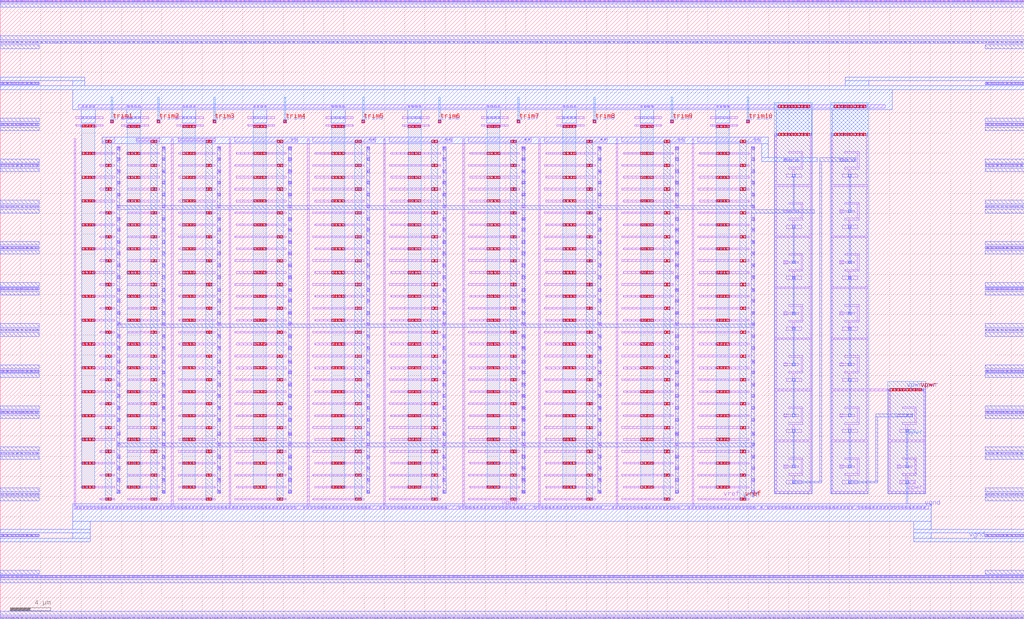
<source format=lef>
VERSION 5.7 ;
  DIVIDERCHAR "/" ;
  BUSBITCHARS "[]" ;
MACRO vref_gen_nmos_with_trim
  CLASS CORE ;
#  CLASS BLOCK ;
  FOREIGN vref_gen_nmos_with_trim ;
  ORIGIN 0.000 0.000 ;
  SIZE 101.280 BY 61.050 ;
  PIN trim9
    DIRECTION INPUT ;
    USE SIGNAL ;
    PORT
      LAYER li1 ;
        RECT 66.300 48.980 66.630 49.310 ;
      LAYER mcon ;
        RECT 66.380 49.060 66.550 49.230 ;
      LAYER met1 ;
        RECT 66.320 49.275 66.610 49.290 ;
        RECT 66.300 49.015 66.620 49.275 ;
        RECT 66.320 49.000 66.610 49.015 ;
      LAYER via ;
        RECT 66.330 49.015 66.590 49.275 ;
      LAYER met2 ;
        RECT 66.395 49.275 66.535 51.560 ;
        RECT 66.300 49.015 66.620 49.275 ;
    END
  END trim9
  PIN trim10
    DIRECTION INPUT ;
    USE SIGNAL ;
    PORT
      LAYER li1 ;
        RECT 73.810 48.980 74.140 49.310 ;
      LAYER mcon ;
        RECT 73.890 49.060 74.060 49.230 ;
      LAYER met1 ;
        RECT 73.830 49.275 74.120 49.290 ;
        RECT 73.810 49.015 74.130 49.275 ;
        RECT 73.830 49.000 74.120 49.015 ;
      LAYER via ;
        RECT 73.840 49.015 74.100 49.275 ;
      LAYER met2 ;
        RECT 73.905 49.275 74.045 51.560 ;
        RECT 73.810 49.015 74.130 49.275 ;
    END
  END trim10
  PIN trim8
    DIRECTION INPUT ;
    USE SIGNAL ;
    PORT
      LAYER li1 ;
        RECT 58.625 48.980 58.955 49.310 ;
      LAYER mcon ;
        RECT 58.705 49.060 58.875 49.230 ;
      LAYER met1 ;
        RECT 58.645 49.275 58.935 49.290 ;
        RECT 58.625 49.015 58.945 49.275 ;
        RECT 58.645 49.000 58.935 49.015 ;
      LAYER via ;
        RECT 58.655 49.015 58.915 49.275 ;
      LAYER met2 ;
        RECT 58.720 49.275 58.860 51.560 ;
        RECT 58.625 49.015 58.945 49.275 ;
    END
  END trim8
  PIN trim7
    DIRECTION INPUT ;
    USE SIGNAL ;
    PORT
      LAYER li1 ;
        RECT 51.115 48.980 51.445 49.310 ;
      LAYER mcon ;
        RECT 51.195 49.060 51.365 49.230 ;
      LAYER met1 ;
        RECT 51.135 49.275 51.425 49.290 ;
        RECT 51.115 49.015 51.435 49.275 ;
        RECT 51.135 49.000 51.425 49.015 ;
      LAYER via ;
        RECT 51.145 49.015 51.405 49.275 ;
      LAYER met2 ;
        RECT 51.210 49.275 51.350 51.560 ;
        RECT 51.115 49.015 51.435 49.275 ;
    END
  END trim7
  PIN trim6
    DIRECTION INPUT ;
    USE SIGNAL ;
    PORT
      LAYER li1 ;
        RECT 43.305 48.980 43.635 49.310 ;
      LAYER mcon ;
        RECT 43.385 49.060 43.555 49.230 ;
      LAYER met1 ;
        RECT 43.325 49.275 43.615 49.290 ;
        RECT 43.305 49.015 43.625 49.275 ;
        RECT 43.325 49.000 43.615 49.015 ;
      LAYER via ;
        RECT 43.335 49.015 43.595 49.275 ;
      LAYER met2 ;
        RECT 43.400 49.275 43.540 51.560 ;
        RECT 43.305 49.015 43.625 49.275 ;
    END
  END trim6
  PIN trim5
    DIRECTION INPUT ;
    USE SIGNAL ;
    PORT
      LAYER li1 ;
        RECT 35.750 48.980 36.080 49.310 ;
      LAYER mcon ;
        RECT 35.830 49.060 36.000 49.230 ;
      LAYER met1 ;
        RECT 35.770 49.275 36.060 49.290 ;
        RECT 35.750 49.015 36.070 49.275 ;
        RECT 35.770 49.000 36.060 49.015 ;
      LAYER via ;
        RECT 35.780 49.015 36.040 49.275 ;
      LAYER met2 ;
        RECT 35.845 49.275 35.985 51.560 ;
        RECT 35.750 49.015 36.070 49.275 ;
    END
  END trim5
  PIN trim4
    DIRECTION INPUT ;
    USE SIGNAL ;
    PORT
      LAYER li1 ;
        RECT 28.015 48.980 28.345 49.310 ;
      LAYER mcon ;
        RECT 28.095 49.060 28.265 49.230 ;
      LAYER met1 ;
        RECT 28.035 49.275 28.325 49.290 ;
        RECT 28.015 49.015 28.335 49.275 ;
        RECT 28.035 49.000 28.325 49.015 ;
      LAYER via ;
        RECT 28.045 49.015 28.305 49.275 ;
      LAYER met2 ;
        RECT 28.110 49.275 28.250 51.560 ;
        RECT 28.015 49.015 28.335 49.275 ;
    END
  END trim4
  PIN trim3
    DIRECTION INPUT ;
    USE SIGNAL ;
    PORT
      LAYER li1 ;
        RECT 21.025 48.980 21.355 49.310 ;
      LAYER mcon ;
        RECT 21.105 49.060 21.275 49.230 ;
      LAYER met1 ;
        RECT 21.045 49.275 21.335 49.290 ;
        RECT 21.025 49.015 21.345 49.275 ;
        RECT 21.045 49.000 21.335 49.015 ;
      LAYER via ;
        RECT 21.055 49.015 21.315 49.275 ;
      LAYER met2 ;
        RECT 21.115 49.275 21.255 51.560 ;
        RECT 21.025 49.015 21.345 49.275 ;
    END
  END trim3
  PIN trim2
    DIRECTION INPUT ;
    USE SIGNAL ;
    PORT
      LAYER li1 ;
        RECT 15.500 48.980 15.830 49.310 ;
      LAYER mcon ;
        RECT 15.580 49.060 15.750 49.230 ;
      LAYER met1 ;
        RECT 15.520 49.275 15.810 49.290 ;
        RECT 15.500 49.015 15.820 49.275 ;
        RECT 15.520 49.000 15.810 49.015 ;
      LAYER via ;
        RECT 15.530 49.015 15.790 49.275 ;
      LAYER met2 ;
        RECT 15.595 49.275 15.735 51.560 ;
        RECT 15.500 49.015 15.820 49.275 ;
    END
  END trim2
  PIN trim1
    DIRECTION INPUT ;
    USE SIGNAL ;
    PORT
      LAYER li1 ;
        RECT 10.895 48.980 11.225 49.310 ;
      LAYER mcon ;
        RECT 10.975 49.060 11.145 49.230 ;
      LAYER met1 ;
        RECT 10.915 49.275 11.205 49.290 ;
        RECT 10.895 49.015 11.215 49.275 ;
        RECT 10.915 49.000 11.205 49.015 ;
      LAYER via ;
        RECT 10.925 49.015 11.185 49.275 ;
      LAYER met2 ;
        RECT 10.980 49.275 11.120 51.560 ;
        RECT 10.895 49.015 11.215 49.275 ;
    END
  END trim1
  PIN vpwr
    DIRECTION INOUT ;
    USE POWER ;
    PORT
      LAYER li1 ;
        RECT 7.700 50.465 87.545 50.795 ;
        RECT 7.490 49.430 10.200 49.600 ;
        RECT 11.975 49.430 14.685 49.600 ;
        RECT 17.435 49.430 20.145 49.600 ;
        RECT 24.460 49.430 27.170 49.600 ;
        RECT 32.195 49.430 34.905 49.600 ;
        RECT 39.750 49.430 42.460 49.600 ;
        RECT 47.560 49.430 50.270 49.600 ;
        RECT 55.070 49.430 57.780 49.600 ;
        RECT 62.745 49.430 65.455 49.600 ;
        RECT 70.255 49.430 72.965 49.600 ;
        RECT 76.635 47.745 80.295 47.915 ;
        RECT 76.635 42.860 76.805 47.745 ;
        RECT 80.125 42.860 80.295 47.745 ;
        RECT 76.635 42.690 80.295 42.860 ;
        RECT 76.635 37.805 76.805 42.690 ;
        RECT 80.125 37.805 80.295 42.690 ;
        RECT 76.635 37.635 80.295 37.805 ;
        RECT 76.635 32.750 76.805 37.635 ;
        RECT 80.125 32.750 80.295 37.635 ;
        RECT 76.635 32.580 80.295 32.750 ;
        RECT 76.635 27.695 76.805 32.580 ;
        RECT 80.125 27.695 80.295 32.580 ;
        RECT 76.635 27.525 80.295 27.695 ;
        RECT 76.635 22.640 76.805 27.525 ;
        RECT 80.125 22.640 80.295 27.525 ;
        RECT 76.635 22.470 80.295 22.640 ;
        RECT 76.635 17.585 76.805 22.470 ;
        RECT 80.125 17.585 80.295 22.470 ;
        RECT 76.635 17.415 80.295 17.585 ;
        RECT 76.635 12.505 76.805 17.415 ;
        RECT 80.125 12.505 80.295 17.415 ;
        RECT 76.635 12.335 80.295 12.505 ;
        RECT 82.185 47.745 85.845 47.915 ;
        RECT 82.185 42.860 82.355 47.745 ;
        RECT 85.675 42.860 85.845 47.745 ;
        RECT 82.185 42.690 85.845 42.860 ;
        RECT 82.185 37.805 82.355 42.690 ;
        RECT 85.675 37.805 85.845 42.690 ;
        RECT 82.185 37.635 85.845 37.805 ;
        RECT 82.185 32.750 82.355 37.635 ;
        RECT 85.675 32.750 85.845 37.635 ;
        RECT 82.185 32.580 85.845 32.750 ;
        RECT 82.185 27.695 82.355 32.580 ;
        RECT 85.675 27.695 85.845 32.580 ;
        RECT 82.185 27.525 85.845 27.695 ;
        RECT 82.185 22.640 82.355 27.525 ;
        RECT 85.675 22.640 85.845 27.525 ;
        RECT 82.185 22.470 91.515 22.640 ;
        RECT 82.185 17.585 82.355 22.470 ;
        RECT 85.675 17.585 85.845 22.470 ;
        RECT 82.185 17.415 85.845 17.585 ;
        RECT 82.185 12.505 82.355 17.415 ;
        RECT 85.675 12.505 85.845 17.415 ;
        RECT 82.185 12.335 85.845 12.505 ;
        RECT 87.855 17.585 88.025 22.470 ;
        RECT 91.345 17.585 91.515 22.470 ;
        RECT 87.855 17.415 91.515 17.585 ;
        RECT 87.855 12.505 88.025 17.415 ;
        RECT 91.345 12.505 91.515 17.415 ;
        RECT 87.855 12.335 91.515 12.505 ;
      LAYER mcon ;
        RECT 8.090 50.550 8.260 50.720 ;
        RECT 8.450 50.550 8.620 50.720 ;
        RECT 8.810 50.550 8.980 50.720 ;
        RECT 9.170 50.550 9.340 50.720 ;
        RECT 12.580 50.550 12.750 50.720 ;
        RECT 12.940 50.550 13.110 50.720 ;
        RECT 13.300 50.550 13.470 50.720 ;
        RECT 13.660 50.550 13.830 50.720 ;
        RECT 18.040 50.550 18.210 50.720 ;
        RECT 18.400 50.550 18.570 50.720 ;
        RECT 18.760 50.550 18.930 50.720 ;
        RECT 19.120 50.550 19.290 50.720 ;
        RECT 25.065 50.550 25.235 50.720 ;
        RECT 25.425 50.550 25.595 50.720 ;
        RECT 25.785 50.550 25.955 50.720 ;
        RECT 26.145 50.550 26.315 50.720 ;
        RECT 32.800 50.550 32.970 50.720 ;
        RECT 33.160 50.550 33.330 50.720 ;
        RECT 33.520 50.550 33.690 50.720 ;
        RECT 33.880 50.550 34.050 50.720 ;
        RECT 40.355 50.550 40.525 50.720 ;
        RECT 40.715 50.550 40.885 50.720 ;
        RECT 41.075 50.550 41.245 50.720 ;
        RECT 41.435 50.550 41.605 50.720 ;
        RECT 48.165 50.550 48.335 50.720 ;
        RECT 48.525 50.550 48.695 50.720 ;
        RECT 48.885 50.550 49.055 50.720 ;
        RECT 49.245 50.550 49.415 50.720 ;
        RECT 55.675 50.550 55.845 50.720 ;
        RECT 56.035 50.550 56.205 50.720 ;
        RECT 56.395 50.550 56.565 50.720 ;
        RECT 56.755 50.550 56.925 50.720 ;
        RECT 63.350 50.550 63.520 50.720 ;
        RECT 63.710 50.550 63.880 50.720 ;
        RECT 64.070 50.550 64.240 50.720 ;
        RECT 64.430 50.550 64.600 50.720 ;
        RECT 70.860 50.550 71.030 50.720 ;
        RECT 71.220 50.550 71.390 50.720 ;
        RECT 71.580 50.550 71.750 50.720 ;
        RECT 71.940 50.550 72.110 50.720 ;
        RECT 76.825 50.545 76.995 50.715 ;
        RECT 77.185 50.545 77.355 50.715 ;
        RECT 77.545 50.545 77.715 50.715 ;
        RECT 77.905 50.545 78.075 50.715 ;
        RECT 78.265 50.545 78.435 50.715 ;
        RECT 78.625 50.545 78.795 50.715 ;
        RECT 78.985 50.545 79.155 50.715 ;
        RECT 79.345 50.545 79.515 50.715 ;
        RECT 79.705 50.545 79.875 50.715 ;
        RECT 80.065 50.545 80.235 50.715 ;
        RECT 82.375 50.545 82.545 50.715 ;
        RECT 82.735 50.545 82.905 50.715 ;
        RECT 83.095 50.545 83.265 50.715 ;
        RECT 83.455 50.545 83.625 50.715 ;
        RECT 83.815 50.545 83.985 50.715 ;
        RECT 84.175 50.545 84.345 50.715 ;
        RECT 84.535 50.545 84.705 50.715 ;
        RECT 84.895 50.545 85.065 50.715 ;
        RECT 85.255 50.545 85.425 50.715 ;
        RECT 85.615 50.545 85.785 50.715 ;
        RECT 8.095 49.430 8.265 49.600 ;
        RECT 8.455 49.430 8.625 49.600 ;
        RECT 8.815 49.430 8.985 49.600 ;
        RECT 9.175 49.430 9.345 49.600 ;
        RECT 12.580 49.430 12.750 49.600 ;
        RECT 12.940 49.430 13.110 49.600 ;
        RECT 13.300 49.430 13.470 49.600 ;
        RECT 13.660 49.430 13.830 49.600 ;
        RECT 18.040 49.430 18.210 49.600 ;
        RECT 18.400 49.430 18.570 49.600 ;
        RECT 18.760 49.430 18.930 49.600 ;
        RECT 19.120 49.430 19.290 49.600 ;
        RECT 25.065 49.430 25.235 49.600 ;
        RECT 25.425 49.430 25.595 49.600 ;
        RECT 25.785 49.430 25.955 49.600 ;
        RECT 26.145 49.430 26.315 49.600 ;
        RECT 32.800 49.430 32.970 49.600 ;
        RECT 33.160 49.430 33.330 49.600 ;
        RECT 33.520 49.430 33.690 49.600 ;
        RECT 33.880 49.430 34.050 49.600 ;
        RECT 40.355 49.430 40.525 49.600 ;
        RECT 40.715 49.430 40.885 49.600 ;
        RECT 41.075 49.430 41.245 49.600 ;
        RECT 41.435 49.430 41.605 49.600 ;
        RECT 48.165 49.430 48.335 49.600 ;
        RECT 48.525 49.430 48.695 49.600 ;
        RECT 48.885 49.430 49.055 49.600 ;
        RECT 49.245 49.430 49.415 49.600 ;
        RECT 55.675 49.430 55.845 49.600 ;
        RECT 56.035 49.430 56.205 49.600 ;
        RECT 56.395 49.430 56.565 49.600 ;
        RECT 56.755 49.430 56.925 49.600 ;
        RECT 63.350 49.430 63.520 49.600 ;
        RECT 63.710 49.430 63.880 49.600 ;
        RECT 64.070 49.430 64.240 49.600 ;
        RECT 64.430 49.430 64.600 49.600 ;
        RECT 70.860 49.430 71.030 49.600 ;
        RECT 71.220 49.430 71.390 49.600 ;
        RECT 71.580 49.430 71.750 49.600 ;
        RECT 71.940 49.430 72.110 49.600 ;
        RECT 76.825 47.745 76.995 47.915 ;
        RECT 77.185 47.745 77.355 47.915 ;
        RECT 77.545 47.745 77.715 47.915 ;
        RECT 77.905 47.745 78.075 47.915 ;
        RECT 78.265 47.745 78.435 47.915 ;
        RECT 78.625 47.745 78.795 47.915 ;
        RECT 78.985 47.745 79.155 47.915 ;
        RECT 79.345 47.745 79.515 47.915 ;
        RECT 79.705 47.745 79.875 47.915 ;
        RECT 80.065 47.745 80.235 47.915 ;
        RECT 82.375 47.745 82.545 47.915 ;
        RECT 82.735 47.745 82.905 47.915 ;
        RECT 83.095 47.745 83.265 47.915 ;
        RECT 83.455 47.745 83.625 47.915 ;
        RECT 83.815 47.745 83.985 47.915 ;
        RECT 84.175 47.745 84.345 47.915 ;
        RECT 84.535 47.745 84.705 47.915 ;
        RECT 84.895 47.745 85.065 47.915 ;
        RECT 85.255 47.745 85.425 47.915 ;
        RECT 85.615 47.745 85.785 47.915 ;
        RECT 87.895 22.470 88.065 22.640 ;
        RECT 88.255 22.470 88.425 22.640 ;
        RECT 88.615 22.470 88.785 22.640 ;
        RECT 88.975 22.470 89.145 22.640 ;
        RECT 89.335 22.470 89.505 22.640 ;
        RECT 89.695 22.470 89.865 22.640 ;
        RECT 90.055 22.470 90.225 22.640 ;
        RECT 90.415 22.470 90.585 22.640 ;
        RECT 90.775 22.470 90.945 22.640 ;
        RECT 91.135 22.470 91.305 22.640 ;
      LAYER met1 ;
        RECT 0.000 53.165 8.370 53.535 ;
        RECT 7.180 52.655 8.370 53.165 ;
        RECT 83.565 53.165 101.280 53.535 ;
        RECT 83.565 52.655 85.935 53.165 ;
        RECT 0.000 52.285 101.280 52.655 ;
        RECT 7.180 50.295 88.230 52.285 ;
        RECT 8.030 48.965 9.400 50.295 ;
        RECT 12.520 48.965 13.890 50.295 ;
        RECT 17.980 48.965 19.350 50.295 ;
        RECT 25.005 48.965 26.375 50.295 ;
        RECT 32.740 48.965 34.110 50.295 ;
        RECT 40.295 48.965 41.665 50.295 ;
        RECT 48.105 48.965 49.475 50.295 ;
        RECT 55.615 48.965 56.985 50.295 ;
        RECT 63.290 48.965 64.660 50.295 ;
        RECT 70.800 48.965 72.170 50.295 ;
        RECT 76.765 47.715 80.295 50.295 ;
        RECT 82.315 47.715 85.845 50.295 ;
        RECT 87.975 22.670 91.175 22.700 ;
        RECT 87.835 22.440 91.365 22.670 ;
      LAYER via ;
        RECT 76.935 50.490 77.195 50.750 ;
        RECT 77.255 50.490 77.515 50.750 ;
        RECT 77.575 50.490 77.835 50.750 ;
        RECT 77.895 50.490 78.155 50.750 ;
        RECT 78.215 50.490 78.475 50.750 ;
        RECT 78.535 50.490 78.795 50.750 ;
        RECT 78.855 50.490 79.115 50.750 ;
        RECT 79.175 50.490 79.435 50.750 ;
        RECT 79.495 50.490 79.755 50.750 ;
        RECT 79.815 50.490 80.075 50.750 ;
        RECT 82.485 50.490 82.745 50.750 ;
        RECT 82.805 50.490 83.065 50.750 ;
        RECT 83.125 50.490 83.385 50.750 ;
        RECT 83.445 50.490 83.705 50.750 ;
        RECT 83.765 50.490 84.025 50.750 ;
        RECT 84.085 50.490 84.345 50.750 ;
        RECT 84.405 50.490 84.665 50.750 ;
        RECT 84.725 50.490 84.985 50.750 ;
        RECT 85.045 50.490 85.305 50.750 ;
        RECT 85.365 50.490 85.625 50.750 ;
        RECT 76.935 47.715 77.195 47.975 ;
        RECT 77.255 47.715 77.515 47.975 ;
        RECT 77.575 47.715 77.835 47.975 ;
        RECT 77.895 47.715 78.155 47.975 ;
        RECT 78.215 47.715 78.475 47.975 ;
        RECT 78.535 47.715 78.795 47.975 ;
        RECT 78.855 47.715 79.115 47.975 ;
        RECT 79.175 47.715 79.435 47.975 ;
        RECT 79.495 47.715 79.755 47.975 ;
        RECT 79.815 47.715 80.075 47.975 ;
        RECT 82.485 47.715 82.745 47.975 ;
        RECT 82.805 47.715 83.065 47.975 ;
        RECT 83.125 47.715 83.385 47.975 ;
        RECT 83.445 47.715 83.705 47.975 ;
        RECT 83.765 47.715 84.025 47.975 ;
        RECT 84.085 47.715 84.345 47.975 ;
        RECT 84.405 47.715 84.665 47.975 ;
        RECT 84.725 47.715 84.985 47.975 ;
        RECT 85.045 47.715 85.305 47.975 ;
        RECT 85.365 47.715 85.625 47.975 ;
        RECT 88.005 22.440 88.265 22.700 ;
        RECT 88.325 22.440 88.585 22.700 ;
        RECT 88.645 22.440 88.905 22.700 ;
        RECT 88.965 22.440 89.225 22.700 ;
        RECT 89.285 22.440 89.545 22.700 ;
        RECT 89.605 22.440 89.865 22.700 ;
        RECT 89.925 22.440 90.185 22.700 ;
        RECT 90.245 22.440 90.505 22.700 ;
        RECT 90.565 22.440 90.825 22.700 ;
        RECT 90.885 22.440 91.145 22.700 ;
      LAYER met2 ;
        RECT 76.580 12.280 80.330 51.015 ;
        RECT 82.130 12.280 85.880 51.015 ;
        RECT 87.800 12.280 91.550 23.395 ;
    END
  END vpwr
  PIN vref
    DIRECTION INOUT ;
    USE POWER ;
    PORT
      LAYER li1 ;
        RECT 10.105 47.070 11.315 47.580 ;
        RECT 13.475 47.410 15.795 47.580 ;
        RECT 17.600 47.410 21.255 47.580 ;
        RECT 13.475 47.240 15.800 47.410 ;
        RECT 17.600 47.240 21.260 47.410 ;
        RECT 13.485 47.070 15.795 47.240 ;
        RECT 17.600 47.070 21.255 47.240 ;
        RECT 23.185 47.070 29.425 47.580 ;
        RECT 30.920 47.070 37.160 47.580 ;
        RECT 38.475 47.070 44.715 47.580 ;
        RECT 46.285 47.070 52.525 47.580 ;
        RECT 53.795 47.070 60.035 47.580 ;
        RECT 61.470 47.070 67.710 47.580 ;
        RECT 68.980 47.070 75.220 47.580 ;
        RECT 77.515 45.385 77.845 45.465 ;
        RECT 77.515 45.215 78.990 45.385 ;
        RECT 77.515 45.135 77.845 45.215 ;
        RECT 9.825 44.710 11.310 44.880 ;
        RECT 12.560 44.710 15.795 44.880 ;
        RECT 17.600 44.710 21.255 44.880 ;
        RECT 23.185 44.710 28.280 44.880 ;
        RECT 30.920 44.710 36.015 44.880 ;
        RECT 38.475 44.710 43.570 44.880 ;
        RECT 46.285 44.710 51.380 44.880 ;
        RECT 53.795 44.710 58.890 44.880 ;
        RECT 61.470 44.710 66.565 44.880 ;
        RECT 68.980 44.710 74.075 44.880 ;
        RECT 9.825 42.350 11.310 42.520 ;
        RECT 12.560 42.350 15.795 42.520 ;
        RECT 17.600 42.350 21.255 42.520 ;
        RECT 23.185 42.350 28.280 42.520 ;
        RECT 30.920 42.350 36.015 42.520 ;
        RECT 38.475 42.350 43.570 42.520 ;
        RECT 46.285 42.350 51.380 42.520 ;
        RECT 53.795 42.350 58.890 42.520 ;
        RECT 61.470 42.350 66.565 42.520 ;
        RECT 68.980 42.350 74.075 42.520 ;
        RECT 9.825 39.990 11.310 40.160 ;
        RECT 12.560 39.990 15.795 40.160 ;
        RECT 17.600 39.990 21.255 40.160 ;
        RECT 23.185 39.990 28.280 40.160 ;
        RECT 30.920 39.990 36.015 40.160 ;
        RECT 38.475 39.990 43.570 40.160 ;
        RECT 46.285 39.990 51.380 40.160 ;
        RECT 53.795 39.990 58.890 40.160 ;
        RECT 61.470 39.990 66.565 40.160 ;
        RECT 68.980 39.990 74.075 40.160 ;
        RECT 9.825 37.630 11.310 37.800 ;
        RECT 12.560 37.630 15.795 37.800 ;
        RECT 17.600 37.630 21.255 37.800 ;
        RECT 23.185 37.630 28.280 37.800 ;
        RECT 30.920 37.630 36.015 37.800 ;
        RECT 38.475 37.630 43.570 37.800 ;
        RECT 46.285 37.630 51.380 37.800 ;
        RECT 53.795 37.630 58.890 37.800 ;
        RECT 61.470 37.630 66.565 37.800 ;
        RECT 68.980 37.630 74.075 37.800 ;
        RECT 9.825 35.270 11.310 35.440 ;
        RECT 12.560 35.270 15.795 35.440 ;
        RECT 17.600 35.270 21.255 35.440 ;
        RECT 23.185 35.270 28.280 35.440 ;
        RECT 30.920 35.270 36.015 35.440 ;
        RECT 38.475 35.270 43.570 35.440 ;
        RECT 46.285 35.270 51.380 35.440 ;
        RECT 53.795 35.270 58.890 35.440 ;
        RECT 61.470 35.270 66.565 35.440 ;
        RECT 68.980 35.270 74.075 35.440 ;
        RECT 9.825 32.910 11.310 33.080 ;
        RECT 12.560 32.910 15.795 33.080 ;
        RECT 17.600 32.910 21.255 33.080 ;
        RECT 23.185 32.910 28.280 33.080 ;
        RECT 30.920 32.910 36.015 33.080 ;
        RECT 38.475 32.910 43.570 33.080 ;
        RECT 46.285 32.910 51.380 33.080 ;
        RECT 53.795 32.910 58.890 33.080 ;
        RECT 61.470 32.910 66.565 33.080 ;
        RECT 68.980 32.910 74.075 33.080 ;
        RECT 9.825 30.550 11.310 30.720 ;
        RECT 12.560 30.550 15.795 30.720 ;
        RECT 17.600 30.550 21.255 30.720 ;
        RECT 23.185 30.550 28.280 30.720 ;
        RECT 30.920 30.550 36.015 30.720 ;
        RECT 38.475 30.550 43.570 30.720 ;
        RECT 46.285 30.550 51.380 30.720 ;
        RECT 53.795 30.550 58.890 30.720 ;
        RECT 61.470 30.550 66.565 30.720 ;
        RECT 68.980 30.550 74.075 30.720 ;
        RECT 9.825 28.190 11.310 28.360 ;
        RECT 12.560 28.190 15.795 28.360 ;
        RECT 17.600 28.190 21.255 28.360 ;
        RECT 23.185 28.190 28.280 28.360 ;
        RECT 30.920 28.190 36.015 28.360 ;
        RECT 38.475 28.190 43.570 28.360 ;
        RECT 46.285 28.190 51.380 28.360 ;
        RECT 53.795 28.190 58.890 28.360 ;
        RECT 61.470 28.190 66.565 28.360 ;
        RECT 68.980 28.190 74.075 28.360 ;
        RECT 9.825 25.830 11.310 26.000 ;
        RECT 12.560 25.830 15.795 26.000 ;
        RECT 17.600 25.830 21.255 26.000 ;
        RECT 23.185 25.830 28.280 26.000 ;
        RECT 30.920 25.830 36.015 26.000 ;
        RECT 38.475 25.830 43.570 26.000 ;
        RECT 46.285 25.830 51.380 26.000 ;
        RECT 53.795 25.830 58.890 26.000 ;
        RECT 61.470 25.830 66.565 26.000 ;
        RECT 68.980 25.830 74.075 26.000 ;
        RECT 9.825 23.470 11.310 23.640 ;
        RECT 12.560 23.470 15.795 23.640 ;
        RECT 17.600 23.470 21.255 23.640 ;
        RECT 23.185 23.470 28.280 23.640 ;
        RECT 30.920 23.470 36.015 23.640 ;
        RECT 38.475 23.470 43.570 23.640 ;
        RECT 46.285 23.470 51.380 23.640 ;
        RECT 53.795 23.470 58.890 23.640 ;
        RECT 61.470 23.470 66.565 23.640 ;
        RECT 68.980 23.470 74.075 23.640 ;
        RECT 9.825 21.110 11.310 21.280 ;
        RECT 12.560 21.110 15.795 21.280 ;
        RECT 17.600 21.110 21.255 21.280 ;
        RECT 23.185 21.110 28.280 21.280 ;
        RECT 30.920 21.110 36.015 21.280 ;
        RECT 38.475 21.110 43.570 21.280 ;
        RECT 46.285 21.110 51.380 21.280 ;
        RECT 53.795 21.110 58.890 21.280 ;
        RECT 61.470 21.110 66.565 21.280 ;
        RECT 68.980 21.110 74.075 21.280 ;
        RECT 9.825 18.750 11.310 18.920 ;
        RECT 12.560 18.750 15.795 18.920 ;
        RECT 17.600 18.750 21.255 18.920 ;
        RECT 23.185 18.750 28.280 18.920 ;
        RECT 30.920 18.750 36.015 18.920 ;
        RECT 38.475 18.750 43.570 18.920 ;
        RECT 46.285 18.750 51.380 18.920 ;
        RECT 53.795 18.750 58.890 18.920 ;
        RECT 61.470 18.750 66.565 18.920 ;
        RECT 68.980 18.750 74.075 18.920 ;
        RECT 9.825 16.390 11.310 16.560 ;
        RECT 12.560 16.390 15.795 16.560 ;
        RECT 17.600 16.390 21.255 16.560 ;
        RECT 23.185 16.390 28.280 16.560 ;
        RECT 30.920 16.390 36.015 16.560 ;
        RECT 38.475 16.390 43.570 16.560 ;
        RECT 46.285 16.390 51.380 16.560 ;
        RECT 53.795 16.390 58.890 16.560 ;
        RECT 61.470 16.390 66.565 16.560 ;
        RECT 68.980 16.390 74.075 16.560 ;
        RECT 9.825 14.030 11.310 14.200 ;
        RECT 12.560 14.030 15.795 14.200 ;
        RECT 17.600 14.030 21.255 14.200 ;
        RECT 23.185 14.030 28.280 14.200 ;
        RECT 30.920 14.030 36.015 14.200 ;
        RECT 38.475 14.030 43.570 14.200 ;
        RECT 46.285 14.030 51.380 14.200 ;
        RECT 53.795 14.030 58.890 14.200 ;
        RECT 61.470 14.030 66.565 14.200 ;
        RECT 68.980 14.030 74.075 14.200 ;
        RECT 9.825 11.670 11.310 11.840 ;
        RECT 12.560 11.670 15.795 11.840 ;
        RECT 17.600 11.670 21.255 11.840 ;
        RECT 23.185 11.670 28.280 11.840 ;
        RECT 30.920 11.670 36.015 11.840 ;
        RECT 38.475 11.670 43.570 11.840 ;
        RECT 46.285 11.670 51.380 11.840 ;
        RECT 53.795 11.670 58.890 11.840 ;
        RECT 61.470 11.670 66.565 11.840 ;
        RECT 68.980 11.670 74.075 11.840 ;
      LAYER mcon ;
        RECT 10.445 47.105 10.615 47.275 ;
        RECT 10.805 47.105 10.975 47.275 ;
        RECT 14.930 47.105 15.100 47.275 ;
        RECT 15.290 47.105 15.460 47.275 ;
        RECT 20.390 47.105 20.560 47.275 ;
        RECT 20.750 47.105 20.920 47.275 ;
        RECT 27.415 47.105 27.585 47.275 ;
        RECT 27.775 47.105 27.945 47.275 ;
        RECT 28.770 47.270 28.940 47.440 ;
        RECT 29.130 47.270 29.300 47.440 ;
        RECT 35.150 47.105 35.320 47.275 ;
        RECT 35.510 47.105 35.680 47.275 ;
        RECT 36.505 47.270 36.675 47.440 ;
        RECT 36.865 47.270 37.035 47.440 ;
        RECT 42.705 47.105 42.875 47.275 ;
        RECT 43.065 47.105 43.235 47.275 ;
        RECT 44.060 47.270 44.230 47.440 ;
        RECT 44.420 47.270 44.590 47.440 ;
        RECT 50.515 47.105 50.685 47.275 ;
        RECT 50.875 47.105 51.045 47.275 ;
        RECT 51.870 47.270 52.040 47.440 ;
        RECT 52.230 47.270 52.400 47.440 ;
        RECT 58.025 47.105 58.195 47.275 ;
        RECT 58.385 47.105 58.555 47.275 ;
        RECT 59.380 47.270 59.550 47.440 ;
        RECT 59.740 47.270 59.910 47.440 ;
        RECT 65.700 47.105 65.870 47.275 ;
        RECT 66.060 47.105 66.230 47.275 ;
        RECT 67.055 47.270 67.225 47.440 ;
        RECT 67.415 47.270 67.585 47.440 ;
        RECT 73.210 47.105 73.380 47.275 ;
        RECT 73.570 47.105 73.740 47.275 ;
        RECT 74.565 47.270 74.735 47.440 ;
        RECT 74.925 47.270 75.095 47.440 ;
        RECT 77.600 45.215 77.770 45.385 ;
        RECT 78.060 45.215 78.230 45.385 ;
        RECT 78.740 45.215 78.910 45.385 ;
        RECT 10.445 44.710 10.615 44.880 ;
        RECT 10.805 44.710 10.975 44.880 ;
        RECT 14.930 44.710 15.100 44.880 ;
        RECT 15.290 44.710 15.460 44.880 ;
        RECT 20.390 44.710 20.560 44.880 ;
        RECT 20.750 44.710 20.920 44.880 ;
        RECT 27.415 44.710 27.585 44.880 ;
        RECT 27.775 44.710 27.945 44.880 ;
        RECT 35.150 44.710 35.320 44.880 ;
        RECT 35.510 44.710 35.680 44.880 ;
        RECT 42.705 44.710 42.875 44.880 ;
        RECT 43.065 44.710 43.235 44.880 ;
        RECT 50.515 44.710 50.685 44.880 ;
        RECT 50.875 44.710 51.045 44.880 ;
        RECT 58.025 44.710 58.195 44.880 ;
        RECT 58.385 44.710 58.555 44.880 ;
        RECT 65.700 44.710 65.870 44.880 ;
        RECT 66.060 44.710 66.230 44.880 ;
        RECT 73.210 44.710 73.380 44.880 ;
        RECT 73.570 44.710 73.740 44.880 ;
        RECT 10.445 42.350 10.615 42.520 ;
        RECT 10.805 42.350 10.975 42.520 ;
        RECT 14.930 42.350 15.100 42.520 ;
        RECT 15.290 42.350 15.460 42.520 ;
        RECT 20.390 42.350 20.560 42.520 ;
        RECT 20.750 42.350 20.920 42.520 ;
        RECT 27.415 42.350 27.585 42.520 ;
        RECT 27.775 42.350 27.945 42.520 ;
        RECT 35.150 42.350 35.320 42.520 ;
        RECT 35.510 42.350 35.680 42.520 ;
        RECT 42.705 42.350 42.875 42.520 ;
        RECT 43.065 42.350 43.235 42.520 ;
        RECT 50.515 42.350 50.685 42.520 ;
        RECT 50.875 42.350 51.045 42.520 ;
        RECT 58.025 42.350 58.195 42.520 ;
        RECT 58.385 42.350 58.555 42.520 ;
        RECT 65.700 42.350 65.870 42.520 ;
        RECT 66.060 42.350 66.230 42.520 ;
        RECT 73.210 42.350 73.380 42.520 ;
        RECT 73.570 42.350 73.740 42.520 ;
        RECT 10.445 39.990 10.615 40.160 ;
        RECT 10.805 39.990 10.975 40.160 ;
        RECT 14.930 39.990 15.100 40.160 ;
        RECT 15.290 39.990 15.460 40.160 ;
        RECT 20.390 39.990 20.560 40.160 ;
        RECT 20.750 39.990 20.920 40.160 ;
        RECT 27.415 39.990 27.585 40.160 ;
        RECT 27.775 39.990 27.945 40.160 ;
        RECT 35.150 39.990 35.320 40.160 ;
        RECT 35.510 39.990 35.680 40.160 ;
        RECT 42.705 39.990 42.875 40.160 ;
        RECT 43.065 39.990 43.235 40.160 ;
        RECT 50.515 39.990 50.685 40.160 ;
        RECT 50.875 39.990 51.045 40.160 ;
        RECT 58.025 39.990 58.195 40.160 ;
        RECT 58.385 39.990 58.555 40.160 ;
        RECT 65.700 39.990 65.870 40.160 ;
        RECT 66.060 39.990 66.230 40.160 ;
        RECT 73.210 39.990 73.380 40.160 ;
        RECT 73.570 39.990 73.740 40.160 ;
        RECT 10.445 37.630 10.615 37.800 ;
        RECT 10.805 37.630 10.975 37.800 ;
        RECT 14.930 37.630 15.100 37.800 ;
        RECT 15.290 37.630 15.460 37.800 ;
        RECT 20.390 37.630 20.560 37.800 ;
        RECT 20.750 37.630 20.920 37.800 ;
        RECT 27.415 37.630 27.585 37.800 ;
        RECT 27.775 37.630 27.945 37.800 ;
        RECT 35.150 37.630 35.320 37.800 ;
        RECT 35.510 37.630 35.680 37.800 ;
        RECT 42.705 37.630 42.875 37.800 ;
        RECT 43.065 37.630 43.235 37.800 ;
        RECT 50.515 37.630 50.685 37.800 ;
        RECT 50.875 37.630 51.045 37.800 ;
        RECT 58.025 37.630 58.195 37.800 ;
        RECT 58.385 37.630 58.555 37.800 ;
        RECT 65.700 37.630 65.870 37.800 ;
        RECT 66.060 37.630 66.230 37.800 ;
        RECT 73.210 37.630 73.380 37.800 ;
        RECT 73.570 37.630 73.740 37.800 ;
        RECT 10.445 35.270 10.615 35.440 ;
        RECT 10.805 35.270 10.975 35.440 ;
        RECT 14.930 35.270 15.100 35.440 ;
        RECT 15.290 35.270 15.460 35.440 ;
        RECT 20.390 35.270 20.560 35.440 ;
        RECT 20.750 35.270 20.920 35.440 ;
        RECT 27.415 35.270 27.585 35.440 ;
        RECT 27.775 35.270 27.945 35.440 ;
        RECT 35.150 35.270 35.320 35.440 ;
        RECT 35.510 35.270 35.680 35.440 ;
        RECT 42.705 35.270 42.875 35.440 ;
        RECT 43.065 35.270 43.235 35.440 ;
        RECT 50.515 35.270 50.685 35.440 ;
        RECT 50.875 35.270 51.045 35.440 ;
        RECT 58.025 35.270 58.195 35.440 ;
        RECT 58.385 35.270 58.555 35.440 ;
        RECT 65.700 35.270 65.870 35.440 ;
        RECT 66.060 35.270 66.230 35.440 ;
        RECT 73.210 35.270 73.380 35.440 ;
        RECT 73.570 35.270 73.740 35.440 ;
        RECT 10.445 32.910 10.615 33.080 ;
        RECT 10.805 32.910 10.975 33.080 ;
        RECT 14.930 32.910 15.100 33.080 ;
        RECT 15.290 32.910 15.460 33.080 ;
        RECT 20.390 32.910 20.560 33.080 ;
        RECT 20.750 32.910 20.920 33.080 ;
        RECT 27.415 32.910 27.585 33.080 ;
        RECT 27.775 32.910 27.945 33.080 ;
        RECT 35.150 32.910 35.320 33.080 ;
        RECT 35.510 32.910 35.680 33.080 ;
        RECT 42.705 32.910 42.875 33.080 ;
        RECT 43.065 32.910 43.235 33.080 ;
        RECT 50.515 32.910 50.685 33.080 ;
        RECT 50.875 32.910 51.045 33.080 ;
        RECT 58.025 32.910 58.195 33.080 ;
        RECT 58.385 32.910 58.555 33.080 ;
        RECT 65.700 32.910 65.870 33.080 ;
        RECT 66.060 32.910 66.230 33.080 ;
        RECT 73.210 32.910 73.380 33.080 ;
        RECT 73.570 32.910 73.740 33.080 ;
        RECT 10.445 30.550 10.615 30.720 ;
        RECT 10.805 30.550 10.975 30.720 ;
        RECT 14.930 30.550 15.100 30.720 ;
        RECT 15.290 30.550 15.460 30.720 ;
        RECT 20.390 30.550 20.560 30.720 ;
        RECT 20.750 30.550 20.920 30.720 ;
        RECT 27.415 30.550 27.585 30.720 ;
        RECT 27.775 30.550 27.945 30.720 ;
        RECT 35.150 30.550 35.320 30.720 ;
        RECT 35.510 30.550 35.680 30.720 ;
        RECT 42.705 30.550 42.875 30.720 ;
        RECT 43.065 30.550 43.235 30.720 ;
        RECT 50.515 30.550 50.685 30.720 ;
        RECT 50.875 30.550 51.045 30.720 ;
        RECT 58.025 30.550 58.195 30.720 ;
        RECT 58.385 30.550 58.555 30.720 ;
        RECT 65.700 30.550 65.870 30.720 ;
        RECT 66.060 30.550 66.230 30.720 ;
        RECT 73.210 30.550 73.380 30.720 ;
        RECT 73.570 30.550 73.740 30.720 ;
        RECT 10.445 28.190 10.615 28.360 ;
        RECT 10.805 28.190 10.975 28.360 ;
        RECT 14.930 28.190 15.100 28.360 ;
        RECT 15.290 28.190 15.460 28.360 ;
        RECT 20.390 28.190 20.560 28.360 ;
        RECT 20.750 28.190 20.920 28.360 ;
        RECT 27.415 28.190 27.585 28.360 ;
        RECT 27.775 28.190 27.945 28.360 ;
        RECT 35.150 28.190 35.320 28.360 ;
        RECT 35.510 28.190 35.680 28.360 ;
        RECT 42.705 28.190 42.875 28.360 ;
        RECT 43.065 28.190 43.235 28.360 ;
        RECT 50.515 28.190 50.685 28.360 ;
        RECT 50.875 28.190 51.045 28.360 ;
        RECT 58.025 28.190 58.195 28.360 ;
        RECT 58.385 28.190 58.555 28.360 ;
        RECT 65.700 28.190 65.870 28.360 ;
        RECT 66.060 28.190 66.230 28.360 ;
        RECT 73.210 28.190 73.380 28.360 ;
        RECT 73.570 28.190 73.740 28.360 ;
        RECT 10.445 25.830 10.615 26.000 ;
        RECT 10.805 25.830 10.975 26.000 ;
        RECT 14.930 25.830 15.100 26.000 ;
        RECT 15.290 25.830 15.460 26.000 ;
        RECT 20.390 25.830 20.560 26.000 ;
        RECT 20.750 25.830 20.920 26.000 ;
        RECT 27.415 25.830 27.585 26.000 ;
        RECT 27.775 25.830 27.945 26.000 ;
        RECT 35.150 25.830 35.320 26.000 ;
        RECT 35.510 25.830 35.680 26.000 ;
        RECT 42.705 25.830 42.875 26.000 ;
        RECT 43.065 25.830 43.235 26.000 ;
        RECT 50.515 25.830 50.685 26.000 ;
        RECT 50.875 25.830 51.045 26.000 ;
        RECT 58.025 25.830 58.195 26.000 ;
        RECT 58.385 25.830 58.555 26.000 ;
        RECT 65.700 25.830 65.870 26.000 ;
        RECT 66.060 25.830 66.230 26.000 ;
        RECT 73.210 25.830 73.380 26.000 ;
        RECT 73.570 25.830 73.740 26.000 ;
        RECT 10.445 23.470 10.615 23.640 ;
        RECT 10.805 23.470 10.975 23.640 ;
        RECT 14.930 23.470 15.100 23.640 ;
        RECT 15.290 23.470 15.460 23.640 ;
        RECT 20.390 23.470 20.560 23.640 ;
        RECT 20.750 23.470 20.920 23.640 ;
        RECT 27.415 23.470 27.585 23.640 ;
        RECT 27.775 23.470 27.945 23.640 ;
        RECT 35.150 23.470 35.320 23.640 ;
        RECT 35.510 23.470 35.680 23.640 ;
        RECT 42.705 23.470 42.875 23.640 ;
        RECT 43.065 23.470 43.235 23.640 ;
        RECT 50.515 23.470 50.685 23.640 ;
        RECT 50.875 23.470 51.045 23.640 ;
        RECT 58.025 23.470 58.195 23.640 ;
        RECT 58.385 23.470 58.555 23.640 ;
        RECT 65.700 23.470 65.870 23.640 ;
        RECT 66.060 23.470 66.230 23.640 ;
        RECT 73.210 23.470 73.380 23.640 ;
        RECT 73.570 23.470 73.740 23.640 ;
        RECT 10.445 21.110 10.615 21.280 ;
        RECT 10.805 21.110 10.975 21.280 ;
        RECT 14.930 21.110 15.100 21.280 ;
        RECT 15.290 21.110 15.460 21.280 ;
        RECT 20.390 21.110 20.560 21.280 ;
        RECT 20.750 21.110 20.920 21.280 ;
        RECT 27.415 21.110 27.585 21.280 ;
        RECT 27.775 21.110 27.945 21.280 ;
        RECT 35.150 21.110 35.320 21.280 ;
        RECT 35.510 21.110 35.680 21.280 ;
        RECT 42.705 21.110 42.875 21.280 ;
        RECT 43.065 21.110 43.235 21.280 ;
        RECT 50.515 21.110 50.685 21.280 ;
        RECT 50.875 21.110 51.045 21.280 ;
        RECT 58.025 21.110 58.195 21.280 ;
        RECT 58.385 21.110 58.555 21.280 ;
        RECT 65.700 21.110 65.870 21.280 ;
        RECT 66.060 21.110 66.230 21.280 ;
        RECT 73.210 21.110 73.380 21.280 ;
        RECT 73.570 21.110 73.740 21.280 ;
        RECT 10.445 18.750 10.615 18.920 ;
        RECT 10.805 18.750 10.975 18.920 ;
        RECT 14.930 18.750 15.100 18.920 ;
        RECT 15.290 18.750 15.460 18.920 ;
        RECT 20.390 18.750 20.560 18.920 ;
        RECT 20.750 18.750 20.920 18.920 ;
        RECT 27.415 18.750 27.585 18.920 ;
        RECT 27.775 18.750 27.945 18.920 ;
        RECT 35.150 18.750 35.320 18.920 ;
        RECT 35.510 18.750 35.680 18.920 ;
        RECT 42.705 18.750 42.875 18.920 ;
        RECT 43.065 18.750 43.235 18.920 ;
        RECT 50.515 18.750 50.685 18.920 ;
        RECT 50.875 18.750 51.045 18.920 ;
        RECT 58.025 18.750 58.195 18.920 ;
        RECT 58.385 18.750 58.555 18.920 ;
        RECT 65.700 18.750 65.870 18.920 ;
        RECT 66.060 18.750 66.230 18.920 ;
        RECT 73.210 18.750 73.380 18.920 ;
        RECT 73.570 18.750 73.740 18.920 ;
        RECT 10.445 16.390 10.615 16.560 ;
        RECT 10.805 16.390 10.975 16.560 ;
        RECT 14.930 16.390 15.100 16.560 ;
        RECT 15.290 16.390 15.460 16.560 ;
        RECT 20.390 16.390 20.560 16.560 ;
        RECT 20.750 16.390 20.920 16.560 ;
        RECT 27.415 16.390 27.585 16.560 ;
        RECT 27.775 16.390 27.945 16.560 ;
        RECT 35.150 16.390 35.320 16.560 ;
        RECT 35.510 16.390 35.680 16.560 ;
        RECT 42.705 16.390 42.875 16.560 ;
        RECT 43.065 16.390 43.235 16.560 ;
        RECT 50.515 16.390 50.685 16.560 ;
        RECT 50.875 16.390 51.045 16.560 ;
        RECT 58.025 16.390 58.195 16.560 ;
        RECT 58.385 16.390 58.555 16.560 ;
        RECT 65.700 16.390 65.870 16.560 ;
        RECT 66.060 16.390 66.230 16.560 ;
        RECT 73.210 16.390 73.380 16.560 ;
        RECT 73.570 16.390 73.740 16.560 ;
        RECT 10.445 14.030 10.615 14.200 ;
        RECT 10.805 14.030 10.975 14.200 ;
        RECT 14.930 14.030 15.100 14.200 ;
        RECT 15.290 14.030 15.460 14.200 ;
        RECT 20.390 14.030 20.560 14.200 ;
        RECT 20.750 14.030 20.920 14.200 ;
        RECT 27.415 14.030 27.585 14.200 ;
        RECT 27.775 14.030 27.945 14.200 ;
        RECT 35.150 14.030 35.320 14.200 ;
        RECT 35.510 14.030 35.680 14.200 ;
        RECT 42.705 14.030 42.875 14.200 ;
        RECT 43.065 14.030 43.235 14.200 ;
        RECT 50.515 14.030 50.685 14.200 ;
        RECT 50.875 14.030 51.045 14.200 ;
        RECT 58.025 14.030 58.195 14.200 ;
        RECT 58.385 14.030 58.555 14.200 ;
        RECT 65.700 14.030 65.870 14.200 ;
        RECT 66.060 14.030 66.230 14.200 ;
        RECT 73.210 14.030 73.380 14.200 ;
        RECT 73.570 14.030 73.740 14.200 ;
        RECT 10.445 11.670 10.615 11.840 ;
        RECT 10.805 11.670 10.975 11.840 ;
        RECT 14.930 11.670 15.100 11.840 ;
        RECT 15.290 11.670 15.460 11.840 ;
        RECT 20.390 11.670 20.560 11.840 ;
        RECT 20.750 11.670 20.920 11.840 ;
        RECT 27.415 11.670 27.585 11.840 ;
        RECT 27.775 11.670 27.945 11.840 ;
        RECT 35.150 11.670 35.320 11.840 ;
        RECT 35.510 11.670 35.680 11.840 ;
        RECT 42.705 11.670 42.875 11.840 ;
        RECT 43.065 11.670 43.235 11.840 ;
        RECT 50.515 11.670 50.685 11.840 ;
        RECT 50.875 11.670 51.045 11.840 ;
        RECT 58.025 11.670 58.195 11.840 ;
        RECT 58.385 11.670 58.555 11.840 ;
        RECT 65.700 11.670 65.870 11.840 ;
        RECT 66.060 11.670 66.230 11.840 ;
        RECT 73.210 11.670 73.380 11.840 ;
        RECT 73.570 11.670 73.740 11.840 ;
      LAYER met1 ;
        RECT 10.105 46.920 75.990 47.580 ;
        RECT 75.340 45.535 75.990 46.920 ;
        RECT 75.340 45.165 80.840 45.535 ;
        RECT 75.350 45.155 80.840 45.165 ;
        RECT 10.385 44.680 11.035 44.910 ;
        RECT 14.870 44.680 15.520 44.910 ;
        RECT 20.330 44.680 20.980 44.910 ;
        RECT 27.355 44.680 28.005 44.910 ;
        RECT 35.090 44.680 35.740 44.910 ;
        RECT 42.645 44.680 43.295 44.910 ;
        RECT 50.455 44.680 51.105 44.910 ;
        RECT 57.965 44.680 58.615 44.910 ;
        RECT 65.640 44.680 66.290 44.910 ;
        RECT 73.150 44.680 73.800 44.910 ;
        RECT 10.385 44.650 11.025 44.680 ;
        RECT 14.870 44.650 15.510 44.680 ;
        RECT 20.330 44.650 20.970 44.680 ;
        RECT 27.355 44.650 27.995 44.680 ;
        RECT 35.090 44.650 35.730 44.680 ;
        RECT 42.645 44.650 43.285 44.680 ;
        RECT 50.455 44.650 51.095 44.680 ;
        RECT 57.965 44.650 58.605 44.680 ;
        RECT 65.640 44.650 66.280 44.680 ;
        RECT 73.150 44.650 73.790 44.680 ;
        RECT 10.385 42.550 11.025 42.560 ;
        RECT 14.870 42.550 15.510 42.560 ;
        RECT 20.330 42.550 20.970 42.560 ;
        RECT 27.355 42.550 27.995 42.560 ;
        RECT 35.090 42.550 35.730 42.560 ;
        RECT 42.645 42.550 43.285 42.560 ;
        RECT 50.455 42.550 51.095 42.560 ;
        RECT 57.965 42.550 58.605 42.560 ;
        RECT 65.640 42.550 66.280 42.560 ;
        RECT 73.150 42.550 73.790 42.560 ;
        RECT 10.385 42.320 11.035 42.550 ;
        RECT 14.870 42.320 15.520 42.550 ;
        RECT 20.330 42.320 20.980 42.550 ;
        RECT 27.355 42.320 28.005 42.550 ;
        RECT 35.090 42.320 35.740 42.550 ;
        RECT 42.645 42.320 43.295 42.550 ;
        RECT 50.455 42.320 51.105 42.550 ;
        RECT 57.965 42.320 58.615 42.550 ;
        RECT 65.640 42.320 66.290 42.550 ;
        RECT 73.150 42.320 73.800 42.550 ;
        RECT 10.385 42.300 11.025 42.320 ;
        RECT 14.870 42.300 15.510 42.320 ;
        RECT 20.330 42.300 20.970 42.320 ;
        RECT 27.355 42.300 27.995 42.320 ;
        RECT 35.090 42.300 35.730 42.320 ;
        RECT 42.645 42.300 43.285 42.320 ;
        RECT 50.455 42.300 51.095 42.320 ;
        RECT 57.965 42.300 58.605 42.320 ;
        RECT 65.640 42.300 66.280 42.320 ;
        RECT 73.150 42.300 73.790 42.320 ;
        RECT 10.385 40.190 11.025 40.200 ;
        RECT 14.870 40.190 15.510 40.200 ;
        RECT 20.330 40.190 20.970 40.200 ;
        RECT 27.355 40.190 27.995 40.200 ;
        RECT 35.090 40.190 35.730 40.200 ;
        RECT 42.645 40.190 43.285 40.200 ;
        RECT 50.455 40.190 51.095 40.200 ;
        RECT 57.965 40.190 58.605 40.200 ;
        RECT 65.640 40.190 66.280 40.200 ;
        RECT 73.150 40.190 73.790 40.200 ;
        RECT 10.385 39.960 11.035 40.190 ;
        RECT 14.870 39.960 15.520 40.190 ;
        RECT 20.330 39.960 20.980 40.190 ;
        RECT 27.355 39.960 28.005 40.190 ;
        RECT 35.090 39.960 35.740 40.190 ;
        RECT 42.645 39.960 43.295 40.190 ;
        RECT 50.455 39.960 51.105 40.190 ;
        RECT 57.965 39.960 58.615 40.190 ;
        RECT 65.640 39.960 66.290 40.190 ;
        RECT 73.150 39.960 73.800 40.190 ;
        RECT 10.385 39.940 11.025 39.960 ;
        RECT 14.870 39.940 15.510 39.960 ;
        RECT 20.330 39.940 20.970 39.960 ;
        RECT 27.355 39.940 27.995 39.960 ;
        RECT 35.090 39.940 35.730 39.960 ;
        RECT 42.645 39.940 43.285 39.960 ;
        RECT 50.455 39.940 51.095 39.960 ;
        RECT 57.965 39.940 58.605 39.960 ;
        RECT 65.640 39.940 66.280 39.960 ;
        RECT 73.150 39.940 73.790 39.960 ;
        RECT 10.385 37.830 11.025 37.845 ;
        RECT 14.870 37.830 15.510 37.845 ;
        RECT 20.330 37.830 20.970 37.845 ;
        RECT 27.355 37.830 27.995 37.845 ;
        RECT 35.090 37.830 35.730 37.845 ;
        RECT 42.645 37.830 43.285 37.845 ;
        RECT 50.455 37.830 51.095 37.845 ;
        RECT 57.965 37.830 58.605 37.845 ;
        RECT 65.640 37.830 66.280 37.845 ;
        RECT 73.150 37.830 73.790 37.845 ;
        RECT 10.385 37.600 11.035 37.830 ;
        RECT 14.870 37.600 15.520 37.830 ;
        RECT 20.330 37.600 20.980 37.830 ;
        RECT 27.355 37.600 28.005 37.830 ;
        RECT 35.090 37.600 35.740 37.830 ;
        RECT 42.645 37.600 43.295 37.830 ;
        RECT 50.455 37.600 51.105 37.830 ;
        RECT 57.965 37.600 58.615 37.830 ;
        RECT 65.640 37.600 66.290 37.830 ;
        RECT 73.150 37.600 73.800 37.830 ;
        RECT 10.385 37.585 11.025 37.600 ;
        RECT 14.870 37.585 15.510 37.600 ;
        RECT 20.330 37.585 20.970 37.600 ;
        RECT 27.355 37.585 27.995 37.600 ;
        RECT 35.090 37.585 35.730 37.600 ;
        RECT 42.645 37.585 43.285 37.600 ;
        RECT 50.455 37.585 51.095 37.600 ;
        RECT 57.965 37.585 58.605 37.600 ;
        RECT 65.640 37.585 66.280 37.600 ;
        RECT 73.150 37.585 73.790 37.600 ;
        RECT 10.385 35.470 11.025 35.485 ;
        RECT 14.870 35.470 15.510 35.485 ;
        RECT 20.330 35.470 20.970 35.485 ;
        RECT 27.355 35.470 27.995 35.485 ;
        RECT 35.090 35.470 35.730 35.485 ;
        RECT 42.645 35.470 43.285 35.485 ;
        RECT 50.455 35.470 51.095 35.485 ;
        RECT 57.965 35.470 58.605 35.485 ;
        RECT 65.640 35.470 66.280 35.485 ;
        RECT 73.150 35.470 73.790 35.485 ;
        RECT 10.385 35.240 11.035 35.470 ;
        RECT 14.870 35.240 15.520 35.470 ;
        RECT 20.330 35.240 20.980 35.470 ;
        RECT 27.355 35.240 28.005 35.470 ;
        RECT 35.090 35.240 35.740 35.470 ;
        RECT 42.645 35.240 43.295 35.470 ;
        RECT 50.455 35.240 51.105 35.470 ;
        RECT 57.965 35.240 58.615 35.470 ;
        RECT 65.640 35.240 66.290 35.470 ;
        RECT 73.150 35.240 73.800 35.470 ;
        RECT 10.385 35.225 11.025 35.240 ;
        RECT 14.870 35.225 15.510 35.240 ;
        RECT 20.330 35.225 20.970 35.240 ;
        RECT 27.355 35.225 27.995 35.240 ;
        RECT 35.090 35.225 35.730 35.240 ;
        RECT 42.645 35.225 43.285 35.240 ;
        RECT 50.455 35.225 51.095 35.240 ;
        RECT 57.965 35.225 58.605 35.240 ;
        RECT 65.640 35.225 66.280 35.240 ;
        RECT 73.150 35.225 73.790 35.240 ;
        RECT 10.385 33.110 11.025 33.120 ;
        RECT 14.870 33.110 15.510 33.120 ;
        RECT 20.330 33.110 20.970 33.120 ;
        RECT 27.355 33.110 27.995 33.120 ;
        RECT 35.090 33.110 35.730 33.120 ;
        RECT 42.645 33.110 43.285 33.120 ;
        RECT 50.455 33.110 51.095 33.120 ;
        RECT 57.965 33.110 58.605 33.120 ;
        RECT 65.640 33.110 66.280 33.120 ;
        RECT 73.150 33.110 73.790 33.120 ;
        RECT 10.385 32.880 11.035 33.110 ;
        RECT 14.870 32.880 15.520 33.110 ;
        RECT 20.330 32.880 20.980 33.110 ;
        RECT 27.355 32.880 28.005 33.110 ;
        RECT 35.090 32.880 35.740 33.110 ;
        RECT 42.645 32.880 43.295 33.110 ;
        RECT 50.455 32.880 51.105 33.110 ;
        RECT 57.965 32.880 58.615 33.110 ;
        RECT 65.640 32.880 66.290 33.110 ;
        RECT 73.150 32.880 73.800 33.110 ;
        RECT 10.385 32.860 11.025 32.880 ;
        RECT 14.870 32.860 15.510 32.880 ;
        RECT 20.330 32.860 20.970 32.880 ;
        RECT 27.355 32.860 27.995 32.880 ;
        RECT 35.090 32.860 35.730 32.880 ;
        RECT 42.645 32.860 43.285 32.880 ;
        RECT 50.455 32.860 51.095 32.880 ;
        RECT 57.965 32.860 58.605 32.880 ;
        RECT 65.640 32.860 66.280 32.880 ;
        RECT 73.150 32.860 73.790 32.880 ;
        RECT 10.385 30.750 11.025 30.765 ;
        RECT 14.870 30.750 15.510 30.765 ;
        RECT 20.330 30.750 20.970 30.765 ;
        RECT 27.355 30.750 27.995 30.765 ;
        RECT 35.090 30.750 35.730 30.765 ;
        RECT 42.645 30.750 43.285 30.765 ;
        RECT 50.455 30.750 51.095 30.765 ;
        RECT 57.965 30.750 58.605 30.765 ;
        RECT 65.640 30.750 66.280 30.765 ;
        RECT 73.150 30.750 73.790 30.765 ;
        RECT 10.385 30.520 11.035 30.750 ;
        RECT 14.870 30.520 15.520 30.750 ;
        RECT 20.330 30.520 20.980 30.750 ;
        RECT 27.355 30.520 28.005 30.750 ;
        RECT 35.090 30.520 35.740 30.750 ;
        RECT 42.645 30.520 43.295 30.750 ;
        RECT 50.455 30.520 51.105 30.750 ;
        RECT 57.965 30.520 58.615 30.750 ;
        RECT 65.640 30.520 66.290 30.750 ;
        RECT 73.150 30.520 73.800 30.750 ;
        RECT 10.385 30.505 11.025 30.520 ;
        RECT 14.870 30.505 15.510 30.520 ;
        RECT 20.330 30.505 20.970 30.520 ;
        RECT 27.355 30.505 27.995 30.520 ;
        RECT 35.090 30.505 35.730 30.520 ;
        RECT 42.645 30.505 43.285 30.520 ;
        RECT 50.455 30.505 51.095 30.520 ;
        RECT 57.965 30.505 58.605 30.520 ;
        RECT 65.640 30.505 66.280 30.520 ;
        RECT 73.150 30.505 73.790 30.520 ;
        RECT 10.385 28.390 11.025 28.405 ;
        RECT 14.870 28.390 15.510 28.405 ;
        RECT 20.330 28.390 20.970 28.405 ;
        RECT 27.355 28.390 27.995 28.405 ;
        RECT 35.090 28.390 35.730 28.405 ;
        RECT 42.645 28.390 43.285 28.405 ;
        RECT 50.455 28.390 51.095 28.405 ;
        RECT 57.965 28.390 58.605 28.405 ;
        RECT 65.640 28.390 66.280 28.405 ;
        RECT 73.150 28.390 73.790 28.405 ;
        RECT 10.385 28.160 11.035 28.390 ;
        RECT 14.870 28.160 15.520 28.390 ;
        RECT 20.330 28.160 20.980 28.390 ;
        RECT 27.355 28.160 28.005 28.390 ;
        RECT 35.090 28.160 35.740 28.390 ;
        RECT 42.645 28.160 43.295 28.390 ;
        RECT 50.455 28.160 51.105 28.390 ;
        RECT 57.965 28.160 58.615 28.390 ;
        RECT 65.640 28.160 66.290 28.390 ;
        RECT 73.150 28.160 73.800 28.390 ;
        RECT 10.385 28.145 11.025 28.160 ;
        RECT 14.870 28.145 15.510 28.160 ;
        RECT 20.330 28.145 20.970 28.160 ;
        RECT 27.355 28.145 27.995 28.160 ;
        RECT 35.090 28.145 35.730 28.160 ;
        RECT 42.645 28.145 43.285 28.160 ;
        RECT 50.455 28.145 51.095 28.160 ;
        RECT 57.965 28.145 58.605 28.160 ;
        RECT 65.640 28.145 66.280 28.160 ;
        RECT 73.150 28.145 73.790 28.160 ;
        RECT 10.385 26.030 11.025 26.040 ;
        RECT 14.870 26.030 15.510 26.040 ;
        RECT 20.330 26.030 20.970 26.040 ;
        RECT 27.355 26.030 27.995 26.040 ;
        RECT 35.090 26.030 35.730 26.040 ;
        RECT 42.645 26.030 43.285 26.040 ;
        RECT 50.455 26.030 51.095 26.040 ;
        RECT 57.965 26.030 58.605 26.040 ;
        RECT 65.640 26.030 66.280 26.040 ;
        RECT 73.150 26.030 73.790 26.040 ;
        RECT 10.385 25.800 11.035 26.030 ;
        RECT 14.870 25.800 15.520 26.030 ;
        RECT 20.330 25.800 20.980 26.030 ;
        RECT 27.355 25.800 28.005 26.030 ;
        RECT 35.090 25.800 35.740 26.030 ;
        RECT 42.645 25.800 43.295 26.030 ;
        RECT 50.455 25.800 51.105 26.030 ;
        RECT 57.965 25.800 58.615 26.030 ;
        RECT 65.640 25.800 66.290 26.030 ;
        RECT 73.150 25.800 73.800 26.030 ;
        RECT 10.385 25.780 11.025 25.800 ;
        RECT 14.870 25.780 15.510 25.800 ;
        RECT 20.330 25.780 20.970 25.800 ;
        RECT 27.355 25.780 27.995 25.800 ;
        RECT 35.090 25.780 35.730 25.800 ;
        RECT 42.645 25.780 43.285 25.800 ;
        RECT 50.455 25.780 51.095 25.800 ;
        RECT 57.965 25.780 58.605 25.800 ;
        RECT 65.640 25.780 66.280 25.800 ;
        RECT 73.150 25.780 73.790 25.800 ;
        RECT 10.385 23.670 11.025 23.680 ;
        RECT 14.870 23.670 15.510 23.680 ;
        RECT 20.330 23.670 20.970 23.680 ;
        RECT 27.355 23.670 27.995 23.680 ;
        RECT 35.090 23.670 35.730 23.680 ;
        RECT 42.645 23.670 43.285 23.680 ;
        RECT 50.455 23.670 51.095 23.680 ;
        RECT 57.965 23.670 58.605 23.680 ;
        RECT 65.640 23.670 66.280 23.680 ;
        RECT 73.150 23.670 73.790 23.680 ;
        RECT 10.385 23.440 11.035 23.670 ;
        RECT 14.870 23.440 15.520 23.670 ;
        RECT 20.330 23.440 20.980 23.670 ;
        RECT 27.355 23.440 28.005 23.670 ;
        RECT 35.090 23.440 35.740 23.670 ;
        RECT 42.645 23.440 43.295 23.670 ;
        RECT 50.455 23.440 51.105 23.670 ;
        RECT 57.965 23.440 58.615 23.670 ;
        RECT 65.640 23.440 66.290 23.670 ;
        RECT 73.150 23.440 73.800 23.670 ;
        RECT 10.385 23.420 11.025 23.440 ;
        RECT 14.870 23.420 15.510 23.440 ;
        RECT 20.330 23.420 20.970 23.440 ;
        RECT 27.355 23.420 27.995 23.440 ;
        RECT 35.090 23.420 35.730 23.440 ;
        RECT 42.645 23.420 43.285 23.440 ;
        RECT 50.455 23.420 51.095 23.440 ;
        RECT 57.965 23.420 58.605 23.440 ;
        RECT 65.640 23.420 66.280 23.440 ;
        RECT 73.150 23.420 73.790 23.440 ;
        RECT 10.385 21.310 11.025 21.325 ;
        RECT 14.870 21.310 15.510 21.325 ;
        RECT 20.330 21.310 20.970 21.325 ;
        RECT 27.355 21.310 27.995 21.325 ;
        RECT 35.090 21.310 35.730 21.325 ;
        RECT 42.645 21.310 43.285 21.325 ;
        RECT 50.455 21.310 51.095 21.325 ;
        RECT 57.965 21.310 58.605 21.325 ;
        RECT 65.640 21.310 66.280 21.325 ;
        RECT 73.150 21.310 73.790 21.325 ;
        RECT 10.385 21.080 11.035 21.310 ;
        RECT 14.870 21.080 15.520 21.310 ;
        RECT 20.330 21.080 20.980 21.310 ;
        RECT 27.355 21.080 28.005 21.310 ;
        RECT 35.090 21.080 35.740 21.310 ;
        RECT 42.645 21.080 43.295 21.310 ;
        RECT 50.455 21.080 51.105 21.310 ;
        RECT 57.965 21.080 58.615 21.310 ;
        RECT 65.640 21.080 66.290 21.310 ;
        RECT 73.150 21.080 73.800 21.310 ;
        RECT 10.385 21.065 11.025 21.080 ;
        RECT 14.870 21.065 15.510 21.080 ;
        RECT 20.330 21.065 20.970 21.080 ;
        RECT 27.355 21.065 27.995 21.080 ;
        RECT 35.090 21.065 35.730 21.080 ;
        RECT 42.645 21.065 43.285 21.080 ;
        RECT 50.455 21.065 51.095 21.080 ;
        RECT 57.965 21.065 58.605 21.080 ;
        RECT 65.640 21.065 66.280 21.080 ;
        RECT 73.150 21.065 73.790 21.080 ;
        RECT 10.385 18.950 11.025 18.965 ;
        RECT 14.870 18.950 15.510 18.965 ;
        RECT 20.330 18.950 20.970 18.965 ;
        RECT 27.355 18.950 27.995 18.965 ;
        RECT 35.090 18.950 35.730 18.965 ;
        RECT 42.645 18.950 43.285 18.965 ;
        RECT 50.455 18.950 51.095 18.965 ;
        RECT 57.965 18.950 58.605 18.965 ;
        RECT 65.640 18.950 66.280 18.965 ;
        RECT 73.150 18.950 73.790 18.965 ;
        RECT 10.385 18.720 11.035 18.950 ;
        RECT 14.870 18.720 15.520 18.950 ;
        RECT 20.330 18.720 20.980 18.950 ;
        RECT 27.355 18.720 28.005 18.950 ;
        RECT 35.090 18.720 35.740 18.950 ;
        RECT 42.645 18.720 43.295 18.950 ;
        RECT 50.455 18.720 51.105 18.950 ;
        RECT 57.965 18.720 58.615 18.950 ;
        RECT 65.640 18.720 66.290 18.950 ;
        RECT 73.150 18.720 73.800 18.950 ;
        RECT 10.385 18.705 11.025 18.720 ;
        RECT 14.870 18.705 15.510 18.720 ;
        RECT 20.330 18.705 20.970 18.720 ;
        RECT 27.355 18.705 27.995 18.720 ;
        RECT 35.090 18.705 35.730 18.720 ;
        RECT 42.645 18.705 43.285 18.720 ;
        RECT 50.455 18.705 51.095 18.720 ;
        RECT 57.965 18.705 58.605 18.720 ;
        RECT 65.640 18.705 66.280 18.720 ;
        RECT 73.150 18.705 73.790 18.720 ;
        RECT 10.385 16.590 11.025 16.600 ;
        RECT 14.870 16.590 15.510 16.600 ;
        RECT 20.330 16.590 20.970 16.600 ;
        RECT 27.355 16.590 27.995 16.600 ;
        RECT 35.090 16.590 35.730 16.600 ;
        RECT 42.645 16.590 43.285 16.600 ;
        RECT 50.455 16.590 51.095 16.600 ;
        RECT 57.965 16.590 58.605 16.600 ;
        RECT 65.640 16.590 66.280 16.600 ;
        RECT 73.150 16.590 73.790 16.600 ;
        RECT 10.385 16.360 11.035 16.590 ;
        RECT 14.870 16.360 15.520 16.590 ;
        RECT 20.330 16.360 20.980 16.590 ;
        RECT 27.355 16.360 28.005 16.590 ;
        RECT 35.090 16.360 35.740 16.590 ;
        RECT 42.645 16.360 43.295 16.590 ;
        RECT 50.455 16.360 51.105 16.590 ;
        RECT 57.965 16.360 58.615 16.590 ;
        RECT 65.640 16.360 66.290 16.590 ;
        RECT 73.150 16.360 73.800 16.590 ;
        RECT 10.385 16.340 11.025 16.360 ;
        RECT 14.870 16.340 15.510 16.360 ;
        RECT 20.330 16.340 20.970 16.360 ;
        RECT 27.355 16.340 27.995 16.360 ;
        RECT 35.090 16.340 35.730 16.360 ;
        RECT 42.645 16.340 43.285 16.360 ;
        RECT 50.455 16.340 51.095 16.360 ;
        RECT 57.965 16.340 58.605 16.360 ;
        RECT 65.640 16.340 66.280 16.360 ;
        RECT 73.150 16.340 73.790 16.360 ;
        RECT 10.385 14.230 11.025 14.240 ;
        RECT 14.870 14.230 15.510 14.240 ;
        RECT 20.330 14.230 20.970 14.240 ;
        RECT 27.355 14.230 27.995 14.240 ;
        RECT 35.090 14.230 35.730 14.240 ;
        RECT 42.645 14.230 43.285 14.240 ;
        RECT 50.455 14.230 51.095 14.240 ;
        RECT 57.965 14.230 58.605 14.240 ;
        RECT 65.640 14.230 66.280 14.240 ;
        RECT 73.150 14.230 73.790 14.240 ;
        RECT 10.385 14.000 11.035 14.230 ;
        RECT 14.870 14.000 15.520 14.230 ;
        RECT 20.330 14.000 20.980 14.230 ;
        RECT 27.355 14.000 28.005 14.230 ;
        RECT 35.090 14.000 35.740 14.230 ;
        RECT 42.645 14.000 43.295 14.230 ;
        RECT 50.455 14.000 51.105 14.230 ;
        RECT 57.965 14.000 58.615 14.230 ;
        RECT 65.640 14.000 66.290 14.230 ;
        RECT 73.150 14.000 73.800 14.230 ;
        RECT 10.385 13.980 11.025 14.000 ;
        RECT 14.870 13.980 15.510 14.000 ;
        RECT 20.330 13.980 20.970 14.000 ;
        RECT 27.355 13.980 27.995 14.000 ;
        RECT 35.090 13.980 35.730 14.000 ;
        RECT 42.645 13.980 43.285 14.000 ;
        RECT 50.455 13.980 51.095 14.000 ;
        RECT 57.965 13.980 58.605 14.000 ;
        RECT 65.640 13.980 66.280 14.000 ;
        RECT 73.150 13.980 73.790 14.000 ;
        RECT 10.385 11.870 11.025 11.880 ;
        RECT 14.870 11.870 15.510 11.880 ;
        RECT 20.330 11.870 20.970 11.880 ;
        RECT 27.355 11.870 27.995 11.880 ;
        RECT 35.090 11.870 35.730 11.880 ;
        RECT 42.645 11.870 43.285 11.880 ;
        RECT 50.455 11.870 51.095 11.880 ;
        RECT 57.965 11.870 58.605 11.880 ;
        RECT 65.640 11.870 66.280 11.880 ;
        RECT 73.150 11.870 73.790 11.880 ;
        RECT 10.385 11.640 11.035 11.870 ;
        RECT 14.870 11.640 15.520 11.870 ;
        RECT 20.330 11.640 20.980 11.870 ;
        RECT 27.355 11.640 28.005 11.870 ;
        RECT 35.090 11.640 35.740 11.870 ;
        RECT 42.645 11.640 43.295 11.870 ;
        RECT 50.455 11.640 51.105 11.870 ;
        RECT 57.965 11.640 58.615 11.870 ;
        RECT 65.640 11.640 66.290 11.870 ;
        RECT 73.150 11.640 73.800 11.870 ;
        RECT 10.385 11.620 11.025 11.640 ;
        RECT 14.870 11.620 15.510 11.640 ;
        RECT 20.330 11.620 20.970 11.640 ;
        RECT 27.355 11.620 27.995 11.640 ;
        RECT 35.090 11.620 35.730 11.640 ;
        RECT 42.645 11.620 43.285 11.640 ;
        RECT 50.455 11.620 51.095 11.640 ;
        RECT 57.965 11.620 58.605 11.640 ;
        RECT 65.640 11.620 66.280 11.640 ;
        RECT 73.150 11.620 73.790 11.640 ;
      LAYER via ;
        RECT 10.415 47.045 10.675 47.305 ;
        RECT 10.735 47.045 10.995 47.305 ;
        RECT 14.900 47.045 15.160 47.305 ;
        RECT 15.220 47.045 15.480 47.305 ;
        RECT 20.360 47.045 20.620 47.305 ;
        RECT 20.680 47.045 20.940 47.305 ;
        RECT 27.385 47.045 27.645 47.305 ;
        RECT 27.705 47.045 27.965 47.305 ;
        RECT 35.120 47.045 35.380 47.305 ;
        RECT 35.440 47.045 35.700 47.305 ;
        RECT 42.675 47.045 42.935 47.305 ;
        RECT 42.995 47.045 43.255 47.305 ;
        RECT 50.485 47.045 50.745 47.305 ;
        RECT 50.805 47.045 51.065 47.305 ;
        RECT 57.995 47.045 58.255 47.305 ;
        RECT 58.315 47.045 58.575 47.305 ;
        RECT 65.670 47.045 65.930 47.305 ;
        RECT 65.990 47.045 66.250 47.305 ;
        RECT 73.180 47.045 73.440 47.305 ;
        RECT 73.500 47.045 73.760 47.305 ;
        RECT 10.415 44.650 10.675 44.910 ;
        RECT 10.735 44.650 10.995 44.910 ;
        RECT 14.900 44.650 15.160 44.910 ;
        RECT 15.220 44.650 15.480 44.910 ;
        RECT 20.360 44.650 20.620 44.910 ;
        RECT 20.680 44.650 20.940 44.910 ;
        RECT 27.385 44.650 27.645 44.910 ;
        RECT 27.705 44.650 27.965 44.910 ;
        RECT 35.120 44.650 35.380 44.910 ;
        RECT 35.440 44.650 35.700 44.910 ;
        RECT 42.675 44.650 42.935 44.910 ;
        RECT 42.995 44.650 43.255 44.910 ;
        RECT 50.485 44.650 50.745 44.910 ;
        RECT 50.805 44.650 51.065 44.910 ;
        RECT 57.995 44.650 58.255 44.910 ;
        RECT 58.315 44.650 58.575 44.910 ;
        RECT 65.670 44.650 65.930 44.910 ;
        RECT 65.990 44.650 66.250 44.910 ;
        RECT 73.180 44.650 73.440 44.910 ;
        RECT 73.500 44.650 73.760 44.910 ;
        RECT 10.415 42.300 10.675 42.560 ;
        RECT 10.735 42.300 10.995 42.560 ;
        RECT 14.900 42.300 15.160 42.560 ;
        RECT 15.220 42.300 15.480 42.560 ;
        RECT 20.360 42.300 20.620 42.560 ;
        RECT 20.680 42.300 20.940 42.560 ;
        RECT 27.385 42.300 27.645 42.560 ;
        RECT 27.705 42.300 27.965 42.560 ;
        RECT 35.120 42.300 35.380 42.560 ;
        RECT 35.440 42.300 35.700 42.560 ;
        RECT 42.675 42.300 42.935 42.560 ;
        RECT 42.995 42.300 43.255 42.560 ;
        RECT 50.485 42.300 50.745 42.560 ;
        RECT 50.805 42.300 51.065 42.560 ;
        RECT 57.995 42.300 58.255 42.560 ;
        RECT 58.315 42.300 58.575 42.560 ;
        RECT 65.670 42.300 65.930 42.560 ;
        RECT 65.990 42.300 66.250 42.560 ;
        RECT 73.180 42.300 73.440 42.560 ;
        RECT 73.500 42.300 73.760 42.560 ;
        RECT 10.415 39.940 10.675 40.200 ;
        RECT 10.735 39.940 10.995 40.200 ;
        RECT 14.900 39.940 15.160 40.200 ;
        RECT 15.220 39.940 15.480 40.200 ;
        RECT 20.360 39.940 20.620 40.200 ;
        RECT 20.680 39.940 20.940 40.200 ;
        RECT 27.385 39.940 27.645 40.200 ;
        RECT 27.705 39.940 27.965 40.200 ;
        RECT 35.120 39.940 35.380 40.200 ;
        RECT 35.440 39.940 35.700 40.200 ;
        RECT 42.675 39.940 42.935 40.200 ;
        RECT 42.995 39.940 43.255 40.200 ;
        RECT 50.485 39.940 50.745 40.200 ;
        RECT 50.805 39.940 51.065 40.200 ;
        RECT 57.995 39.940 58.255 40.200 ;
        RECT 58.315 39.940 58.575 40.200 ;
        RECT 65.670 39.940 65.930 40.200 ;
        RECT 65.990 39.940 66.250 40.200 ;
        RECT 73.180 39.940 73.440 40.200 ;
        RECT 73.500 39.940 73.760 40.200 ;
        RECT 10.415 37.585 10.675 37.845 ;
        RECT 10.735 37.585 10.995 37.845 ;
        RECT 14.900 37.585 15.160 37.845 ;
        RECT 15.220 37.585 15.480 37.845 ;
        RECT 20.360 37.585 20.620 37.845 ;
        RECT 20.680 37.585 20.940 37.845 ;
        RECT 27.385 37.585 27.645 37.845 ;
        RECT 27.705 37.585 27.965 37.845 ;
        RECT 35.120 37.585 35.380 37.845 ;
        RECT 35.440 37.585 35.700 37.845 ;
        RECT 42.675 37.585 42.935 37.845 ;
        RECT 42.995 37.585 43.255 37.845 ;
        RECT 50.485 37.585 50.745 37.845 ;
        RECT 50.805 37.585 51.065 37.845 ;
        RECT 57.995 37.585 58.255 37.845 ;
        RECT 58.315 37.585 58.575 37.845 ;
        RECT 65.670 37.585 65.930 37.845 ;
        RECT 65.990 37.585 66.250 37.845 ;
        RECT 73.180 37.585 73.440 37.845 ;
        RECT 73.500 37.585 73.760 37.845 ;
        RECT 10.415 35.225 10.675 35.485 ;
        RECT 10.735 35.225 10.995 35.485 ;
        RECT 14.900 35.225 15.160 35.485 ;
        RECT 15.220 35.225 15.480 35.485 ;
        RECT 20.360 35.225 20.620 35.485 ;
        RECT 20.680 35.225 20.940 35.485 ;
        RECT 27.385 35.225 27.645 35.485 ;
        RECT 27.705 35.225 27.965 35.485 ;
        RECT 35.120 35.225 35.380 35.485 ;
        RECT 35.440 35.225 35.700 35.485 ;
        RECT 42.675 35.225 42.935 35.485 ;
        RECT 42.995 35.225 43.255 35.485 ;
        RECT 50.485 35.225 50.745 35.485 ;
        RECT 50.805 35.225 51.065 35.485 ;
        RECT 57.995 35.225 58.255 35.485 ;
        RECT 58.315 35.225 58.575 35.485 ;
        RECT 65.670 35.225 65.930 35.485 ;
        RECT 65.990 35.225 66.250 35.485 ;
        RECT 73.180 35.225 73.440 35.485 ;
        RECT 73.500 35.225 73.760 35.485 ;
        RECT 10.415 32.860 10.675 33.120 ;
        RECT 10.735 32.860 10.995 33.120 ;
        RECT 14.900 32.860 15.160 33.120 ;
        RECT 15.220 32.860 15.480 33.120 ;
        RECT 20.360 32.860 20.620 33.120 ;
        RECT 20.680 32.860 20.940 33.120 ;
        RECT 27.385 32.860 27.645 33.120 ;
        RECT 27.705 32.860 27.965 33.120 ;
        RECT 35.120 32.860 35.380 33.120 ;
        RECT 35.440 32.860 35.700 33.120 ;
        RECT 42.675 32.860 42.935 33.120 ;
        RECT 42.995 32.860 43.255 33.120 ;
        RECT 50.485 32.860 50.745 33.120 ;
        RECT 50.805 32.860 51.065 33.120 ;
        RECT 57.995 32.860 58.255 33.120 ;
        RECT 58.315 32.860 58.575 33.120 ;
        RECT 65.670 32.860 65.930 33.120 ;
        RECT 65.990 32.860 66.250 33.120 ;
        RECT 73.180 32.860 73.440 33.120 ;
        RECT 73.500 32.860 73.760 33.120 ;
        RECT 10.415 30.505 10.675 30.765 ;
        RECT 10.735 30.505 10.995 30.765 ;
        RECT 14.900 30.505 15.160 30.765 ;
        RECT 15.220 30.505 15.480 30.765 ;
        RECT 20.360 30.505 20.620 30.765 ;
        RECT 20.680 30.505 20.940 30.765 ;
        RECT 27.385 30.505 27.645 30.765 ;
        RECT 27.705 30.505 27.965 30.765 ;
        RECT 35.120 30.505 35.380 30.765 ;
        RECT 35.440 30.505 35.700 30.765 ;
        RECT 42.675 30.505 42.935 30.765 ;
        RECT 42.995 30.505 43.255 30.765 ;
        RECT 50.485 30.505 50.745 30.765 ;
        RECT 50.805 30.505 51.065 30.765 ;
        RECT 57.995 30.505 58.255 30.765 ;
        RECT 58.315 30.505 58.575 30.765 ;
        RECT 65.670 30.505 65.930 30.765 ;
        RECT 65.990 30.505 66.250 30.765 ;
        RECT 73.180 30.505 73.440 30.765 ;
        RECT 73.500 30.505 73.760 30.765 ;
        RECT 10.415 28.145 10.675 28.405 ;
        RECT 10.735 28.145 10.995 28.405 ;
        RECT 14.900 28.145 15.160 28.405 ;
        RECT 15.220 28.145 15.480 28.405 ;
        RECT 20.360 28.145 20.620 28.405 ;
        RECT 20.680 28.145 20.940 28.405 ;
        RECT 27.385 28.145 27.645 28.405 ;
        RECT 27.705 28.145 27.965 28.405 ;
        RECT 35.120 28.145 35.380 28.405 ;
        RECT 35.440 28.145 35.700 28.405 ;
        RECT 42.675 28.145 42.935 28.405 ;
        RECT 42.995 28.145 43.255 28.405 ;
        RECT 50.485 28.145 50.745 28.405 ;
        RECT 50.805 28.145 51.065 28.405 ;
        RECT 57.995 28.145 58.255 28.405 ;
        RECT 58.315 28.145 58.575 28.405 ;
        RECT 65.670 28.145 65.930 28.405 ;
        RECT 65.990 28.145 66.250 28.405 ;
        RECT 73.180 28.145 73.440 28.405 ;
        RECT 73.500 28.145 73.760 28.405 ;
        RECT 10.415 25.780 10.675 26.040 ;
        RECT 10.735 25.780 10.995 26.040 ;
        RECT 14.900 25.780 15.160 26.040 ;
        RECT 15.220 25.780 15.480 26.040 ;
        RECT 20.360 25.780 20.620 26.040 ;
        RECT 20.680 25.780 20.940 26.040 ;
        RECT 27.385 25.780 27.645 26.040 ;
        RECT 27.705 25.780 27.965 26.040 ;
        RECT 35.120 25.780 35.380 26.040 ;
        RECT 35.440 25.780 35.700 26.040 ;
        RECT 42.675 25.780 42.935 26.040 ;
        RECT 42.995 25.780 43.255 26.040 ;
        RECT 50.485 25.780 50.745 26.040 ;
        RECT 50.805 25.780 51.065 26.040 ;
        RECT 57.995 25.780 58.255 26.040 ;
        RECT 58.315 25.780 58.575 26.040 ;
        RECT 65.670 25.780 65.930 26.040 ;
        RECT 65.990 25.780 66.250 26.040 ;
        RECT 73.180 25.780 73.440 26.040 ;
        RECT 73.500 25.780 73.760 26.040 ;
        RECT 10.415 23.420 10.675 23.680 ;
        RECT 10.735 23.420 10.995 23.680 ;
        RECT 14.900 23.420 15.160 23.680 ;
        RECT 15.220 23.420 15.480 23.680 ;
        RECT 20.360 23.420 20.620 23.680 ;
        RECT 20.680 23.420 20.940 23.680 ;
        RECT 27.385 23.420 27.645 23.680 ;
        RECT 27.705 23.420 27.965 23.680 ;
        RECT 35.120 23.420 35.380 23.680 ;
        RECT 35.440 23.420 35.700 23.680 ;
        RECT 42.675 23.420 42.935 23.680 ;
        RECT 42.995 23.420 43.255 23.680 ;
        RECT 50.485 23.420 50.745 23.680 ;
        RECT 50.805 23.420 51.065 23.680 ;
        RECT 57.995 23.420 58.255 23.680 ;
        RECT 58.315 23.420 58.575 23.680 ;
        RECT 65.670 23.420 65.930 23.680 ;
        RECT 65.990 23.420 66.250 23.680 ;
        RECT 73.180 23.420 73.440 23.680 ;
        RECT 73.500 23.420 73.760 23.680 ;
        RECT 10.415 21.065 10.675 21.325 ;
        RECT 10.735 21.065 10.995 21.325 ;
        RECT 14.900 21.065 15.160 21.325 ;
        RECT 15.220 21.065 15.480 21.325 ;
        RECT 20.360 21.065 20.620 21.325 ;
        RECT 20.680 21.065 20.940 21.325 ;
        RECT 27.385 21.065 27.645 21.325 ;
        RECT 27.705 21.065 27.965 21.325 ;
        RECT 35.120 21.065 35.380 21.325 ;
        RECT 35.440 21.065 35.700 21.325 ;
        RECT 42.675 21.065 42.935 21.325 ;
        RECT 42.995 21.065 43.255 21.325 ;
        RECT 50.485 21.065 50.745 21.325 ;
        RECT 50.805 21.065 51.065 21.325 ;
        RECT 57.995 21.065 58.255 21.325 ;
        RECT 58.315 21.065 58.575 21.325 ;
        RECT 65.670 21.065 65.930 21.325 ;
        RECT 65.990 21.065 66.250 21.325 ;
        RECT 73.180 21.065 73.440 21.325 ;
        RECT 73.500 21.065 73.760 21.325 ;
        RECT 10.415 18.705 10.675 18.965 ;
        RECT 10.735 18.705 10.995 18.965 ;
        RECT 14.900 18.705 15.160 18.965 ;
        RECT 15.220 18.705 15.480 18.965 ;
        RECT 20.360 18.705 20.620 18.965 ;
        RECT 20.680 18.705 20.940 18.965 ;
        RECT 27.385 18.705 27.645 18.965 ;
        RECT 27.705 18.705 27.965 18.965 ;
        RECT 35.120 18.705 35.380 18.965 ;
        RECT 35.440 18.705 35.700 18.965 ;
        RECT 42.675 18.705 42.935 18.965 ;
        RECT 42.995 18.705 43.255 18.965 ;
        RECT 50.485 18.705 50.745 18.965 ;
        RECT 50.805 18.705 51.065 18.965 ;
        RECT 57.995 18.705 58.255 18.965 ;
        RECT 58.315 18.705 58.575 18.965 ;
        RECT 65.670 18.705 65.930 18.965 ;
        RECT 65.990 18.705 66.250 18.965 ;
        RECT 73.180 18.705 73.440 18.965 ;
        RECT 73.500 18.705 73.760 18.965 ;
        RECT 10.415 16.340 10.675 16.600 ;
        RECT 10.735 16.340 10.995 16.600 ;
        RECT 14.900 16.340 15.160 16.600 ;
        RECT 15.220 16.340 15.480 16.600 ;
        RECT 20.360 16.340 20.620 16.600 ;
        RECT 20.680 16.340 20.940 16.600 ;
        RECT 27.385 16.340 27.645 16.600 ;
        RECT 27.705 16.340 27.965 16.600 ;
        RECT 35.120 16.340 35.380 16.600 ;
        RECT 35.440 16.340 35.700 16.600 ;
        RECT 42.675 16.340 42.935 16.600 ;
        RECT 42.995 16.340 43.255 16.600 ;
        RECT 50.485 16.340 50.745 16.600 ;
        RECT 50.805 16.340 51.065 16.600 ;
        RECT 57.995 16.340 58.255 16.600 ;
        RECT 58.315 16.340 58.575 16.600 ;
        RECT 65.670 16.340 65.930 16.600 ;
        RECT 65.990 16.340 66.250 16.600 ;
        RECT 73.180 16.340 73.440 16.600 ;
        RECT 73.500 16.340 73.760 16.600 ;
        RECT 10.415 13.980 10.675 14.240 ;
        RECT 10.735 13.980 10.995 14.240 ;
        RECT 14.900 13.980 15.160 14.240 ;
        RECT 15.220 13.980 15.480 14.240 ;
        RECT 20.360 13.980 20.620 14.240 ;
        RECT 20.680 13.980 20.940 14.240 ;
        RECT 27.385 13.980 27.645 14.240 ;
        RECT 27.705 13.980 27.965 14.240 ;
        RECT 35.120 13.980 35.380 14.240 ;
        RECT 35.440 13.980 35.700 14.240 ;
        RECT 42.675 13.980 42.935 14.240 ;
        RECT 42.995 13.980 43.255 14.240 ;
        RECT 50.485 13.980 50.745 14.240 ;
        RECT 50.805 13.980 51.065 14.240 ;
        RECT 57.995 13.980 58.255 14.240 ;
        RECT 58.315 13.980 58.575 14.240 ;
        RECT 65.670 13.980 65.930 14.240 ;
        RECT 65.990 13.980 66.250 14.240 ;
        RECT 73.180 13.980 73.440 14.240 ;
        RECT 73.500 13.980 73.760 14.240 ;
        RECT 10.415 11.620 10.675 11.880 ;
        RECT 10.735 11.620 10.995 11.880 ;
        RECT 14.900 11.620 15.160 11.880 ;
        RECT 15.220 11.620 15.480 11.880 ;
        RECT 20.360 11.620 20.620 11.880 ;
        RECT 20.680 11.620 20.940 11.880 ;
        RECT 27.385 11.620 27.645 11.880 ;
        RECT 27.705 11.620 27.965 11.880 ;
        RECT 35.120 11.620 35.380 11.880 ;
        RECT 35.440 11.620 35.700 11.880 ;
        RECT 42.675 11.620 42.935 11.880 ;
        RECT 42.995 11.620 43.255 11.880 ;
        RECT 50.485 11.620 50.745 11.880 ;
        RECT 50.805 11.620 51.065 11.880 ;
        RECT 57.995 11.620 58.255 11.880 ;
        RECT 58.315 11.620 58.575 11.880 ;
        RECT 65.670 11.620 65.930 11.880 ;
        RECT 65.990 11.620 66.250 11.880 ;
        RECT 73.180 11.620 73.440 11.880 ;
        RECT 73.500 11.620 73.760 11.880 ;
      LAYER met2 ;
        RECT 10.385 11.760 11.035 47.305 ;
        RECT 14.870 11.760 15.520 47.305 ;
        RECT 20.330 11.760 20.980 47.305 ;
        RECT 27.355 11.760 28.005 47.305 ;
        RECT 35.090 11.760 35.740 47.305 ;
        RECT 42.645 11.760 43.295 47.305 ;
        RECT 50.455 11.760 51.105 47.305 ;
        RECT 57.965 11.760 58.615 47.305 ;
        RECT 65.640 11.760 66.290 47.305 ;
        RECT 73.150 11.760 73.800 47.305 ;
        RECT 10.385 11.620 11.025 11.760 ;
        RECT 14.870 11.620 15.510 11.760 ;
        RECT 20.330 11.620 20.970 11.760 ;
        RECT 27.355 11.620 27.995 11.760 ;
        RECT 35.090 11.620 35.730 11.760 ;
        RECT 42.645 11.620 43.285 11.760 ;
        RECT 50.455 11.620 51.095 11.760 ;
        RECT 57.965 11.620 58.605 11.760 ;
        RECT 65.640 11.620 66.280 11.760 ;
        RECT 73.150 11.620 73.790 11.760 ;
    END
  END vref
  PIN vgnd
    DIRECTION INOUT ;
    USE GROUND ;
    PORT
      LAYER li1 ;
        RECT 7.305 11.065 7.475 47.410 ;
        RECT 16.920 11.065 17.090 47.410 ;
        RECT 22.645 11.065 22.815 47.410 ;
        RECT 30.380 11.065 30.550 47.410 ;
        RECT 37.935 11.065 38.105 47.410 ;
        RECT 45.745 11.065 45.915 47.410 ;
        RECT 53.255 11.065 53.425 47.410 ;
        RECT 60.930 11.065 61.100 47.410 ;
        RECT 68.440 11.065 68.610 47.410 ;
        RECT 89.200 15.665 90.620 15.835 ;
        RECT 90.450 14.275 90.620 15.665 ;
        RECT 89.200 14.105 90.620 14.275 ;
        RECT 89.595 13.600 89.765 14.105 ;
        RECT 88.965 13.270 90.495 13.600 ;
        RECT 7.305 10.735 91.825 11.065 ;
      LAYER mcon ;
        RECT 89.625 13.350 89.795 13.520 ;
        RECT 7.475 10.815 7.645 10.985 ;
        RECT 7.835 10.815 8.005 10.985 ;
        RECT 8.195 10.815 8.365 10.985 ;
        RECT 8.555 10.815 8.725 10.985 ;
        RECT 8.915 10.815 9.085 10.985 ;
        RECT 9.275 10.815 9.445 10.985 ;
        RECT 9.635 10.815 9.805 10.985 ;
        RECT 9.995 10.815 10.165 10.985 ;
        RECT 10.355 10.815 10.525 10.985 ;
        RECT 10.715 10.815 10.885 10.985 ;
        RECT 11.075 10.815 11.245 10.985 ;
        RECT 11.435 10.815 11.605 10.985 ;
        RECT 11.795 10.815 11.965 10.985 ;
        RECT 12.155 10.815 12.325 10.985 ;
        RECT 12.515 10.815 12.685 10.985 ;
        RECT 12.875 10.815 13.045 10.985 ;
        RECT 13.235 10.815 13.405 10.985 ;
        RECT 13.595 10.815 13.765 10.985 ;
        RECT 13.955 10.815 14.125 10.985 ;
        RECT 14.315 10.815 14.485 10.985 ;
        RECT 14.675 10.815 14.845 10.985 ;
        RECT 15.035 10.815 15.205 10.985 ;
        RECT 15.395 10.815 15.565 10.985 ;
        RECT 15.755 10.815 15.925 10.985 ;
        RECT 16.115 10.815 16.285 10.985 ;
        RECT 16.475 10.815 16.645 10.985 ;
        RECT 16.835 10.815 17.005 10.985 ;
        RECT 17.195 10.815 17.365 10.985 ;
        RECT 17.555 10.815 17.725 10.985 ;
        RECT 17.915 10.815 18.085 10.985 ;
        RECT 18.275 10.815 18.445 10.985 ;
        RECT 18.635 10.815 18.805 10.985 ;
        RECT 18.995 10.815 19.165 10.985 ;
        RECT 19.355 10.815 19.525 10.985 ;
        RECT 19.715 10.815 19.885 10.985 ;
        RECT 20.075 10.815 20.245 10.985 ;
        RECT 20.435 10.815 20.605 10.985 ;
        RECT 20.795 10.815 20.965 10.985 ;
        RECT 21.155 10.815 21.325 10.985 ;
        RECT 21.515 10.815 21.685 10.985 ;
        RECT 21.875 10.815 22.045 10.985 ;
        RECT 22.235 10.815 22.405 10.985 ;
        RECT 22.595 10.815 22.765 10.985 ;
        RECT 22.955 10.815 23.125 10.985 ;
        RECT 23.315 10.815 23.485 10.985 ;
        RECT 23.675 10.815 23.845 10.985 ;
        RECT 24.035 10.815 24.205 10.985 ;
        RECT 24.395 10.815 24.565 10.985 ;
        RECT 24.755 10.815 24.925 10.985 ;
        RECT 25.115 10.815 25.285 10.985 ;
        RECT 25.475 10.815 25.645 10.985 ;
        RECT 25.835 10.815 26.005 10.985 ;
        RECT 26.195 10.815 26.365 10.985 ;
        RECT 26.555 10.815 26.725 10.985 ;
        RECT 26.915 10.815 27.085 10.985 ;
        RECT 27.275 10.815 27.445 10.985 ;
        RECT 27.635 10.815 27.805 10.985 ;
        RECT 27.995 10.815 28.165 10.985 ;
        RECT 28.355 10.815 28.525 10.985 ;
        RECT 28.715 10.815 28.885 10.985 ;
        RECT 29.075 10.815 29.245 10.985 ;
        RECT 29.970 10.815 30.140 10.985 ;
        RECT 30.330 10.815 30.500 10.985 ;
        RECT 30.690 10.815 30.860 10.985 ;
        RECT 31.050 10.815 31.220 10.985 ;
        RECT 31.410 10.815 31.580 10.985 ;
        RECT 31.770 10.815 31.940 10.985 ;
        RECT 32.130 10.815 32.300 10.985 ;
        RECT 32.490 10.815 32.660 10.985 ;
        RECT 32.850 10.815 33.020 10.985 ;
        RECT 33.210 10.815 33.380 10.985 ;
        RECT 33.570 10.815 33.740 10.985 ;
        RECT 33.930 10.815 34.100 10.985 ;
        RECT 34.290 10.815 34.460 10.985 ;
        RECT 34.650 10.815 34.820 10.985 ;
        RECT 35.010 10.815 35.180 10.985 ;
        RECT 35.370 10.815 35.540 10.985 ;
        RECT 35.730 10.815 35.900 10.985 ;
        RECT 36.090 10.815 36.260 10.985 ;
        RECT 36.450 10.815 36.620 10.985 ;
        RECT 37.525 10.815 37.695 10.985 ;
        RECT 37.885 10.815 38.055 10.985 ;
        RECT 38.245 10.815 38.415 10.985 ;
        RECT 38.605 10.815 38.775 10.985 ;
        RECT 38.965 10.815 39.135 10.985 ;
        RECT 39.325 10.815 39.495 10.985 ;
        RECT 39.685 10.815 39.855 10.985 ;
        RECT 40.045 10.815 40.215 10.985 ;
        RECT 40.405 10.815 40.575 10.985 ;
        RECT 40.765 10.815 40.935 10.985 ;
        RECT 41.125 10.815 41.295 10.985 ;
        RECT 41.485 10.815 41.655 10.985 ;
        RECT 41.845 10.815 42.015 10.985 ;
        RECT 42.205 10.815 42.375 10.985 ;
        RECT 42.565 10.815 42.735 10.985 ;
        RECT 42.925 10.815 43.095 10.985 ;
        RECT 43.285 10.815 43.455 10.985 ;
        RECT 43.645 10.815 43.815 10.985 ;
        RECT 44.005 10.815 44.175 10.985 ;
        RECT 45.335 10.815 45.505 10.985 ;
        RECT 45.695 10.815 45.865 10.985 ;
        RECT 46.055 10.815 46.225 10.985 ;
        RECT 46.415 10.815 46.585 10.985 ;
        RECT 46.775 10.815 46.945 10.985 ;
        RECT 47.135 10.815 47.305 10.985 ;
        RECT 47.495 10.815 47.665 10.985 ;
        RECT 47.855 10.815 48.025 10.985 ;
        RECT 48.215 10.815 48.385 10.985 ;
        RECT 48.575 10.815 48.745 10.985 ;
        RECT 48.935 10.815 49.105 10.985 ;
        RECT 49.295 10.815 49.465 10.985 ;
        RECT 49.655 10.815 49.825 10.985 ;
        RECT 50.015 10.815 50.185 10.985 ;
        RECT 50.375 10.815 50.545 10.985 ;
        RECT 50.735 10.815 50.905 10.985 ;
        RECT 51.095 10.815 51.265 10.985 ;
        RECT 51.455 10.815 51.625 10.985 ;
        RECT 51.815 10.815 51.985 10.985 ;
        RECT 52.845 10.815 53.015 10.985 ;
        RECT 53.205 10.815 53.375 10.985 ;
        RECT 53.565 10.815 53.735 10.985 ;
        RECT 53.925 10.815 54.095 10.985 ;
        RECT 54.285 10.815 54.455 10.985 ;
        RECT 54.645 10.815 54.815 10.985 ;
        RECT 55.005 10.815 55.175 10.985 ;
        RECT 55.365 10.815 55.535 10.985 ;
        RECT 55.725 10.815 55.895 10.985 ;
        RECT 56.085 10.815 56.255 10.985 ;
        RECT 56.445 10.815 56.615 10.985 ;
        RECT 56.805 10.815 56.975 10.985 ;
        RECT 57.165 10.815 57.335 10.985 ;
        RECT 57.525 10.815 57.695 10.985 ;
        RECT 57.885 10.815 58.055 10.985 ;
        RECT 58.245 10.815 58.415 10.985 ;
        RECT 58.605 10.815 58.775 10.985 ;
        RECT 58.965 10.815 59.135 10.985 ;
        RECT 59.325 10.815 59.495 10.985 ;
        RECT 60.520 10.815 60.690 10.985 ;
        RECT 60.880 10.815 61.050 10.985 ;
        RECT 61.240 10.815 61.410 10.985 ;
        RECT 61.600 10.815 61.770 10.985 ;
        RECT 61.960 10.815 62.130 10.985 ;
        RECT 62.320 10.815 62.490 10.985 ;
        RECT 62.680 10.815 62.850 10.985 ;
        RECT 63.040 10.815 63.210 10.985 ;
        RECT 63.400 10.815 63.570 10.985 ;
        RECT 63.760 10.815 63.930 10.985 ;
        RECT 64.120 10.815 64.290 10.985 ;
        RECT 64.480 10.815 64.650 10.985 ;
        RECT 64.840 10.815 65.010 10.985 ;
        RECT 65.200 10.815 65.370 10.985 ;
        RECT 65.560 10.815 65.730 10.985 ;
        RECT 65.920 10.815 66.090 10.985 ;
        RECT 66.280 10.815 66.450 10.985 ;
        RECT 66.640 10.815 66.810 10.985 ;
        RECT 67.000 10.815 67.170 10.985 ;
        RECT 68.030 10.815 68.200 10.985 ;
        RECT 68.390 10.815 68.560 10.985 ;
        RECT 68.750 10.815 68.920 10.985 ;
        RECT 69.110 10.815 69.280 10.985 ;
        RECT 69.470 10.815 69.640 10.985 ;
        RECT 69.830 10.815 70.000 10.985 ;
        RECT 70.190 10.815 70.360 10.985 ;
        RECT 70.550 10.815 70.720 10.985 ;
        RECT 70.910 10.815 71.080 10.985 ;
        RECT 71.270 10.815 71.440 10.985 ;
        RECT 71.630 10.815 71.800 10.985 ;
        RECT 71.990 10.815 72.160 10.985 ;
        RECT 72.350 10.815 72.520 10.985 ;
        RECT 72.710 10.815 72.880 10.985 ;
        RECT 73.070 10.815 73.240 10.985 ;
        RECT 73.430 10.815 73.600 10.985 ;
        RECT 73.790 10.815 73.960 10.985 ;
        RECT 74.150 10.815 74.320 10.985 ;
        RECT 74.510 10.815 74.680 10.985 ;
        RECT 75.210 10.815 75.380 10.985 ;
        RECT 75.875 10.815 76.045 10.985 ;
        RECT 76.235 10.815 76.405 10.985 ;
        RECT 76.595 10.815 76.765 10.985 ;
        RECT 76.955 10.815 77.125 10.985 ;
        RECT 77.315 10.815 77.485 10.985 ;
        RECT 77.675 10.815 77.845 10.985 ;
        RECT 78.035 10.815 78.205 10.985 ;
        RECT 78.395 10.815 78.565 10.985 ;
        RECT 78.755 10.815 78.925 10.985 ;
        RECT 79.115 10.815 79.285 10.985 ;
        RECT 79.475 10.815 79.645 10.985 ;
        RECT 79.835 10.815 80.005 10.985 ;
        RECT 80.195 10.815 80.365 10.985 ;
        RECT 80.555 10.815 80.725 10.985 ;
        RECT 80.915 10.815 81.085 10.985 ;
        RECT 81.275 10.815 81.445 10.985 ;
        RECT 81.635 10.815 81.805 10.985 ;
        RECT 81.995 10.815 82.165 10.985 ;
        RECT 82.355 10.815 82.525 10.985 ;
        RECT 82.715 10.815 82.885 10.985 ;
        RECT 83.075 10.815 83.245 10.985 ;
        RECT 83.435 10.815 83.605 10.985 ;
        RECT 83.795 10.815 83.965 10.985 ;
        RECT 84.155 10.815 84.325 10.985 ;
        RECT 84.855 10.815 85.025 10.985 ;
        RECT 85.215 10.815 85.385 10.985 ;
        RECT 85.575 10.815 85.745 10.985 ;
        RECT 85.935 10.815 86.105 10.985 ;
        RECT 86.295 10.815 86.465 10.985 ;
        RECT 86.655 10.815 86.825 10.985 ;
        RECT 87.015 10.815 87.185 10.985 ;
        RECT 87.375 10.815 87.545 10.985 ;
        RECT 87.735 10.815 87.905 10.985 ;
        RECT 88.095 10.815 88.265 10.985 ;
        RECT 88.455 10.815 88.625 10.985 ;
        RECT 88.815 10.815 88.985 10.985 ;
        RECT 89.175 10.815 89.345 10.985 ;
        RECT 89.535 10.815 89.705 10.985 ;
        RECT 89.895 10.815 90.065 10.985 ;
        RECT 90.255 10.815 90.425 10.985 ;
        RECT 90.615 10.815 90.785 10.985 ;
        RECT 90.975 10.815 91.145 10.985 ;
        RECT 91.335 10.815 91.505 10.985 ;
      LAYER met1 ;
        RECT 89.565 13.290 89.855 13.580 ;
        RECT 89.640 11.280 89.780 13.290 ;
        RECT 7.180 9.550 92.090 11.280 ;
        RECT 7.180 8.765 8.920 9.550 ;
        RECT 0.000 8.395 8.920 8.765 ;
        RECT 7.180 7.885 8.920 8.395 ;
        RECT 0.000 7.515 8.920 7.885 ;
        RECT 90.350 8.765 92.090 9.550 ;
        RECT 90.350 8.395 101.280 8.765 ;
        RECT 90.350 7.885 92.090 8.395 ;
        RECT 90.350 7.515 101.280 7.885 ;
    END
  END vgnd
  OBS
      LAYER li1 ;
        RECT 0.000 60.965 101.280 61.135 ;
        RECT 0.000 56.895 101.280 57.065 ;
        RECT 0.000 52.825 3.840 52.995 ;
        RECT 97.440 52.825 101.280 52.995 ;
        RECT 0.000 48.755 3.840 48.925 ;
        RECT 7.490 48.650 10.200 48.820 ;
        RECT 11.975 48.650 14.685 48.820 ;
        RECT 17.435 48.650 20.145 48.820 ;
        RECT 24.460 48.650 27.170 48.820 ;
        RECT 32.195 48.650 34.905 48.820 ;
        RECT 39.750 48.650 42.460 48.820 ;
        RECT 47.560 48.650 50.270 48.820 ;
        RECT 55.070 48.650 57.780 48.820 ;
        RECT 62.745 48.650 65.455 48.820 ;
        RECT 70.255 48.650 72.965 48.820 ;
        RECT 97.440 48.755 101.280 48.925 ;
        RECT 7.965 48.545 9.510 48.650 ;
        RECT 12.480 48.525 13.890 48.650 ;
        RECT 17.980 48.525 19.350 48.650 ;
        RECT 25.005 48.500 26.375 48.650 ;
        RECT 32.740 48.500 34.110 48.650 ;
        RECT 40.295 48.500 41.665 48.650 ;
        RECT 48.105 48.500 49.475 48.650 ;
        RECT 55.615 48.500 56.985 48.650 ;
        RECT 63.290 48.500 64.660 48.650 ;
        RECT 70.800 48.500 72.170 48.650 ;
        RECT 11.525 46.295 11.855 46.625 ;
        RECT 16.010 46.295 16.340 46.625 ;
        RECT 21.470 46.295 21.800 46.625 ;
        RECT 28.495 46.295 28.825 46.625 ;
        RECT 36.230 46.295 36.560 46.625 ;
        RECT 43.785 46.295 44.115 46.625 ;
        RECT 51.595 46.295 51.925 46.625 ;
        RECT 59.105 46.295 59.435 46.625 ;
        RECT 66.780 46.295 67.110 46.625 ;
        RECT 74.290 46.295 74.620 46.625 ;
        RECT 8.045 45.890 11.310 46.060 ;
        RECT 12.530 45.890 15.795 46.060 ;
        RECT 17.645 45.890 21.255 46.060 ;
        RECT 23.360 45.890 28.280 46.060 ;
        RECT 31.095 45.890 36.015 46.060 ;
        RECT 38.650 45.890 43.570 46.060 ;
        RECT 46.460 45.890 51.380 46.060 ;
        RECT 53.970 45.890 58.890 46.060 ;
        RECT 61.645 45.890 66.565 46.060 ;
        RECT 69.155 45.890 74.075 46.060 ;
        RECT 77.980 45.995 79.400 46.165 ;
        RECT 83.530 45.995 84.950 46.165 ;
        RECT 8.095 45.885 9.345 45.890 ;
        RECT 12.580 45.885 13.830 45.890 ;
        RECT 18.040 45.885 19.290 45.890 ;
        RECT 25.065 45.885 26.315 45.890 ;
        RECT 32.800 45.885 34.050 45.890 ;
        RECT 40.355 45.885 41.605 45.890 ;
        RECT 48.165 45.885 49.415 45.890 ;
        RECT 55.675 45.885 56.925 45.890 ;
        RECT 63.350 45.885 64.600 45.890 ;
        RECT 70.860 45.885 72.110 45.890 ;
        RECT 11.525 45.245 11.855 45.575 ;
        RECT 16.010 45.245 16.340 45.575 ;
        RECT 21.470 45.245 21.800 45.575 ;
        RECT 28.495 45.245 28.825 45.575 ;
        RECT 36.230 45.245 36.560 45.575 ;
        RECT 43.785 45.245 44.115 45.575 ;
        RECT 51.595 45.245 51.925 45.575 ;
        RECT 59.105 45.245 59.435 45.575 ;
        RECT 66.780 45.245 67.110 45.575 ;
        RECT 74.290 45.245 74.620 45.575 ;
        RECT 0.000 44.685 3.840 44.855 ;
        RECT 79.230 44.605 79.400 45.995 ;
        RECT 83.065 45.385 83.395 45.465 ;
        RECT 83.065 45.215 84.540 45.385 ;
        RECT 83.065 45.135 83.395 45.215 ;
        RECT 84.780 44.605 84.950 45.995 ;
        RECT 97.440 44.685 101.280 44.855 ;
        RECT 77.980 44.435 79.400 44.605 ;
        RECT 83.530 44.435 84.950 44.605 ;
        RECT 11.525 44.020 11.855 44.350 ;
        RECT 16.010 44.020 16.340 44.350 ;
        RECT 21.470 44.020 21.800 44.350 ;
        RECT 28.495 44.020 28.825 44.350 ;
        RECT 36.230 44.020 36.560 44.350 ;
        RECT 43.785 44.020 44.115 44.350 ;
        RECT 51.595 44.020 51.925 44.350 ;
        RECT 59.105 44.020 59.435 44.350 ;
        RECT 66.780 44.020 67.110 44.350 ;
        RECT 74.290 44.020 74.620 44.350 ;
        RECT 78.375 43.930 78.545 44.435 ;
        RECT 83.925 43.930 84.095 44.435 ;
        RECT 8.045 43.530 11.310 43.700 ;
        RECT 12.530 43.530 15.795 43.700 ;
        RECT 17.645 43.530 21.255 43.700 ;
        RECT 23.360 43.530 28.280 43.700 ;
        RECT 31.095 43.530 36.015 43.700 ;
        RECT 38.650 43.530 43.570 43.700 ;
        RECT 46.460 43.530 51.380 43.700 ;
        RECT 53.970 43.530 58.890 43.700 ;
        RECT 61.645 43.530 66.565 43.700 ;
        RECT 69.155 43.530 74.075 43.700 ;
        RECT 77.745 43.600 79.275 43.930 ;
        RECT 83.295 43.600 84.825 43.930 ;
        RECT 8.095 43.525 9.345 43.530 ;
        RECT 12.580 43.525 13.830 43.530 ;
        RECT 18.040 43.525 19.290 43.530 ;
        RECT 25.065 43.525 26.315 43.530 ;
        RECT 32.800 43.525 34.050 43.530 ;
        RECT 40.355 43.525 41.605 43.530 ;
        RECT 48.165 43.525 49.415 43.530 ;
        RECT 55.675 43.525 56.925 43.530 ;
        RECT 63.350 43.525 64.600 43.530 ;
        RECT 70.860 43.525 72.110 43.530 ;
        RECT 11.525 42.910 11.855 43.240 ;
        RECT 16.010 42.910 16.340 43.240 ;
        RECT 21.470 42.910 21.800 43.240 ;
        RECT 28.495 42.910 28.825 43.240 ;
        RECT 36.230 42.910 36.560 43.240 ;
        RECT 43.785 42.910 44.115 43.240 ;
        RECT 51.595 42.910 51.925 43.240 ;
        RECT 59.105 42.910 59.435 43.240 ;
        RECT 66.780 42.910 67.110 43.240 ;
        RECT 74.290 42.910 74.620 43.240 ;
        RECT 11.525 41.725 11.855 42.055 ;
        RECT 16.010 41.725 16.340 42.055 ;
        RECT 21.470 41.725 21.800 42.055 ;
        RECT 28.495 41.725 28.825 42.055 ;
        RECT 36.230 41.725 36.560 42.055 ;
        RECT 43.785 41.725 44.115 42.055 ;
        RECT 51.595 41.725 51.925 42.055 ;
        RECT 59.105 41.725 59.435 42.055 ;
        RECT 66.780 41.725 67.110 42.055 ;
        RECT 74.290 41.725 74.620 42.055 ;
        RECT 8.045 41.170 11.310 41.340 ;
        RECT 12.530 41.170 15.795 41.340 ;
        RECT 17.645 41.170 21.255 41.340 ;
        RECT 23.360 41.170 28.280 41.340 ;
        RECT 31.095 41.170 36.015 41.340 ;
        RECT 38.650 41.170 43.570 41.340 ;
        RECT 46.460 41.170 51.380 41.340 ;
        RECT 53.970 41.170 58.890 41.340 ;
        RECT 61.645 41.170 66.565 41.340 ;
        RECT 69.155 41.170 74.075 41.340 ;
        RECT 77.980 40.940 79.400 41.110 ;
        RECT 83.530 40.940 84.950 41.110 ;
        RECT 0.000 40.615 3.840 40.785 ;
        RECT 11.525 40.545 11.855 40.875 ;
        RECT 16.010 40.545 16.340 40.875 ;
        RECT 21.470 40.545 21.800 40.875 ;
        RECT 28.495 40.545 28.825 40.875 ;
        RECT 36.230 40.545 36.560 40.875 ;
        RECT 43.785 40.545 44.115 40.875 ;
        RECT 51.595 40.545 51.925 40.875 ;
        RECT 59.105 40.545 59.435 40.875 ;
        RECT 66.780 40.545 67.110 40.875 ;
        RECT 74.290 40.545 74.620 40.875 ;
        RECT 77.515 40.330 77.845 40.410 ;
        RECT 77.515 40.160 78.990 40.330 ;
        RECT 77.515 40.080 77.845 40.160 ;
        RECT 11.525 39.305 11.855 39.635 ;
        RECT 16.010 39.305 16.340 39.635 ;
        RECT 21.470 39.305 21.800 39.635 ;
        RECT 28.495 39.305 28.825 39.635 ;
        RECT 36.230 39.305 36.560 39.635 ;
        RECT 43.785 39.305 44.115 39.635 ;
        RECT 51.595 39.305 51.925 39.635 ;
        RECT 59.105 39.305 59.435 39.635 ;
        RECT 66.780 39.305 67.110 39.635 ;
        RECT 74.290 39.305 74.620 39.635 ;
        RECT 79.230 39.550 79.400 40.940 ;
        RECT 83.065 40.330 83.395 40.410 ;
        RECT 83.065 40.160 84.540 40.330 ;
        RECT 83.065 40.080 83.395 40.160 ;
        RECT 84.780 39.550 84.950 40.940 ;
        RECT 97.440 40.615 101.280 40.785 ;
        RECT 77.980 39.380 79.400 39.550 ;
        RECT 83.530 39.380 84.950 39.550 ;
        RECT 8.045 38.810 11.310 38.980 ;
        RECT 12.530 38.810 15.795 38.980 ;
        RECT 17.645 38.810 21.255 38.980 ;
        RECT 23.360 38.810 28.280 38.980 ;
        RECT 31.095 38.810 36.015 38.980 ;
        RECT 38.650 38.810 43.570 38.980 ;
        RECT 46.460 38.810 51.380 38.980 ;
        RECT 53.970 38.810 58.890 38.980 ;
        RECT 61.645 38.810 66.565 38.980 ;
        RECT 69.155 38.810 74.075 38.980 ;
        RECT 78.375 38.875 78.545 39.380 ;
        RECT 83.925 38.875 84.095 39.380 ;
        RECT 11.525 38.255 11.855 38.585 ;
        RECT 16.010 38.255 16.340 38.585 ;
        RECT 21.470 38.255 21.800 38.585 ;
        RECT 28.495 38.255 28.825 38.585 ;
        RECT 36.230 38.255 36.560 38.585 ;
        RECT 43.785 38.255 44.115 38.585 ;
        RECT 51.595 38.255 51.925 38.585 ;
        RECT 59.105 38.255 59.435 38.585 ;
        RECT 66.780 38.255 67.110 38.585 ;
        RECT 74.290 38.255 74.620 38.585 ;
        RECT 77.745 38.545 79.275 38.875 ;
        RECT 83.295 38.545 84.825 38.875 ;
        RECT 11.525 37.030 11.855 37.360 ;
        RECT 16.010 37.030 16.340 37.360 ;
        RECT 21.470 37.030 21.800 37.360 ;
        RECT 28.495 37.030 28.825 37.360 ;
        RECT 36.230 37.030 36.560 37.360 ;
        RECT 43.785 37.030 44.115 37.360 ;
        RECT 51.595 37.030 51.925 37.360 ;
        RECT 59.105 37.030 59.435 37.360 ;
        RECT 66.780 37.030 67.110 37.360 ;
        RECT 74.290 37.030 74.620 37.360 ;
        RECT 0.000 36.545 3.840 36.715 ;
        RECT 8.045 36.450 11.310 36.620 ;
        RECT 12.530 36.450 15.795 36.620 ;
        RECT 17.645 36.450 21.255 36.620 ;
        RECT 23.360 36.450 28.280 36.620 ;
        RECT 31.095 36.450 36.015 36.620 ;
        RECT 38.650 36.450 43.570 36.620 ;
        RECT 46.460 36.450 51.380 36.620 ;
        RECT 53.970 36.450 58.890 36.620 ;
        RECT 61.645 36.450 66.565 36.620 ;
        RECT 69.155 36.450 74.075 36.620 ;
        RECT 97.440 36.545 101.280 36.715 ;
        RECT 11.525 35.920 11.855 36.250 ;
        RECT 16.010 35.920 16.340 36.250 ;
        RECT 21.470 35.920 21.800 36.250 ;
        RECT 28.495 35.920 28.825 36.250 ;
        RECT 36.230 35.920 36.560 36.250 ;
        RECT 43.785 35.920 44.115 36.250 ;
        RECT 51.595 35.920 51.925 36.250 ;
        RECT 59.105 35.920 59.435 36.250 ;
        RECT 66.780 35.920 67.110 36.250 ;
        RECT 74.290 35.920 74.620 36.250 ;
        RECT 77.980 35.885 79.400 36.055 ;
        RECT 83.530 35.885 84.950 36.055 ;
        RECT 77.515 35.275 77.845 35.355 ;
        RECT 77.515 35.105 78.990 35.275 ;
        RECT 11.525 34.735 11.855 35.065 ;
        RECT 16.010 34.735 16.340 35.065 ;
        RECT 21.470 34.735 21.800 35.065 ;
        RECT 28.495 34.735 28.825 35.065 ;
        RECT 36.230 34.735 36.560 35.065 ;
        RECT 43.785 34.735 44.115 35.065 ;
        RECT 51.595 34.735 51.925 35.065 ;
        RECT 59.105 34.735 59.435 35.065 ;
        RECT 66.780 34.735 67.110 35.065 ;
        RECT 74.290 34.735 74.620 35.065 ;
        RECT 77.515 35.025 77.845 35.105 ;
        RECT 79.230 34.495 79.400 35.885 ;
        RECT 83.065 35.275 83.395 35.355 ;
        RECT 83.065 35.105 84.540 35.275 ;
        RECT 83.065 35.025 83.395 35.105 ;
        RECT 84.780 34.495 84.950 35.885 ;
        RECT 77.980 34.325 79.400 34.495 ;
        RECT 83.530 34.325 84.950 34.495 ;
        RECT 8.045 34.090 11.310 34.260 ;
        RECT 12.530 34.090 15.795 34.260 ;
        RECT 17.645 34.090 21.255 34.260 ;
        RECT 23.360 34.090 28.280 34.260 ;
        RECT 31.095 34.090 36.015 34.260 ;
        RECT 38.650 34.090 43.570 34.260 ;
        RECT 46.460 34.090 51.380 34.260 ;
        RECT 53.970 34.090 58.890 34.260 ;
        RECT 61.645 34.090 66.565 34.260 ;
        RECT 69.155 34.090 74.075 34.260 ;
        RECT 11.525 33.555 11.855 33.885 ;
        RECT 16.010 33.555 16.340 33.885 ;
        RECT 21.470 33.555 21.800 33.885 ;
        RECT 28.495 33.555 28.825 33.885 ;
        RECT 36.230 33.555 36.560 33.885 ;
        RECT 43.785 33.555 44.115 33.885 ;
        RECT 51.595 33.555 51.925 33.885 ;
        RECT 59.105 33.555 59.435 33.885 ;
        RECT 66.780 33.555 67.110 33.885 ;
        RECT 74.290 33.555 74.620 33.885 ;
        RECT 78.375 33.820 78.545 34.325 ;
        RECT 83.925 33.820 84.095 34.325 ;
        RECT 77.745 33.490 79.275 33.820 ;
        RECT 83.295 33.490 84.825 33.820 ;
        RECT 0.000 32.475 3.840 32.645 ;
        RECT 11.525 32.280 11.855 32.610 ;
        RECT 16.010 32.280 16.340 32.610 ;
        RECT 21.470 32.280 21.800 32.610 ;
        RECT 28.495 32.280 28.825 32.610 ;
        RECT 36.230 32.280 36.560 32.610 ;
        RECT 43.785 32.280 44.115 32.610 ;
        RECT 51.595 32.280 51.925 32.610 ;
        RECT 59.105 32.280 59.435 32.610 ;
        RECT 66.780 32.280 67.110 32.610 ;
        RECT 74.290 32.280 74.620 32.610 ;
        RECT 97.440 32.475 101.280 32.645 ;
        RECT 8.045 31.730 11.310 31.900 ;
        RECT 12.530 31.730 15.795 31.900 ;
        RECT 17.645 31.730 21.255 31.900 ;
        RECT 23.360 31.730 28.280 31.900 ;
        RECT 31.095 31.730 36.015 31.900 ;
        RECT 38.650 31.730 43.570 31.900 ;
        RECT 46.460 31.730 51.380 31.900 ;
        RECT 53.970 31.730 58.890 31.900 ;
        RECT 61.645 31.730 66.565 31.900 ;
        RECT 69.155 31.730 74.075 31.900 ;
        RECT 11.525 31.230 11.855 31.560 ;
        RECT 16.010 31.230 16.340 31.560 ;
        RECT 21.470 31.230 21.800 31.560 ;
        RECT 28.495 31.230 28.825 31.560 ;
        RECT 36.230 31.230 36.560 31.560 ;
        RECT 43.785 31.230 44.115 31.560 ;
        RECT 51.595 31.230 51.925 31.560 ;
        RECT 59.105 31.230 59.435 31.560 ;
        RECT 66.780 31.230 67.110 31.560 ;
        RECT 74.290 31.230 74.620 31.560 ;
        RECT 77.980 30.830 79.400 31.000 ;
        RECT 83.530 30.830 84.950 31.000 ;
        RECT 11.525 30.005 11.855 30.335 ;
        RECT 16.010 30.005 16.340 30.335 ;
        RECT 21.470 30.005 21.800 30.335 ;
        RECT 28.495 30.005 28.825 30.335 ;
        RECT 36.230 30.005 36.560 30.335 ;
        RECT 43.785 30.005 44.115 30.335 ;
        RECT 51.595 30.005 51.925 30.335 ;
        RECT 59.105 30.005 59.435 30.335 ;
        RECT 66.780 30.005 67.110 30.335 ;
        RECT 74.290 30.005 74.620 30.335 ;
        RECT 77.515 30.220 77.845 30.300 ;
        RECT 77.515 30.050 78.990 30.220 ;
        RECT 77.515 29.970 77.845 30.050 ;
        RECT 8.045 29.370 11.310 29.540 ;
        RECT 12.530 29.370 15.795 29.540 ;
        RECT 17.645 29.370 21.255 29.540 ;
        RECT 23.360 29.370 28.280 29.540 ;
        RECT 31.095 29.370 36.015 29.540 ;
        RECT 38.650 29.370 43.570 29.540 ;
        RECT 46.460 29.370 51.380 29.540 ;
        RECT 53.970 29.370 58.890 29.540 ;
        RECT 61.645 29.370 66.565 29.540 ;
        RECT 69.155 29.370 74.075 29.540 ;
        RECT 79.230 29.440 79.400 30.830 ;
        RECT 83.065 30.220 83.395 30.300 ;
        RECT 83.065 30.050 84.540 30.220 ;
        RECT 83.065 29.970 83.395 30.050 ;
        RECT 84.780 29.440 84.950 30.830 ;
        RECT 77.980 29.270 79.400 29.440 ;
        RECT 83.530 29.270 84.950 29.440 ;
        RECT 11.525 28.895 11.855 29.225 ;
        RECT 16.010 28.895 16.340 29.225 ;
        RECT 21.470 28.895 21.800 29.225 ;
        RECT 28.495 28.895 28.825 29.225 ;
        RECT 36.230 28.895 36.560 29.225 ;
        RECT 43.785 28.895 44.115 29.225 ;
        RECT 51.595 28.895 51.925 29.225 ;
        RECT 59.105 28.895 59.435 29.225 ;
        RECT 66.780 28.895 67.110 29.225 ;
        RECT 74.290 28.895 74.620 29.225 ;
        RECT 78.375 28.765 78.545 29.270 ;
        RECT 83.925 28.765 84.095 29.270 ;
        RECT 0.000 28.405 3.840 28.575 ;
        RECT 77.745 28.435 79.275 28.765 ;
        RECT 83.295 28.435 84.825 28.765 ;
        RECT 97.440 28.405 101.280 28.575 ;
        RECT 11.525 27.710 11.855 28.040 ;
        RECT 16.010 27.710 16.340 28.040 ;
        RECT 21.470 27.710 21.800 28.040 ;
        RECT 28.495 27.710 28.825 28.040 ;
        RECT 36.230 27.710 36.560 28.040 ;
        RECT 43.785 27.710 44.115 28.040 ;
        RECT 51.595 27.710 51.925 28.040 ;
        RECT 59.105 27.710 59.435 28.040 ;
        RECT 66.780 27.710 67.110 28.040 ;
        RECT 74.290 27.710 74.620 28.040 ;
        RECT 8.045 27.010 11.310 27.180 ;
        RECT 12.530 27.010 15.795 27.180 ;
        RECT 17.645 27.010 21.255 27.180 ;
        RECT 23.360 27.010 28.280 27.180 ;
        RECT 31.095 27.010 36.015 27.180 ;
        RECT 38.650 27.010 43.570 27.180 ;
        RECT 46.460 27.010 51.380 27.180 ;
        RECT 53.970 27.010 58.890 27.180 ;
        RECT 61.645 27.010 66.565 27.180 ;
        RECT 69.155 27.010 74.075 27.180 ;
        RECT 11.525 26.530 11.855 26.860 ;
        RECT 16.010 26.530 16.340 26.860 ;
        RECT 21.470 26.530 21.800 26.860 ;
        RECT 28.495 26.530 28.825 26.860 ;
        RECT 36.230 26.530 36.560 26.860 ;
        RECT 43.785 26.530 44.115 26.860 ;
        RECT 51.595 26.530 51.925 26.860 ;
        RECT 59.105 26.530 59.435 26.860 ;
        RECT 66.780 26.530 67.110 26.860 ;
        RECT 74.290 26.530 74.620 26.860 ;
        RECT 77.980 25.775 79.400 25.945 ;
        RECT 83.530 25.775 84.950 25.945 ;
        RECT 11.525 25.175 11.855 25.505 ;
        RECT 16.010 25.175 16.340 25.505 ;
        RECT 21.470 25.175 21.800 25.505 ;
        RECT 28.495 25.175 28.825 25.505 ;
        RECT 36.230 25.175 36.560 25.505 ;
        RECT 43.785 25.175 44.115 25.505 ;
        RECT 51.595 25.175 51.925 25.505 ;
        RECT 59.105 25.175 59.435 25.505 ;
        RECT 66.780 25.175 67.110 25.505 ;
        RECT 74.290 25.175 74.620 25.505 ;
        RECT 77.515 25.165 77.845 25.245 ;
        RECT 77.515 24.995 78.990 25.165 ;
        RECT 77.515 24.915 77.845 24.995 ;
        RECT 8.045 24.650 11.310 24.820 ;
        RECT 12.530 24.650 15.795 24.820 ;
        RECT 17.645 24.650 21.255 24.820 ;
        RECT 23.360 24.650 28.280 24.820 ;
        RECT 31.095 24.650 36.015 24.820 ;
        RECT 38.650 24.650 43.570 24.820 ;
        RECT 46.460 24.650 51.380 24.820 ;
        RECT 53.970 24.650 58.890 24.820 ;
        RECT 61.645 24.650 66.565 24.820 ;
        RECT 69.155 24.650 74.075 24.820 ;
        RECT 0.000 24.335 3.840 24.505 ;
        RECT 11.525 24.125 11.855 24.455 ;
        RECT 16.010 24.125 16.340 24.455 ;
        RECT 21.470 24.125 21.800 24.455 ;
        RECT 28.495 24.125 28.825 24.455 ;
        RECT 36.230 24.125 36.560 24.455 ;
        RECT 43.785 24.125 44.115 24.455 ;
        RECT 51.595 24.125 51.925 24.455 ;
        RECT 59.105 24.125 59.435 24.455 ;
        RECT 66.780 24.125 67.110 24.455 ;
        RECT 74.290 24.125 74.620 24.455 ;
        RECT 79.230 24.385 79.400 25.775 ;
        RECT 83.065 25.165 83.395 25.245 ;
        RECT 83.065 24.995 84.540 25.165 ;
        RECT 83.065 24.915 83.395 24.995 ;
        RECT 84.780 24.385 84.950 25.775 ;
        RECT 77.980 24.215 79.400 24.385 ;
        RECT 83.530 24.215 84.950 24.385 ;
        RECT 97.440 24.335 101.280 24.505 ;
        RECT 78.375 23.710 78.545 24.215 ;
        RECT 83.925 23.710 84.095 24.215 ;
        RECT 77.745 23.380 79.275 23.710 ;
        RECT 83.295 23.380 84.825 23.710 ;
        RECT 11.525 22.900 11.855 23.230 ;
        RECT 16.010 22.900 16.340 23.230 ;
        RECT 21.470 22.900 21.800 23.230 ;
        RECT 28.495 22.900 28.825 23.230 ;
        RECT 36.230 22.900 36.560 23.230 ;
        RECT 43.785 22.900 44.115 23.230 ;
        RECT 51.595 22.900 51.925 23.230 ;
        RECT 59.105 22.900 59.435 23.230 ;
        RECT 66.780 22.900 67.110 23.230 ;
        RECT 74.290 22.900 74.620 23.230 ;
        RECT 8.045 22.290 11.310 22.460 ;
        RECT 12.530 22.290 15.795 22.460 ;
        RECT 17.645 22.290 21.255 22.460 ;
        RECT 23.360 22.290 28.280 22.460 ;
        RECT 31.095 22.290 36.015 22.460 ;
        RECT 38.650 22.290 43.570 22.460 ;
        RECT 46.460 22.290 51.380 22.460 ;
        RECT 53.970 22.290 58.890 22.460 ;
        RECT 61.645 22.290 66.565 22.460 ;
        RECT 69.155 22.290 74.075 22.460 ;
        RECT 11.525 21.790 11.855 22.120 ;
        RECT 16.010 21.790 16.340 22.120 ;
        RECT 21.470 21.790 21.800 22.120 ;
        RECT 28.495 21.790 28.825 22.120 ;
        RECT 36.230 21.790 36.560 22.120 ;
        RECT 43.785 21.790 44.115 22.120 ;
        RECT 51.595 21.790 51.925 22.120 ;
        RECT 59.105 21.790 59.435 22.120 ;
        RECT 66.780 21.790 67.110 22.120 ;
        RECT 74.290 21.790 74.620 22.120 ;
        RECT 11.525 20.605 11.855 20.935 ;
        RECT 16.010 20.605 16.340 20.935 ;
        RECT 21.470 20.605 21.800 20.935 ;
        RECT 28.495 20.605 28.825 20.935 ;
        RECT 36.230 20.605 36.560 20.935 ;
        RECT 43.785 20.605 44.115 20.935 ;
        RECT 51.595 20.605 51.925 20.935 ;
        RECT 59.105 20.605 59.435 20.935 ;
        RECT 66.780 20.605 67.110 20.935 ;
        RECT 74.290 20.605 74.620 20.935 ;
        RECT 77.980 20.720 79.400 20.890 ;
        RECT 83.530 20.720 84.950 20.890 ;
        RECT 89.200 20.720 90.620 20.890 ;
        RECT 0.000 20.265 3.840 20.435 ;
        RECT 77.515 20.110 77.845 20.190 ;
        RECT 8.045 19.930 11.310 20.100 ;
        RECT 12.530 19.930 15.795 20.100 ;
        RECT 17.645 19.930 21.255 20.100 ;
        RECT 23.360 19.930 28.280 20.100 ;
        RECT 31.095 19.930 36.015 20.100 ;
        RECT 38.650 19.930 43.570 20.100 ;
        RECT 46.460 19.930 51.380 20.100 ;
        RECT 53.970 19.930 58.890 20.100 ;
        RECT 61.645 19.930 66.565 20.100 ;
        RECT 69.155 19.930 74.075 20.100 ;
        RECT 77.515 19.940 78.990 20.110 ;
        RECT 77.515 19.860 77.845 19.940 ;
        RECT 11.525 19.425 11.855 19.755 ;
        RECT 16.010 19.425 16.340 19.755 ;
        RECT 21.470 19.425 21.800 19.755 ;
        RECT 28.495 19.425 28.825 19.755 ;
        RECT 36.230 19.425 36.560 19.755 ;
        RECT 43.785 19.425 44.115 19.755 ;
        RECT 51.595 19.425 51.925 19.755 ;
        RECT 59.105 19.425 59.435 19.755 ;
        RECT 66.780 19.425 67.110 19.755 ;
        RECT 74.290 19.425 74.620 19.755 ;
        RECT 79.230 19.330 79.400 20.720 ;
        RECT 83.065 20.110 83.395 20.190 ;
        RECT 83.065 19.940 84.540 20.110 ;
        RECT 83.065 19.860 83.395 19.940 ;
        RECT 84.780 19.330 84.950 20.720 ;
        RECT 88.735 20.110 89.065 20.190 ;
        RECT 88.735 19.940 90.210 20.110 ;
        RECT 88.735 19.860 89.065 19.940 ;
        RECT 90.450 19.330 90.620 20.720 ;
        RECT 97.440 20.265 101.280 20.435 ;
        RECT 77.980 19.160 79.400 19.330 ;
        RECT 83.530 19.160 84.950 19.330 ;
        RECT 89.200 19.160 90.620 19.330 ;
        RECT 78.375 18.655 78.545 19.160 ;
        RECT 83.925 18.655 84.095 19.160 ;
        RECT 89.595 18.655 89.765 19.160 ;
        RECT 11.525 18.045 11.855 18.375 ;
        RECT 16.010 18.045 16.340 18.375 ;
        RECT 21.470 18.045 21.800 18.375 ;
        RECT 28.495 18.045 28.825 18.375 ;
        RECT 36.230 18.045 36.560 18.375 ;
        RECT 43.785 18.045 44.115 18.375 ;
        RECT 51.595 18.045 51.925 18.375 ;
        RECT 59.105 18.045 59.435 18.375 ;
        RECT 66.780 18.045 67.110 18.375 ;
        RECT 74.290 18.045 74.620 18.375 ;
        RECT 77.745 18.325 79.275 18.655 ;
        RECT 83.295 18.325 84.825 18.655 ;
        RECT 88.965 18.325 90.495 18.655 ;
        RECT 8.045 17.570 11.310 17.740 ;
        RECT 12.530 17.570 15.795 17.740 ;
        RECT 17.645 17.570 21.255 17.740 ;
        RECT 23.360 17.570 28.280 17.740 ;
        RECT 31.095 17.570 36.015 17.740 ;
        RECT 38.650 17.570 43.570 17.740 ;
        RECT 46.460 17.570 51.380 17.740 ;
        RECT 53.970 17.570 58.890 17.740 ;
        RECT 61.645 17.570 66.565 17.740 ;
        RECT 69.155 17.570 74.075 17.740 ;
        RECT 11.525 16.995 11.855 17.325 ;
        RECT 16.010 16.995 16.340 17.325 ;
        RECT 21.470 16.995 21.800 17.325 ;
        RECT 28.495 16.995 28.825 17.325 ;
        RECT 36.230 16.995 36.560 17.325 ;
        RECT 43.785 16.995 44.115 17.325 ;
        RECT 51.595 16.995 51.925 17.325 ;
        RECT 59.105 16.995 59.435 17.325 ;
        RECT 66.780 16.995 67.110 17.325 ;
        RECT 74.290 16.995 74.620 17.325 ;
        RECT 0.000 16.195 3.840 16.365 ;
        RECT 97.440 16.195 101.280 16.365 ;
        RECT 11.525 15.770 11.855 16.100 ;
        RECT 16.010 15.770 16.340 16.100 ;
        RECT 21.470 15.770 21.800 16.100 ;
        RECT 28.495 15.770 28.825 16.100 ;
        RECT 36.230 15.770 36.560 16.100 ;
        RECT 43.785 15.770 44.115 16.100 ;
        RECT 51.595 15.770 51.925 16.100 ;
        RECT 59.105 15.770 59.435 16.100 ;
        RECT 66.780 15.770 67.110 16.100 ;
        RECT 74.290 15.770 74.620 16.100 ;
        RECT 77.980 15.665 79.400 15.835 ;
        RECT 83.530 15.665 84.950 15.835 ;
        RECT 8.045 15.210 11.310 15.380 ;
        RECT 12.530 15.210 15.795 15.380 ;
        RECT 17.645 15.210 21.255 15.380 ;
        RECT 23.360 15.210 28.280 15.380 ;
        RECT 31.095 15.210 36.015 15.380 ;
        RECT 38.650 15.210 43.570 15.380 ;
        RECT 46.460 15.210 51.380 15.380 ;
        RECT 53.970 15.210 58.890 15.380 ;
        RECT 61.645 15.210 66.565 15.380 ;
        RECT 69.155 15.210 74.075 15.380 ;
        RECT 77.515 15.055 77.845 15.135 ;
        RECT 11.525 14.660 11.855 14.990 ;
        RECT 16.010 14.660 16.340 14.990 ;
        RECT 21.470 14.660 21.800 14.990 ;
        RECT 28.495 14.660 28.825 14.990 ;
        RECT 36.230 14.660 36.560 14.990 ;
        RECT 43.785 14.660 44.115 14.990 ;
        RECT 51.595 14.660 51.925 14.990 ;
        RECT 59.105 14.660 59.435 14.990 ;
        RECT 66.780 14.660 67.110 14.990 ;
        RECT 74.290 14.660 74.620 14.990 ;
        RECT 77.515 14.885 78.990 15.055 ;
        RECT 77.515 14.805 77.845 14.885 ;
        RECT 79.230 14.275 79.400 15.665 ;
        RECT 83.065 15.055 83.395 15.135 ;
        RECT 83.065 14.885 84.540 15.055 ;
        RECT 83.065 14.805 83.395 14.885 ;
        RECT 84.780 14.275 84.950 15.665 ;
        RECT 88.735 15.055 89.065 15.135 ;
        RECT 88.735 14.885 90.210 15.055 ;
        RECT 88.735 14.805 89.065 14.885 ;
        RECT 77.980 14.105 79.400 14.275 ;
        RECT 83.530 14.105 84.950 14.275 ;
        RECT 11.525 13.475 11.855 13.805 ;
        RECT 16.010 13.475 16.340 13.805 ;
        RECT 21.470 13.475 21.800 13.805 ;
        RECT 28.495 13.475 28.825 13.805 ;
        RECT 36.230 13.475 36.560 13.805 ;
        RECT 43.785 13.475 44.115 13.805 ;
        RECT 51.595 13.475 51.925 13.805 ;
        RECT 59.105 13.475 59.435 13.805 ;
        RECT 66.780 13.475 67.110 13.805 ;
        RECT 74.290 13.475 74.620 13.805 ;
        RECT 78.375 13.600 78.545 14.105 ;
        RECT 83.925 13.600 84.095 14.105 ;
        RECT 77.745 13.270 79.275 13.600 ;
        RECT 83.295 13.270 84.825 13.600 ;
        RECT 8.045 12.850 11.310 13.020 ;
        RECT 12.530 12.850 15.795 13.020 ;
        RECT 17.645 12.850 21.255 13.020 ;
        RECT 23.360 12.850 28.280 13.020 ;
        RECT 31.095 12.850 36.015 13.020 ;
        RECT 38.650 12.850 43.570 13.020 ;
        RECT 46.460 12.850 51.380 13.020 ;
        RECT 53.970 12.850 58.890 13.020 ;
        RECT 61.645 12.850 66.565 13.020 ;
        RECT 69.155 12.850 74.075 13.020 ;
        RECT 11.525 12.295 11.855 12.625 ;
        RECT 16.010 12.295 16.340 12.625 ;
        RECT 21.470 12.295 21.800 12.625 ;
        RECT 28.495 12.295 28.825 12.625 ;
        RECT 36.230 12.295 36.560 12.625 ;
        RECT 43.785 12.295 44.115 12.625 ;
        RECT 51.595 12.295 51.925 12.625 ;
        RECT 59.105 12.295 59.435 12.625 ;
        RECT 66.780 12.295 67.110 12.625 ;
        RECT 74.290 12.295 74.620 12.625 ;
        RECT 0.000 12.125 3.840 12.295 ;
        RECT 97.440 12.125 101.280 12.295 ;
        RECT 0.000 8.055 3.840 8.225 ;
        RECT 97.440 8.055 101.280 8.225 ;
        RECT 0.000 3.985 101.280 4.155 ;
        RECT 0.000 -0.085 101.280 0.085 ;
      LAYER mcon ;
        RECT 0.155 60.965 0.325 61.135 ;
        RECT 0.635 60.965 0.805 61.135 ;
        RECT 1.115 60.965 1.285 61.135 ;
        RECT 1.595 60.965 1.765 61.135 ;
        RECT 2.075 60.965 2.245 61.135 ;
        RECT 2.555 60.965 2.725 61.135 ;
        RECT 3.035 60.965 3.205 61.135 ;
        RECT 3.515 60.965 3.685 61.135 ;
        RECT 3.995 60.965 4.165 61.135 ;
        RECT 4.475 60.965 4.645 61.135 ;
        RECT 4.955 60.965 5.125 61.135 ;
        RECT 5.435 60.965 5.605 61.135 ;
        RECT 5.915 60.965 6.085 61.135 ;
        RECT 6.395 60.965 6.565 61.135 ;
        RECT 6.875 60.965 7.045 61.135 ;
        RECT 7.355 60.965 7.525 61.135 ;
        RECT 7.835 60.965 8.005 61.135 ;
        RECT 8.315 60.965 8.485 61.135 ;
        RECT 8.795 60.965 8.965 61.135 ;
        RECT 9.275 60.965 9.445 61.135 ;
        RECT 9.755 60.965 9.925 61.135 ;
        RECT 10.235 60.965 10.405 61.135 ;
        RECT 10.715 60.965 10.885 61.135 ;
        RECT 11.195 60.965 11.365 61.135 ;
        RECT 11.675 60.965 11.845 61.135 ;
        RECT 12.155 60.965 12.325 61.135 ;
        RECT 12.635 60.965 12.805 61.135 ;
        RECT 13.115 60.965 13.285 61.135 ;
        RECT 13.595 60.965 13.765 61.135 ;
        RECT 14.075 60.965 14.245 61.135 ;
        RECT 14.555 60.965 14.725 61.135 ;
        RECT 15.035 60.965 15.205 61.135 ;
        RECT 15.515 60.965 15.685 61.135 ;
        RECT 15.995 60.965 16.165 61.135 ;
        RECT 16.475 60.965 16.645 61.135 ;
        RECT 16.955 60.965 17.125 61.135 ;
        RECT 17.435 60.965 17.605 61.135 ;
        RECT 17.915 60.965 18.085 61.135 ;
        RECT 18.395 60.965 18.565 61.135 ;
        RECT 18.875 60.965 19.045 61.135 ;
        RECT 19.355 60.965 19.525 61.135 ;
        RECT 19.835 60.965 20.005 61.135 ;
        RECT 20.315 60.965 20.485 61.135 ;
        RECT 20.795 60.965 20.965 61.135 ;
        RECT 21.275 60.965 21.445 61.135 ;
        RECT 21.755 60.965 21.925 61.135 ;
        RECT 22.235 60.965 22.405 61.135 ;
        RECT 22.715 60.965 22.885 61.135 ;
        RECT 23.195 60.965 23.365 61.135 ;
        RECT 23.675 60.965 23.845 61.135 ;
        RECT 24.155 60.965 24.325 61.135 ;
        RECT 24.635 60.965 24.805 61.135 ;
        RECT 25.115 60.965 25.285 61.135 ;
        RECT 25.595 60.965 25.765 61.135 ;
        RECT 26.075 60.965 26.245 61.135 ;
        RECT 26.555 60.965 26.725 61.135 ;
        RECT 27.035 60.965 27.205 61.135 ;
        RECT 27.515 60.965 27.685 61.135 ;
        RECT 27.995 60.965 28.165 61.135 ;
        RECT 28.475 60.965 28.645 61.135 ;
        RECT 28.955 60.965 29.125 61.135 ;
        RECT 29.435 60.965 29.605 61.135 ;
        RECT 29.915 60.965 30.085 61.135 ;
        RECT 30.395 60.965 30.565 61.135 ;
        RECT 30.875 60.965 31.045 61.135 ;
        RECT 31.355 60.965 31.525 61.135 ;
        RECT 31.835 60.965 32.005 61.135 ;
        RECT 32.315 60.965 32.485 61.135 ;
        RECT 32.795 60.965 32.965 61.135 ;
        RECT 33.275 60.965 33.445 61.135 ;
        RECT 33.755 60.965 33.925 61.135 ;
        RECT 34.235 60.965 34.405 61.135 ;
        RECT 34.715 60.965 34.885 61.135 ;
        RECT 35.195 60.965 35.365 61.135 ;
        RECT 35.675 60.965 35.845 61.135 ;
        RECT 36.155 60.965 36.325 61.135 ;
        RECT 36.635 60.965 36.805 61.135 ;
        RECT 37.115 60.965 37.285 61.135 ;
        RECT 37.595 60.965 37.765 61.135 ;
        RECT 38.075 60.965 38.245 61.135 ;
        RECT 38.555 60.965 38.725 61.135 ;
        RECT 39.035 60.965 39.205 61.135 ;
        RECT 39.515 60.965 39.685 61.135 ;
        RECT 39.995 60.965 40.165 61.135 ;
        RECT 40.475 60.965 40.645 61.135 ;
        RECT 40.955 60.965 41.125 61.135 ;
        RECT 41.435 60.965 41.605 61.135 ;
        RECT 41.915 60.965 42.085 61.135 ;
        RECT 42.395 60.965 42.565 61.135 ;
        RECT 42.875 60.965 43.045 61.135 ;
        RECT 43.355 60.965 43.525 61.135 ;
        RECT 43.835 60.965 44.005 61.135 ;
        RECT 44.315 60.965 44.485 61.135 ;
        RECT 44.795 60.965 44.965 61.135 ;
        RECT 45.275 60.965 45.445 61.135 ;
        RECT 45.755 60.965 45.925 61.135 ;
        RECT 46.235 60.965 46.405 61.135 ;
        RECT 46.715 60.965 46.885 61.135 ;
        RECT 47.195 60.965 47.365 61.135 ;
        RECT 47.675 60.965 47.845 61.135 ;
        RECT 48.155 60.965 48.325 61.135 ;
        RECT 48.635 60.965 48.805 61.135 ;
        RECT 49.115 60.965 49.285 61.135 ;
        RECT 49.595 60.965 49.765 61.135 ;
        RECT 50.075 60.965 50.245 61.135 ;
        RECT 50.555 60.965 50.725 61.135 ;
        RECT 51.035 60.965 51.205 61.135 ;
        RECT 51.515 60.965 51.685 61.135 ;
        RECT 51.995 60.965 52.165 61.135 ;
        RECT 52.475 60.965 52.645 61.135 ;
        RECT 52.955 60.965 53.125 61.135 ;
        RECT 53.435 60.965 53.605 61.135 ;
        RECT 53.915 60.965 54.085 61.135 ;
        RECT 54.395 60.965 54.565 61.135 ;
        RECT 54.875 60.965 55.045 61.135 ;
        RECT 55.355 60.965 55.525 61.135 ;
        RECT 55.835 60.965 56.005 61.135 ;
        RECT 56.315 60.965 56.485 61.135 ;
        RECT 56.795 60.965 56.965 61.135 ;
        RECT 57.275 60.965 57.445 61.135 ;
        RECT 57.755 60.965 57.925 61.135 ;
        RECT 58.235 60.965 58.405 61.135 ;
        RECT 58.715 60.965 58.885 61.135 ;
        RECT 59.195 60.965 59.365 61.135 ;
        RECT 59.675 60.965 59.845 61.135 ;
        RECT 60.155 60.965 60.325 61.135 ;
        RECT 60.635 60.965 60.805 61.135 ;
        RECT 61.115 60.965 61.285 61.135 ;
        RECT 61.595 60.965 61.765 61.135 ;
        RECT 62.075 60.965 62.245 61.135 ;
        RECT 62.555 60.965 62.725 61.135 ;
        RECT 63.035 60.965 63.205 61.135 ;
        RECT 63.515 60.965 63.685 61.135 ;
        RECT 63.995 60.965 64.165 61.135 ;
        RECT 64.475 60.965 64.645 61.135 ;
        RECT 64.955 60.965 65.125 61.135 ;
        RECT 65.435 60.965 65.605 61.135 ;
        RECT 65.915 60.965 66.085 61.135 ;
        RECT 66.395 60.965 66.565 61.135 ;
        RECT 66.875 60.965 67.045 61.135 ;
        RECT 67.355 60.965 67.525 61.135 ;
        RECT 67.835 60.965 68.005 61.135 ;
        RECT 68.315 60.965 68.485 61.135 ;
        RECT 68.795 60.965 68.965 61.135 ;
        RECT 69.275 60.965 69.445 61.135 ;
        RECT 69.755 60.965 69.925 61.135 ;
        RECT 70.235 60.965 70.405 61.135 ;
        RECT 70.715 60.965 70.885 61.135 ;
        RECT 71.195 60.965 71.365 61.135 ;
        RECT 71.675 60.965 71.845 61.135 ;
        RECT 72.155 60.965 72.325 61.135 ;
        RECT 72.635 60.965 72.805 61.135 ;
        RECT 73.115 60.965 73.285 61.135 ;
        RECT 73.595 60.965 73.765 61.135 ;
        RECT 74.075 60.965 74.245 61.135 ;
        RECT 74.555 60.965 74.725 61.135 ;
        RECT 75.035 60.965 75.205 61.135 ;
        RECT 75.515 60.965 75.685 61.135 ;
        RECT 75.995 60.965 76.165 61.135 ;
        RECT 76.475 60.965 76.645 61.135 ;
        RECT 76.955 60.965 77.125 61.135 ;
        RECT 77.435 60.965 77.605 61.135 ;
        RECT 77.915 60.965 78.085 61.135 ;
        RECT 78.395 60.965 78.565 61.135 ;
        RECT 78.875 60.965 79.045 61.135 ;
        RECT 79.355 60.965 79.525 61.135 ;
        RECT 79.835 60.965 80.005 61.135 ;
        RECT 80.315 60.965 80.485 61.135 ;
        RECT 80.795 60.965 80.965 61.135 ;
        RECT 81.275 60.965 81.445 61.135 ;
        RECT 81.755 60.965 81.925 61.135 ;
        RECT 82.235 60.965 82.405 61.135 ;
        RECT 82.715 60.965 82.885 61.135 ;
        RECT 83.195 60.965 83.365 61.135 ;
        RECT 83.675 60.965 83.845 61.135 ;
        RECT 84.155 60.965 84.325 61.135 ;
        RECT 84.635 60.965 84.805 61.135 ;
        RECT 85.115 60.965 85.285 61.135 ;
        RECT 85.595 60.965 85.765 61.135 ;
        RECT 86.075 60.965 86.245 61.135 ;
        RECT 86.555 60.965 86.725 61.135 ;
        RECT 87.035 60.965 87.205 61.135 ;
        RECT 87.515 60.965 87.685 61.135 ;
        RECT 87.995 60.965 88.165 61.135 ;
        RECT 88.475 60.965 88.645 61.135 ;
        RECT 88.955 60.965 89.125 61.135 ;
        RECT 89.435 60.965 89.605 61.135 ;
        RECT 89.915 60.965 90.085 61.135 ;
        RECT 90.395 60.965 90.565 61.135 ;
        RECT 90.875 60.965 91.045 61.135 ;
        RECT 91.355 60.965 91.525 61.135 ;
        RECT 91.835 60.965 92.005 61.135 ;
        RECT 92.315 60.965 92.485 61.135 ;
        RECT 92.795 60.965 92.965 61.135 ;
        RECT 93.275 60.965 93.445 61.135 ;
        RECT 93.755 60.965 93.925 61.135 ;
        RECT 94.235 60.965 94.405 61.135 ;
        RECT 94.715 60.965 94.885 61.135 ;
        RECT 95.195 60.965 95.365 61.135 ;
        RECT 95.675 60.965 95.845 61.135 ;
        RECT 96.155 60.965 96.325 61.135 ;
        RECT 96.635 60.965 96.805 61.135 ;
        RECT 97.115 60.965 97.285 61.135 ;
        RECT 97.595 60.965 97.765 61.135 ;
        RECT 98.075 60.965 98.245 61.135 ;
        RECT 98.555 60.965 98.725 61.135 ;
        RECT 99.035 60.965 99.205 61.135 ;
        RECT 99.515 60.965 99.685 61.135 ;
        RECT 99.995 60.965 100.165 61.135 ;
        RECT 100.475 60.965 100.645 61.135 ;
        RECT 100.955 60.965 101.125 61.135 ;
        RECT 0.155 56.895 0.325 57.065 ;
        RECT 0.635 56.895 0.805 57.065 ;
        RECT 1.115 56.895 1.285 57.065 ;
        RECT 1.595 56.895 1.765 57.065 ;
        RECT 2.075 56.895 2.245 57.065 ;
        RECT 2.555 56.895 2.725 57.065 ;
        RECT 3.035 56.895 3.205 57.065 ;
        RECT 3.515 56.895 3.685 57.065 ;
        RECT 3.995 56.895 4.165 57.065 ;
        RECT 4.475 56.895 4.645 57.065 ;
        RECT 4.955 56.895 5.125 57.065 ;
        RECT 5.435 56.895 5.605 57.065 ;
        RECT 5.915 56.895 6.085 57.065 ;
        RECT 6.395 56.895 6.565 57.065 ;
        RECT 6.875 56.895 7.045 57.065 ;
        RECT 7.355 56.895 7.525 57.065 ;
        RECT 7.835 56.895 8.005 57.065 ;
        RECT 8.315 56.895 8.485 57.065 ;
        RECT 8.795 56.895 8.965 57.065 ;
        RECT 9.275 56.895 9.445 57.065 ;
        RECT 9.755 56.895 9.925 57.065 ;
        RECT 10.235 56.895 10.405 57.065 ;
        RECT 10.715 56.895 10.885 57.065 ;
        RECT 11.195 56.895 11.365 57.065 ;
        RECT 11.675 56.895 11.845 57.065 ;
        RECT 12.155 56.895 12.325 57.065 ;
        RECT 12.635 56.895 12.805 57.065 ;
        RECT 13.115 56.895 13.285 57.065 ;
        RECT 13.595 56.895 13.765 57.065 ;
        RECT 14.075 56.895 14.245 57.065 ;
        RECT 14.555 56.895 14.725 57.065 ;
        RECT 15.035 56.895 15.205 57.065 ;
        RECT 15.515 56.895 15.685 57.065 ;
        RECT 15.995 56.895 16.165 57.065 ;
        RECT 16.475 56.895 16.645 57.065 ;
        RECT 16.955 56.895 17.125 57.065 ;
        RECT 17.435 56.895 17.605 57.065 ;
        RECT 17.915 56.895 18.085 57.065 ;
        RECT 18.395 56.895 18.565 57.065 ;
        RECT 18.875 56.895 19.045 57.065 ;
        RECT 19.355 56.895 19.525 57.065 ;
        RECT 19.835 56.895 20.005 57.065 ;
        RECT 20.315 56.895 20.485 57.065 ;
        RECT 20.795 56.895 20.965 57.065 ;
        RECT 21.275 56.895 21.445 57.065 ;
        RECT 21.755 56.895 21.925 57.065 ;
        RECT 22.235 56.895 22.405 57.065 ;
        RECT 22.715 56.895 22.885 57.065 ;
        RECT 23.195 56.895 23.365 57.065 ;
        RECT 23.675 56.895 23.845 57.065 ;
        RECT 24.155 56.895 24.325 57.065 ;
        RECT 24.635 56.895 24.805 57.065 ;
        RECT 25.115 56.895 25.285 57.065 ;
        RECT 25.595 56.895 25.765 57.065 ;
        RECT 26.075 56.895 26.245 57.065 ;
        RECT 26.555 56.895 26.725 57.065 ;
        RECT 27.035 56.895 27.205 57.065 ;
        RECT 27.515 56.895 27.685 57.065 ;
        RECT 27.995 56.895 28.165 57.065 ;
        RECT 28.475 56.895 28.645 57.065 ;
        RECT 28.955 56.895 29.125 57.065 ;
        RECT 29.435 56.895 29.605 57.065 ;
        RECT 29.915 56.895 30.085 57.065 ;
        RECT 30.395 56.895 30.565 57.065 ;
        RECT 30.875 56.895 31.045 57.065 ;
        RECT 31.355 56.895 31.525 57.065 ;
        RECT 31.835 56.895 32.005 57.065 ;
        RECT 32.315 56.895 32.485 57.065 ;
        RECT 32.795 56.895 32.965 57.065 ;
        RECT 33.275 56.895 33.445 57.065 ;
        RECT 33.755 56.895 33.925 57.065 ;
        RECT 34.235 56.895 34.405 57.065 ;
        RECT 34.715 56.895 34.885 57.065 ;
        RECT 35.195 56.895 35.365 57.065 ;
        RECT 35.675 56.895 35.845 57.065 ;
        RECT 36.155 56.895 36.325 57.065 ;
        RECT 36.635 56.895 36.805 57.065 ;
        RECT 37.115 56.895 37.285 57.065 ;
        RECT 37.595 56.895 37.765 57.065 ;
        RECT 38.075 56.895 38.245 57.065 ;
        RECT 38.555 56.895 38.725 57.065 ;
        RECT 39.035 56.895 39.205 57.065 ;
        RECT 39.515 56.895 39.685 57.065 ;
        RECT 39.995 56.895 40.165 57.065 ;
        RECT 40.475 56.895 40.645 57.065 ;
        RECT 40.955 56.895 41.125 57.065 ;
        RECT 41.435 56.895 41.605 57.065 ;
        RECT 41.915 56.895 42.085 57.065 ;
        RECT 42.395 56.895 42.565 57.065 ;
        RECT 42.875 56.895 43.045 57.065 ;
        RECT 43.355 56.895 43.525 57.065 ;
        RECT 43.835 56.895 44.005 57.065 ;
        RECT 44.315 56.895 44.485 57.065 ;
        RECT 44.795 56.895 44.965 57.065 ;
        RECT 45.275 56.895 45.445 57.065 ;
        RECT 45.755 56.895 45.925 57.065 ;
        RECT 46.235 56.895 46.405 57.065 ;
        RECT 46.715 56.895 46.885 57.065 ;
        RECT 47.195 56.895 47.365 57.065 ;
        RECT 47.675 56.895 47.845 57.065 ;
        RECT 48.155 56.895 48.325 57.065 ;
        RECT 48.635 56.895 48.805 57.065 ;
        RECT 49.115 56.895 49.285 57.065 ;
        RECT 49.595 56.895 49.765 57.065 ;
        RECT 50.075 56.895 50.245 57.065 ;
        RECT 50.555 56.895 50.725 57.065 ;
        RECT 51.035 56.895 51.205 57.065 ;
        RECT 51.515 56.895 51.685 57.065 ;
        RECT 51.995 56.895 52.165 57.065 ;
        RECT 52.475 56.895 52.645 57.065 ;
        RECT 52.955 56.895 53.125 57.065 ;
        RECT 53.435 56.895 53.605 57.065 ;
        RECT 53.915 56.895 54.085 57.065 ;
        RECT 54.395 56.895 54.565 57.065 ;
        RECT 54.875 56.895 55.045 57.065 ;
        RECT 55.355 56.895 55.525 57.065 ;
        RECT 55.835 56.895 56.005 57.065 ;
        RECT 56.315 56.895 56.485 57.065 ;
        RECT 56.795 56.895 56.965 57.065 ;
        RECT 57.275 56.895 57.445 57.065 ;
        RECT 57.755 56.895 57.925 57.065 ;
        RECT 58.235 56.895 58.405 57.065 ;
        RECT 58.715 56.895 58.885 57.065 ;
        RECT 59.195 56.895 59.365 57.065 ;
        RECT 59.675 56.895 59.845 57.065 ;
        RECT 60.155 56.895 60.325 57.065 ;
        RECT 60.635 56.895 60.805 57.065 ;
        RECT 61.115 56.895 61.285 57.065 ;
        RECT 61.595 56.895 61.765 57.065 ;
        RECT 62.075 56.895 62.245 57.065 ;
        RECT 62.555 56.895 62.725 57.065 ;
        RECT 63.035 56.895 63.205 57.065 ;
        RECT 63.515 56.895 63.685 57.065 ;
        RECT 63.995 56.895 64.165 57.065 ;
        RECT 64.475 56.895 64.645 57.065 ;
        RECT 64.955 56.895 65.125 57.065 ;
        RECT 65.435 56.895 65.605 57.065 ;
        RECT 65.915 56.895 66.085 57.065 ;
        RECT 66.395 56.895 66.565 57.065 ;
        RECT 66.875 56.895 67.045 57.065 ;
        RECT 67.355 56.895 67.525 57.065 ;
        RECT 67.835 56.895 68.005 57.065 ;
        RECT 68.315 56.895 68.485 57.065 ;
        RECT 68.795 56.895 68.965 57.065 ;
        RECT 69.275 56.895 69.445 57.065 ;
        RECT 69.755 56.895 69.925 57.065 ;
        RECT 70.235 56.895 70.405 57.065 ;
        RECT 70.715 56.895 70.885 57.065 ;
        RECT 71.195 56.895 71.365 57.065 ;
        RECT 71.675 56.895 71.845 57.065 ;
        RECT 72.155 56.895 72.325 57.065 ;
        RECT 72.635 56.895 72.805 57.065 ;
        RECT 73.115 56.895 73.285 57.065 ;
        RECT 73.595 56.895 73.765 57.065 ;
        RECT 74.075 56.895 74.245 57.065 ;
        RECT 74.555 56.895 74.725 57.065 ;
        RECT 75.035 56.895 75.205 57.065 ;
        RECT 75.515 56.895 75.685 57.065 ;
        RECT 75.995 56.895 76.165 57.065 ;
        RECT 76.475 56.895 76.645 57.065 ;
        RECT 76.955 56.895 77.125 57.065 ;
        RECT 77.435 56.895 77.605 57.065 ;
        RECT 77.915 56.895 78.085 57.065 ;
        RECT 78.395 56.895 78.565 57.065 ;
        RECT 78.875 56.895 79.045 57.065 ;
        RECT 79.355 56.895 79.525 57.065 ;
        RECT 79.835 56.895 80.005 57.065 ;
        RECT 80.315 56.895 80.485 57.065 ;
        RECT 80.795 56.895 80.965 57.065 ;
        RECT 81.275 56.895 81.445 57.065 ;
        RECT 81.755 56.895 81.925 57.065 ;
        RECT 82.235 56.895 82.405 57.065 ;
        RECT 82.715 56.895 82.885 57.065 ;
        RECT 83.195 56.895 83.365 57.065 ;
        RECT 83.675 56.895 83.845 57.065 ;
        RECT 84.155 56.895 84.325 57.065 ;
        RECT 84.635 56.895 84.805 57.065 ;
        RECT 85.115 56.895 85.285 57.065 ;
        RECT 85.595 56.895 85.765 57.065 ;
        RECT 86.075 56.895 86.245 57.065 ;
        RECT 86.555 56.895 86.725 57.065 ;
        RECT 87.035 56.895 87.205 57.065 ;
        RECT 87.515 56.895 87.685 57.065 ;
        RECT 87.995 56.895 88.165 57.065 ;
        RECT 88.475 56.895 88.645 57.065 ;
        RECT 88.955 56.895 89.125 57.065 ;
        RECT 89.435 56.895 89.605 57.065 ;
        RECT 89.915 56.895 90.085 57.065 ;
        RECT 90.395 56.895 90.565 57.065 ;
        RECT 90.875 56.895 91.045 57.065 ;
        RECT 91.355 56.895 91.525 57.065 ;
        RECT 91.835 56.895 92.005 57.065 ;
        RECT 92.315 56.895 92.485 57.065 ;
        RECT 92.795 56.895 92.965 57.065 ;
        RECT 93.275 56.895 93.445 57.065 ;
        RECT 93.755 56.895 93.925 57.065 ;
        RECT 94.235 56.895 94.405 57.065 ;
        RECT 94.715 56.895 94.885 57.065 ;
        RECT 95.195 56.895 95.365 57.065 ;
        RECT 95.675 56.895 95.845 57.065 ;
        RECT 96.155 56.895 96.325 57.065 ;
        RECT 96.635 56.895 96.805 57.065 ;
        RECT 97.115 56.895 97.285 57.065 ;
        RECT 97.595 56.895 97.765 57.065 ;
        RECT 98.075 56.895 98.245 57.065 ;
        RECT 98.555 56.895 98.725 57.065 ;
        RECT 99.035 56.895 99.205 57.065 ;
        RECT 99.515 56.895 99.685 57.065 ;
        RECT 99.995 56.895 100.165 57.065 ;
        RECT 100.475 56.895 100.645 57.065 ;
        RECT 100.955 56.895 101.125 57.065 ;
        RECT 0.155 52.825 0.325 52.995 ;
        RECT 0.635 52.825 0.805 52.995 ;
        RECT 1.115 52.825 1.285 52.995 ;
        RECT 1.595 52.825 1.765 52.995 ;
        RECT 2.075 52.825 2.245 52.995 ;
        RECT 2.555 52.825 2.725 52.995 ;
        RECT 3.035 52.825 3.205 52.995 ;
        RECT 3.515 52.825 3.685 52.995 ;
        RECT 97.595 52.825 97.765 52.995 ;
        RECT 98.075 52.825 98.245 52.995 ;
        RECT 98.555 52.825 98.725 52.995 ;
        RECT 99.035 52.825 99.205 52.995 ;
        RECT 99.515 52.825 99.685 52.995 ;
        RECT 99.995 52.825 100.165 52.995 ;
        RECT 100.475 52.825 100.645 52.995 ;
        RECT 100.955 52.825 101.125 52.995 ;
        RECT 0.155 48.755 0.325 48.925 ;
        RECT 0.635 48.755 0.805 48.925 ;
        RECT 1.115 48.755 1.285 48.925 ;
        RECT 1.595 48.755 1.765 48.925 ;
        RECT 2.075 48.755 2.245 48.925 ;
        RECT 2.555 48.755 2.725 48.925 ;
        RECT 3.035 48.755 3.205 48.925 ;
        RECT 3.515 48.755 3.685 48.925 ;
        RECT 8.095 48.600 8.265 48.770 ;
        RECT 8.455 48.600 8.625 48.770 ;
        RECT 8.815 48.600 8.985 48.770 ;
        RECT 9.175 48.600 9.345 48.770 ;
        RECT 12.580 48.565 12.750 48.735 ;
        RECT 12.940 48.565 13.110 48.735 ;
        RECT 13.300 48.565 13.470 48.735 ;
        RECT 13.660 48.565 13.830 48.735 ;
        RECT 18.040 48.565 18.210 48.735 ;
        RECT 18.400 48.565 18.570 48.735 ;
        RECT 18.760 48.565 18.930 48.735 ;
        RECT 19.120 48.565 19.290 48.735 ;
        RECT 25.065 48.565 25.235 48.735 ;
        RECT 25.425 48.565 25.595 48.735 ;
        RECT 25.785 48.565 25.955 48.735 ;
        RECT 26.145 48.565 26.315 48.735 ;
        RECT 32.800 48.565 32.970 48.735 ;
        RECT 33.160 48.565 33.330 48.735 ;
        RECT 33.520 48.565 33.690 48.735 ;
        RECT 33.880 48.565 34.050 48.735 ;
        RECT 40.355 48.565 40.525 48.735 ;
        RECT 40.715 48.565 40.885 48.735 ;
        RECT 41.075 48.565 41.245 48.735 ;
        RECT 41.435 48.565 41.605 48.735 ;
        RECT 48.165 48.565 48.335 48.735 ;
        RECT 48.525 48.565 48.695 48.735 ;
        RECT 48.885 48.565 49.055 48.735 ;
        RECT 49.245 48.565 49.415 48.735 ;
        RECT 55.675 48.565 55.845 48.735 ;
        RECT 56.035 48.565 56.205 48.735 ;
        RECT 56.395 48.565 56.565 48.735 ;
        RECT 56.755 48.565 56.925 48.735 ;
        RECT 63.350 48.565 63.520 48.735 ;
        RECT 63.710 48.565 63.880 48.735 ;
        RECT 64.070 48.565 64.240 48.735 ;
        RECT 64.430 48.565 64.600 48.735 ;
        RECT 97.595 48.755 97.765 48.925 ;
        RECT 98.075 48.755 98.245 48.925 ;
        RECT 98.555 48.755 98.725 48.925 ;
        RECT 99.035 48.755 99.205 48.925 ;
        RECT 99.515 48.755 99.685 48.925 ;
        RECT 99.995 48.755 100.165 48.925 ;
        RECT 100.475 48.755 100.645 48.925 ;
        RECT 100.955 48.755 101.125 48.925 ;
        RECT 70.860 48.565 71.030 48.735 ;
        RECT 71.220 48.565 71.390 48.735 ;
        RECT 71.580 48.565 71.750 48.735 ;
        RECT 71.940 48.565 72.110 48.735 ;
        RECT 11.605 46.375 11.775 46.545 ;
        RECT 16.090 46.375 16.260 46.545 ;
        RECT 21.550 46.375 21.720 46.545 ;
        RECT 28.575 46.375 28.745 46.545 ;
        RECT 36.310 46.375 36.480 46.545 ;
        RECT 43.865 46.375 44.035 46.545 ;
        RECT 51.675 46.375 51.845 46.545 ;
        RECT 59.185 46.375 59.355 46.545 ;
        RECT 66.860 46.375 67.030 46.545 ;
        RECT 74.370 46.375 74.540 46.545 ;
        RECT 8.455 45.885 8.625 46.055 ;
        RECT 8.815 45.885 8.985 46.055 ;
        RECT 9.175 45.885 9.345 46.055 ;
        RECT 12.940 45.885 13.110 46.055 ;
        RECT 13.300 45.885 13.470 46.055 ;
        RECT 13.660 45.885 13.830 46.055 ;
        RECT 18.400 45.885 18.570 46.055 ;
        RECT 18.760 45.885 18.930 46.055 ;
        RECT 19.120 45.885 19.290 46.055 ;
        RECT 25.425 45.885 25.595 46.055 ;
        RECT 25.785 45.885 25.955 46.055 ;
        RECT 26.145 45.885 26.315 46.055 ;
        RECT 33.160 45.885 33.330 46.055 ;
        RECT 33.520 45.885 33.690 46.055 ;
        RECT 33.880 45.885 34.050 46.055 ;
        RECT 40.715 45.885 40.885 46.055 ;
        RECT 41.075 45.885 41.245 46.055 ;
        RECT 41.435 45.885 41.605 46.055 ;
        RECT 48.525 45.885 48.695 46.055 ;
        RECT 48.885 45.885 49.055 46.055 ;
        RECT 49.245 45.885 49.415 46.055 ;
        RECT 56.035 45.885 56.205 46.055 ;
        RECT 56.395 45.885 56.565 46.055 ;
        RECT 56.755 45.885 56.925 46.055 ;
        RECT 63.710 45.885 63.880 46.055 ;
        RECT 64.070 45.885 64.240 46.055 ;
        RECT 64.430 45.885 64.600 46.055 ;
        RECT 71.220 45.885 71.390 46.055 ;
        RECT 71.580 45.885 71.750 46.055 ;
        RECT 71.940 45.885 72.110 46.055 ;
        RECT 11.605 45.320 11.775 45.490 ;
        RECT 16.090 45.320 16.260 45.490 ;
        RECT 21.550 45.320 21.720 45.490 ;
        RECT 28.575 45.320 28.745 45.490 ;
        RECT 36.310 45.320 36.480 45.490 ;
        RECT 43.865 45.320 44.035 45.490 ;
        RECT 51.675 45.320 51.845 45.490 ;
        RECT 59.185 45.320 59.355 45.490 ;
        RECT 66.860 45.320 67.030 45.490 ;
        RECT 74.370 45.320 74.540 45.490 ;
        RECT 0.155 44.685 0.325 44.855 ;
        RECT 0.635 44.685 0.805 44.855 ;
        RECT 1.115 44.685 1.285 44.855 ;
        RECT 1.595 44.685 1.765 44.855 ;
        RECT 2.075 44.685 2.245 44.855 ;
        RECT 2.555 44.685 2.725 44.855 ;
        RECT 3.035 44.685 3.205 44.855 ;
        RECT 3.515 44.685 3.685 44.855 ;
        RECT 83.150 45.215 83.320 45.385 ;
        RECT 83.610 45.215 83.780 45.385 ;
        RECT 84.290 45.215 84.460 45.385 ;
        RECT 97.595 44.685 97.765 44.855 ;
        RECT 98.075 44.685 98.245 44.855 ;
        RECT 98.555 44.685 98.725 44.855 ;
        RECT 99.035 44.685 99.205 44.855 ;
        RECT 99.515 44.685 99.685 44.855 ;
        RECT 99.995 44.685 100.165 44.855 ;
        RECT 100.475 44.685 100.645 44.855 ;
        RECT 100.955 44.685 101.125 44.855 ;
        RECT 11.605 44.100 11.775 44.270 ;
        RECT 16.090 44.100 16.260 44.270 ;
        RECT 21.550 44.100 21.720 44.270 ;
        RECT 28.575 44.100 28.745 44.270 ;
        RECT 36.310 44.100 36.480 44.270 ;
        RECT 43.865 44.100 44.035 44.270 ;
        RECT 51.675 44.100 51.845 44.270 ;
        RECT 59.185 44.100 59.355 44.270 ;
        RECT 66.860 44.100 67.030 44.270 ;
        RECT 74.370 44.100 74.540 44.270 ;
        RECT 8.455 43.525 8.625 43.695 ;
        RECT 8.815 43.525 8.985 43.695 ;
        RECT 9.175 43.525 9.345 43.695 ;
        RECT 12.940 43.525 13.110 43.695 ;
        RECT 13.300 43.525 13.470 43.695 ;
        RECT 13.660 43.525 13.830 43.695 ;
        RECT 18.400 43.525 18.570 43.695 ;
        RECT 18.760 43.525 18.930 43.695 ;
        RECT 19.120 43.525 19.290 43.695 ;
        RECT 25.425 43.525 25.595 43.695 ;
        RECT 25.785 43.525 25.955 43.695 ;
        RECT 26.145 43.525 26.315 43.695 ;
        RECT 33.160 43.525 33.330 43.695 ;
        RECT 33.520 43.525 33.690 43.695 ;
        RECT 33.880 43.525 34.050 43.695 ;
        RECT 40.715 43.525 40.885 43.695 ;
        RECT 41.075 43.525 41.245 43.695 ;
        RECT 41.435 43.525 41.605 43.695 ;
        RECT 48.525 43.525 48.695 43.695 ;
        RECT 48.885 43.525 49.055 43.695 ;
        RECT 49.245 43.525 49.415 43.695 ;
        RECT 56.035 43.525 56.205 43.695 ;
        RECT 56.395 43.525 56.565 43.695 ;
        RECT 56.755 43.525 56.925 43.695 ;
        RECT 63.710 43.525 63.880 43.695 ;
        RECT 64.070 43.525 64.240 43.695 ;
        RECT 64.430 43.525 64.600 43.695 ;
        RECT 71.220 43.525 71.390 43.695 ;
        RECT 71.580 43.525 71.750 43.695 ;
        RECT 71.940 43.525 72.110 43.695 ;
        RECT 78.405 43.680 78.575 43.850 ;
        RECT 83.955 43.680 84.125 43.850 ;
        RECT 11.605 42.990 11.775 43.160 ;
        RECT 16.090 42.990 16.260 43.160 ;
        RECT 21.550 42.990 21.720 43.160 ;
        RECT 28.575 42.990 28.745 43.160 ;
        RECT 36.310 42.990 36.480 43.160 ;
        RECT 43.865 42.990 44.035 43.160 ;
        RECT 51.675 42.990 51.845 43.160 ;
        RECT 59.185 42.990 59.355 43.160 ;
        RECT 66.860 42.990 67.030 43.160 ;
        RECT 74.370 42.990 74.540 43.160 ;
        RECT 11.605 41.810 11.775 41.980 ;
        RECT 16.090 41.810 16.260 41.980 ;
        RECT 21.550 41.810 21.720 41.980 ;
        RECT 28.575 41.810 28.745 41.980 ;
        RECT 36.310 41.810 36.480 41.980 ;
        RECT 43.865 41.810 44.035 41.980 ;
        RECT 51.675 41.810 51.845 41.980 ;
        RECT 59.185 41.810 59.355 41.980 ;
        RECT 66.860 41.810 67.030 41.980 ;
        RECT 74.370 41.810 74.540 41.980 ;
        RECT 8.095 41.170 8.265 41.340 ;
        RECT 8.455 41.170 8.625 41.340 ;
        RECT 8.815 41.170 8.985 41.340 ;
        RECT 9.175 41.170 9.345 41.340 ;
        RECT 12.580 41.170 12.750 41.340 ;
        RECT 12.940 41.170 13.110 41.340 ;
        RECT 13.300 41.170 13.470 41.340 ;
        RECT 13.660 41.170 13.830 41.340 ;
        RECT 18.040 41.170 18.210 41.340 ;
        RECT 18.400 41.170 18.570 41.340 ;
        RECT 18.760 41.170 18.930 41.340 ;
        RECT 19.120 41.170 19.290 41.340 ;
        RECT 25.065 41.170 25.235 41.340 ;
        RECT 25.425 41.170 25.595 41.340 ;
        RECT 25.785 41.170 25.955 41.340 ;
        RECT 26.145 41.170 26.315 41.340 ;
        RECT 32.800 41.170 32.970 41.340 ;
        RECT 33.160 41.170 33.330 41.340 ;
        RECT 33.520 41.170 33.690 41.340 ;
        RECT 33.880 41.170 34.050 41.340 ;
        RECT 40.355 41.170 40.525 41.340 ;
        RECT 40.715 41.170 40.885 41.340 ;
        RECT 41.075 41.170 41.245 41.340 ;
        RECT 41.435 41.170 41.605 41.340 ;
        RECT 48.165 41.170 48.335 41.340 ;
        RECT 48.525 41.170 48.695 41.340 ;
        RECT 48.885 41.170 49.055 41.340 ;
        RECT 49.245 41.170 49.415 41.340 ;
        RECT 55.675 41.170 55.845 41.340 ;
        RECT 56.035 41.170 56.205 41.340 ;
        RECT 56.395 41.170 56.565 41.340 ;
        RECT 56.755 41.170 56.925 41.340 ;
        RECT 63.350 41.170 63.520 41.340 ;
        RECT 63.710 41.170 63.880 41.340 ;
        RECT 64.070 41.170 64.240 41.340 ;
        RECT 64.430 41.170 64.600 41.340 ;
        RECT 70.860 41.170 71.030 41.340 ;
        RECT 71.220 41.170 71.390 41.340 ;
        RECT 71.580 41.170 71.750 41.340 ;
        RECT 71.940 41.170 72.110 41.340 ;
        RECT 0.155 40.615 0.325 40.785 ;
        RECT 0.635 40.615 0.805 40.785 ;
        RECT 1.115 40.615 1.285 40.785 ;
        RECT 1.595 40.615 1.765 40.785 ;
        RECT 2.075 40.615 2.245 40.785 ;
        RECT 2.555 40.615 2.725 40.785 ;
        RECT 3.035 40.615 3.205 40.785 ;
        RECT 3.515 40.615 3.685 40.785 ;
        RECT 11.605 40.630 11.775 40.800 ;
        RECT 16.090 40.630 16.260 40.800 ;
        RECT 21.550 40.630 21.720 40.800 ;
        RECT 28.575 40.630 28.745 40.800 ;
        RECT 36.310 40.630 36.480 40.800 ;
        RECT 43.865 40.630 44.035 40.800 ;
        RECT 51.675 40.630 51.845 40.800 ;
        RECT 59.185 40.630 59.355 40.800 ;
        RECT 66.860 40.630 67.030 40.800 ;
        RECT 74.370 40.630 74.540 40.800 ;
        RECT 78.055 40.160 78.225 40.330 ;
        RECT 78.750 40.160 78.920 40.330 ;
        RECT 11.605 39.385 11.775 39.555 ;
        RECT 16.090 39.385 16.260 39.555 ;
        RECT 21.550 39.385 21.720 39.555 ;
        RECT 28.575 39.385 28.745 39.555 ;
        RECT 36.310 39.385 36.480 39.555 ;
        RECT 43.865 39.385 44.035 39.555 ;
        RECT 51.675 39.385 51.845 39.555 ;
        RECT 59.185 39.385 59.355 39.555 ;
        RECT 66.860 39.385 67.030 39.555 ;
        RECT 74.370 39.385 74.540 39.555 ;
        RECT 83.950 40.160 84.120 40.330 ;
        RECT 97.595 40.615 97.765 40.785 ;
        RECT 98.075 40.615 98.245 40.785 ;
        RECT 98.555 40.615 98.725 40.785 ;
        RECT 99.035 40.615 99.205 40.785 ;
        RECT 99.515 40.615 99.685 40.785 ;
        RECT 99.995 40.615 100.165 40.785 ;
        RECT 100.475 40.615 100.645 40.785 ;
        RECT 100.955 40.615 101.125 40.785 ;
        RECT 8.095 38.810 8.265 38.980 ;
        RECT 8.455 38.810 8.625 38.980 ;
        RECT 8.815 38.810 8.985 38.980 ;
        RECT 9.175 38.810 9.345 38.980 ;
        RECT 12.580 38.810 12.750 38.980 ;
        RECT 12.940 38.810 13.110 38.980 ;
        RECT 13.300 38.810 13.470 38.980 ;
        RECT 13.660 38.810 13.830 38.980 ;
        RECT 18.040 38.810 18.210 38.980 ;
        RECT 18.400 38.810 18.570 38.980 ;
        RECT 18.760 38.810 18.930 38.980 ;
        RECT 19.120 38.810 19.290 38.980 ;
        RECT 25.065 38.810 25.235 38.980 ;
        RECT 25.425 38.810 25.595 38.980 ;
        RECT 25.785 38.810 25.955 38.980 ;
        RECT 26.145 38.810 26.315 38.980 ;
        RECT 32.800 38.810 32.970 38.980 ;
        RECT 33.160 38.810 33.330 38.980 ;
        RECT 33.520 38.810 33.690 38.980 ;
        RECT 33.880 38.810 34.050 38.980 ;
        RECT 40.355 38.810 40.525 38.980 ;
        RECT 40.715 38.810 40.885 38.980 ;
        RECT 41.075 38.810 41.245 38.980 ;
        RECT 41.435 38.810 41.605 38.980 ;
        RECT 48.165 38.810 48.335 38.980 ;
        RECT 48.525 38.810 48.695 38.980 ;
        RECT 48.885 38.810 49.055 38.980 ;
        RECT 49.245 38.810 49.415 38.980 ;
        RECT 55.675 38.810 55.845 38.980 ;
        RECT 56.035 38.810 56.205 38.980 ;
        RECT 56.395 38.810 56.565 38.980 ;
        RECT 56.755 38.810 56.925 38.980 ;
        RECT 63.350 38.810 63.520 38.980 ;
        RECT 63.710 38.810 63.880 38.980 ;
        RECT 64.070 38.810 64.240 38.980 ;
        RECT 64.430 38.810 64.600 38.980 ;
        RECT 70.860 38.810 71.030 38.980 ;
        RECT 71.220 38.810 71.390 38.980 ;
        RECT 71.580 38.810 71.750 38.980 ;
        RECT 71.940 38.810 72.110 38.980 ;
        RECT 78.405 38.625 78.575 38.795 ;
        RECT 11.605 38.330 11.775 38.500 ;
        RECT 16.090 38.330 16.260 38.500 ;
        RECT 21.550 38.330 21.720 38.500 ;
        RECT 28.575 38.330 28.745 38.500 ;
        RECT 36.310 38.330 36.480 38.500 ;
        RECT 43.865 38.330 44.035 38.500 ;
        RECT 51.675 38.330 51.845 38.500 ;
        RECT 59.185 38.330 59.355 38.500 ;
        RECT 66.860 38.330 67.030 38.500 ;
        RECT 83.955 38.625 84.125 38.795 ;
        RECT 74.370 38.330 74.540 38.500 ;
        RECT 11.605 37.110 11.775 37.280 ;
        RECT 16.090 37.110 16.260 37.280 ;
        RECT 21.550 37.110 21.720 37.280 ;
        RECT 28.575 37.110 28.745 37.280 ;
        RECT 36.310 37.110 36.480 37.280 ;
        RECT 43.865 37.110 44.035 37.280 ;
        RECT 51.675 37.110 51.845 37.280 ;
        RECT 59.185 37.110 59.355 37.280 ;
        RECT 66.860 37.110 67.030 37.280 ;
        RECT 74.370 37.110 74.540 37.280 ;
        RECT 0.155 36.545 0.325 36.715 ;
        RECT 0.635 36.545 0.805 36.715 ;
        RECT 1.115 36.545 1.285 36.715 ;
        RECT 1.595 36.545 1.765 36.715 ;
        RECT 2.075 36.545 2.245 36.715 ;
        RECT 2.555 36.545 2.725 36.715 ;
        RECT 3.035 36.545 3.205 36.715 ;
        RECT 3.515 36.545 3.685 36.715 ;
        RECT 8.095 36.450 8.265 36.620 ;
        RECT 8.455 36.450 8.625 36.620 ;
        RECT 8.815 36.450 8.985 36.620 ;
        RECT 9.175 36.450 9.345 36.620 ;
        RECT 12.580 36.450 12.750 36.620 ;
        RECT 12.940 36.450 13.110 36.620 ;
        RECT 13.300 36.450 13.470 36.620 ;
        RECT 13.660 36.450 13.830 36.620 ;
        RECT 18.040 36.450 18.210 36.620 ;
        RECT 18.400 36.450 18.570 36.620 ;
        RECT 18.760 36.450 18.930 36.620 ;
        RECT 19.120 36.450 19.290 36.620 ;
        RECT 25.065 36.450 25.235 36.620 ;
        RECT 25.425 36.450 25.595 36.620 ;
        RECT 25.785 36.450 25.955 36.620 ;
        RECT 26.145 36.450 26.315 36.620 ;
        RECT 32.800 36.450 32.970 36.620 ;
        RECT 33.160 36.450 33.330 36.620 ;
        RECT 33.520 36.450 33.690 36.620 ;
        RECT 33.880 36.450 34.050 36.620 ;
        RECT 40.355 36.450 40.525 36.620 ;
        RECT 40.715 36.450 40.885 36.620 ;
        RECT 41.075 36.450 41.245 36.620 ;
        RECT 41.435 36.450 41.605 36.620 ;
        RECT 48.165 36.450 48.335 36.620 ;
        RECT 48.525 36.450 48.695 36.620 ;
        RECT 48.885 36.450 49.055 36.620 ;
        RECT 49.245 36.450 49.415 36.620 ;
        RECT 55.675 36.450 55.845 36.620 ;
        RECT 56.035 36.450 56.205 36.620 ;
        RECT 56.395 36.450 56.565 36.620 ;
        RECT 56.755 36.450 56.925 36.620 ;
        RECT 63.350 36.450 63.520 36.620 ;
        RECT 63.710 36.450 63.880 36.620 ;
        RECT 64.070 36.450 64.240 36.620 ;
        RECT 64.430 36.450 64.600 36.620 ;
        RECT 70.860 36.450 71.030 36.620 ;
        RECT 71.220 36.450 71.390 36.620 ;
        RECT 71.580 36.450 71.750 36.620 ;
        RECT 71.940 36.450 72.110 36.620 ;
        RECT 97.595 36.545 97.765 36.715 ;
        RECT 98.075 36.545 98.245 36.715 ;
        RECT 98.555 36.545 98.725 36.715 ;
        RECT 99.035 36.545 99.205 36.715 ;
        RECT 99.515 36.545 99.685 36.715 ;
        RECT 99.995 36.545 100.165 36.715 ;
        RECT 100.475 36.545 100.645 36.715 ;
        RECT 100.955 36.545 101.125 36.715 ;
        RECT 11.605 36.000 11.775 36.170 ;
        RECT 16.090 36.000 16.260 36.170 ;
        RECT 21.550 36.000 21.720 36.170 ;
        RECT 28.575 36.000 28.745 36.170 ;
        RECT 36.310 36.000 36.480 36.170 ;
        RECT 43.865 36.000 44.035 36.170 ;
        RECT 51.675 36.000 51.845 36.170 ;
        RECT 59.185 36.000 59.355 36.170 ;
        RECT 66.860 36.000 67.030 36.170 ;
        RECT 74.370 36.000 74.540 36.170 ;
        RECT 78.405 35.105 78.575 35.275 ;
        RECT 11.605 34.820 11.775 34.990 ;
        RECT 16.090 34.820 16.260 34.990 ;
        RECT 21.550 34.820 21.720 34.990 ;
        RECT 28.575 34.820 28.745 34.990 ;
        RECT 36.310 34.820 36.480 34.990 ;
        RECT 43.865 34.820 44.035 34.990 ;
        RECT 51.675 34.820 51.845 34.990 ;
        RECT 59.185 34.820 59.355 34.990 ;
        RECT 66.860 34.820 67.030 34.990 ;
        RECT 74.370 34.820 74.540 34.990 ;
        RECT 83.955 35.105 84.125 35.275 ;
        RECT 8.095 34.090 8.265 34.260 ;
        RECT 8.455 34.090 8.625 34.260 ;
        RECT 8.815 34.090 8.985 34.260 ;
        RECT 9.175 34.090 9.345 34.260 ;
        RECT 12.580 34.090 12.750 34.260 ;
        RECT 12.940 34.090 13.110 34.260 ;
        RECT 13.300 34.090 13.470 34.260 ;
        RECT 13.660 34.090 13.830 34.260 ;
        RECT 18.040 34.090 18.210 34.260 ;
        RECT 18.400 34.090 18.570 34.260 ;
        RECT 18.760 34.090 18.930 34.260 ;
        RECT 19.120 34.090 19.290 34.260 ;
        RECT 25.065 34.090 25.235 34.260 ;
        RECT 25.425 34.090 25.595 34.260 ;
        RECT 25.785 34.090 25.955 34.260 ;
        RECT 26.145 34.090 26.315 34.260 ;
        RECT 32.800 34.090 32.970 34.260 ;
        RECT 33.160 34.090 33.330 34.260 ;
        RECT 33.520 34.090 33.690 34.260 ;
        RECT 33.880 34.090 34.050 34.260 ;
        RECT 40.355 34.090 40.525 34.260 ;
        RECT 40.715 34.090 40.885 34.260 ;
        RECT 41.075 34.090 41.245 34.260 ;
        RECT 41.435 34.090 41.605 34.260 ;
        RECT 48.165 34.090 48.335 34.260 ;
        RECT 48.525 34.090 48.695 34.260 ;
        RECT 48.885 34.090 49.055 34.260 ;
        RECT 49.245 34.090 49.415 34.260 ;
        RECT 55.675 34.090 55.845 34.260 ;
        RECT 56.035 34.090 56.205 34.260 ;
        RECT 56.395 34.090 56.565 34.260 ;
        RECT 56.755 34.090 56.925 34.260 ;
        RECT 63.350 34.090 63.520 34.260 ;
        RECT 63.710 34.090 63.880 34.260 ;
        RECT 64.070 34.090 64.240 34.260 ;
        RECT 64.430 34.090 64.600 34.260 ;
        RECT 70.860 34.090 71.030 34.260 ;
        RECT 71.220 34.090 71.390 34.260 ;
        RECT 71.580 34.090 71.750 34.260 ;
        RECT 71.940 34.090 72.110 34.260 ;
        RECT 11.605 33.640 11.775 33.810 ;
        RECT 16.090 33.640 16.260 33.810 ;
        RECT 21.550 33.640 21.720 33.810 ;
        RECT 28.575 33.640 28.745 33.810 ;
        RECT 36.310 33.640 36.480 33.810 ;
        RECT 43.865 33.640 44.035 33.810 ;
        RECT 51.675 33.640 51.845 33.810 ;
        RECT 59.185 33.640 59.355 33.810 ;
        RECT 66.860 33.640 67.030 33.810 ;
        RECT 74.370 33.640 74.540 33.810 ;
        RECT 78.405 33.570 78.575 33.740 ;
        RECT 83.955 33.570 84.125 33.740 ;
        RECT 0.155 32.475 0.325 32.645 ;
        RECT 0.635 32.475 0.805 32.645 ;
        RECT 1.115 32.475 1.285 32.645 ;
        RECT 1.595 32.475 1.765 32.645 ;
        RECT 2.075 32.475 2.245 32.645 ;
        RECT 2.555 32.475 2.725 32.645 ;
        RECT 3.035 32.475 3.205 32.645 ;
        RECT 3.515 32.475 3.685 32.645 ;
        RECT 11.605 32.360 11.775 32.530 ;
        RECT 16.090 32.360 16.260 32.530 ;
        RECT 21.550 32.360 21.720 32.530 ;
        RECT 28.575 32.360 28.745 32.530 ;
        RECT 36.310 32.360 36.480 32.530 ;
        RECT 43.865 32.360 44.035 32.530 ;
        RECT 51.675 32.360 51.845 32.530 ;
        RECT 59.185 32.360 59.355 32.530 ;
        RECT 66.860 32.360 67.030 32.530 ;
        RECT 74.370 32.360 74.540 32.530 ;
        RECT 97.595 32.475 97.765 32.645 ;
        RECT 98.075 32.475 98.245 32.645 ;
        RECT 98.555 32.475 98.725 32.645 ;
        RECT 99.035 32.475 99.205 32.645 ;
        RECT 99.515 32.475 99.685 32.645 ;
        RECT 99.995 32.475 100.165 32.645 ;
        RECT 100.475 32.475 100.645 32.645 ;
        RECT 100.955 32.475 101.125 32.645 ;
        RECT 8.095 31.730 8.265 31.900 ;
        RECT 8.455 31.730 8.625 31.900 ;
        RECT 8.815 31.730 8.985 31.900 ;
        RECT 9.175 31.730 9.345 31.900 ;
        RECT 12.580 31.730 12.750 31.900 ;
        RECT 12.940 31.730 13.110 31.900 ;
        RECT 13.300 31.730 13.470 31.900 ;
        RECT 13.660 31.730 13.830 31.900 ;
        RECT 18.040 31.730 18.210 31.900 ;
        RECT 18.400 31.730 18.570 31.900 ;
        RECT 18.760 31.730 18.930 31.900 ;
        RECT 19.120 31.730 19.290 31.900 ;
        RECT 25.065 31.730 25.235 31.900 ;
        RECT 25.425 31.730 25.595 31.900 ;
        RECT 25.785 31.730 25.955 31.900 ;
        RECT 26.145 31.730 26.315 31.900 ;
        RECT 32.800 31.730 32.970 31.900 ;
        RECT 33.160 31.730 33.330 31.900 ;
        RECT 33.520 31.730 33.690 31.900 ;
        RECT 33.880 31.730 34.050 31.900 ;
        RECT 40.355 31.730 40.525 31.900 ;
        RECT 40.715 31.730 40.885 31.900 ;
        RECT 41.075 31.730 41.245 31.900 ;
        RECT 41.435 31.730 41.605 31.900 ;
        RECT 48.165 31.730 48.335 31.900 ;
        RECT 48.525 31.730 48.695 31.900 ;
        RECT 48.885 31.730 49.055 31.900 ;
        RECT 49.245 31.730 49.415 31.900 ;
        RECT 55.675 31.730 55.845 31.900 ;
        RECT 56.035 31.730 56.205 31.900 ;
        RECT 56.395 31.730 56.565 31.900 ;
        RECT 56.755 31.730 56.925 31.900 ;
        RECT 63.350 31.730 63.520 31.900 ;
        RECT 63.710 31.730 63.880 31.900 ;
        RECT 64.070 31.730 64.240 31.900 ;
        RECT 64.430 31.730 64.600 31.900 ;
        RECT 70.860 31.730 71.030 31.900 ;
        RECT 71.220 31.730 71.390 31.900 ;
        RECT 71.580 31.730 71.750 31.900 ;
        RECT 71.940 31.730 72.110 31.900 ;
        RECT 11.605 31.305 11.775 31.475 ;
        RECT 16.090 31.305 16.260 31.475 ;
        RECT 21.550 31.305 21.720 31.475 ;
        RECT 28.575 31.305 28.745 31.475 ;
        RECT 36.310 31.305 36.480 31.475 ;
        RECT 43.865 31.305 44.035 31.475 ;
        RECT 51.675 31.305 51.845 31.475 ;
        RECT 59.185 31.305 59.355 31.475 ;
        RECT 66.860 31.305 67.030 31.475 ;
        RECT 74.370 31.305 74.540 31.475 ;
        RECT 11.605 30.085 11.775 30.255 ;
        RECT 16.090 30.085 16.260 30.255 ;
        RECT 21.550 30.085 21.720 30.255 ;
        RECT 28.575 30.085 28.745 30.255 ;
        RECT 36.310 30.085 36.480 30.255 ;
        RECT 43.865 30.085 44.035 30.255 ;
        RECT 51.675 30.085 51.845 30.255 ;
        RECT 59.185 30.085 59.355 30.255 ;
        RECT 66.860 30.085 67.030 30.255 ;
        RECT 74.370 30.085 74.540 30.255 ;
        RECT 78.405 30.050 78.575 30.220 ;
        RECT 8.095 29.370 8.265 29.540 ;
        RECT 8.455 29.370 8.625 29.540 ;
        RECT 8.815 29.370 8.985 29.540 ;
        RECT 9.175 29.370 9.345 29.540 ;
        RECT 12.580 29.370 12.750 29.540 ;
        RECT 12.940 29.370 13.110 29.540 ;
        RECT 13.300 29.370 13.470 29.540 ;
        RECT 13.660 29.370 13.830 29.540 ;
        RECT 18.040 29.370 18.210 29.540 ;
        RECT 18.400 29.370 18.570 29.540 ;
        RECT 18.760 29.370 18.930 29.540 ;
        RECT 19.120 29.370 19.290 29.540 ;
        RECT 25.065 29.370 25.235 29.540 ;
        RECT 25.425 29.370 25.595 29.540 ;
        RECT 25.785 29.370 25.955 29.540 ;
        RECT 26.145 29.370 26.315 29.540 ;
        RECT 32.800 29.370 32.970 29.540 ;
        RECT 33.160 29.370 33.330 29.540 ;
        RECT 33.520 29.370 33.690 29.540 ;
        RECT 33.880 29.370 34.050 29.540 ;
        RECT 40.355 29.370 40.525 29.540 ;
        RECT 40.715 29.370 40.885 29.540 ;
        RECT 41.075 29.370 41.245 29.540 ;
        RECT 41.435 29.370 41.605 29.540 ;
        RECT 48.165 29.370 48.335 29.540 ;
        RECT 48.525 29.370 48.695 29.540 ;
        RECT 48.885 29.370 49.055 29.540 ;
        RECT 49.245 29.370 49.415 29.540 ;
        RECT 55.675 29.370 55.845 29.540 ;
        RECT 56.035 29.370 56.205 29.540 ;
        RECT 56.395 29.370 56.565 29.540 ;
        RECT 56.755 29.370 56.925 29.540 ;
        RECT 63.350 29.370 63.520 29.540 ;
        RECT 63.710 29.370 63.880 29.540 ;
        RECT 64.070 29.370 64.240 29.540 ;
        RECT 64.430 29.370 64.600 29.540 ;
        RECT 70.860 29.370 71.030 29.540 ;
        RECT 71.220 29.370 71.390 29.540 ;
        RECT 71.580 29.370 71.750 29.540 ;
        RECT 71.940 29.370 72.110 29.540 ;
        RECT 83.955 30.050 84.125 30.220 ;
        RECT 11.605 28.975 11.775 29.145 ;
        RECT 16.090 28.975 16.260 29.145 ;
        RECT 21.550 28.975 21.720 29.145 ;
        RECT 28.575 28.975 28.745 29.145 ;
        RECT 36.310 28.975 36.480 29.145 ;
        RECT 43.865 28.975 44.035 29.145 ;
        RECT 51.675 28.975 51.845 29.145 ;
        RECT 59.185 28.975 59.355 29.145 ;
        RECT 66.860 28.975 67.030 29.145 ;
        RECT 74.370 28.975 74.540 29.145 ;
        RECT 0.155 28.405 0.325 28.575 ;
        RECT 0.635 28.405 0.805 28.575 ;
        RECT 1.115 28.405 1.285 28.575 ;
        RECT 1.595 28.405 1.765 28.575 ;
        RECT 2.075 28.405 2.245 28.575 ;
        RECT 2.555 28.405 2.725 28.575 ;
        RECT 3.035 28.405 3.205 28.575 ;
        RECT 3.515 28.405 3.685 28.575 ;
        RECT 78.405 28.515 78.575 28.685 ;
        RECT 83.955 28.515 84.125 28.685 ;
        RECT 97.595 28.405 97.765 28.575 ;
        RECT 98.075 28.405 98.245 28.575 ;
        RECT 98.555 28.405 98.725 28.575 ;
        RECT 99.035 28.405 99.205 28.575 ;
        RECT 99.515 28.405 99.685 28.575 ;
        RECT 99.995 28.405 100.165 28.575 ;
        RECT 100.475 28.405 100.645 28.575 ;
        RECT 100.955 28.405 101.125 28.575 ;
        RECT 11.605 27.795 11.775 27.965 ;
        RECT 16.090 27.795 16.260 27.965 ;
        RECT 21.550 27.795 21.720 27.965 ;
        RECT 28.575 27.795 28.745 27.965 ;
        RECT 36.310 27.795 36.480 27.965 ;
        RECT 43.865 27.795 44.035 27.965 ;
        RECT 51.675 27.795 51.845 27.965 ;
        RECT 59.185 27.795 59.355 27.965 ;
        RECT 66.860 27.795 67.030 27.965 ;
        RECT 74.370 27.795 74.540 27.965 ;
        RECT 8.095 27.010 8.265 27.180 ;
        RECT 8.455 27.010 8.625 27.180 ;
        RECT 8.815 27.010 8.985 27.180 ;
        RECT 9.175 27.010 9.345 27.180 ;
        RECT 12.580 27.010 12.750 27.180 ;
        RECT 12.940 27.010 13.110 27.180 ;
        RECT 13.300 27.010 13.470 27.180 ;
        RECT 13.660 27.010 13.830 27.180 ;
        RECT 18.040 27.010 18.210 27.180 ;
        RECT 18.400 27.010 18.570 27.180 ;
        RECT 18.760 27.010 18.930 27.180 ;
        RECT 19.120 27.010 19.290 27.180 ;
        RECT 25.065 27.010 25.235 27.180 ;
        RECT 25.425 27.010 25.595 27.180 ;
        RECT 25.785 27.010 25.955 27.180 ;
        RECT 26.145 27.010 26.315 27.180 ;
        RECT 32.800 27.010 32.970 27.180 ;
        RECT 33.160 27.010 33.330 27.180 ;
        RECT 33.520 27.010 33.690 27.180 ;
        RECT 33.880 27.010 34.050 27.180 ;
        RECT 40.355 27.010 40.525 27.180 ;
        RECT 40.715 27.010 40.885 27.180 ;
        RECT 41.075 27.010 41.245 27.180 ;
        RECT 41.435 27.010 41.605 27.180 ;
        RECT 48.165 27.010 48.335 27.180 ;
        RECT 48.525 27.010 48.695 27.180 ;
        RECT 48.885 27.010 49.055 27.180 ;
        RECT 49.245 27.010 49.415 27.180 ;
        RECT 55.675 27.010 55.845 27.180 ;
        RECT 56.035 27.010 56.205 27.180 ;
        RECT 56.395 27.010 56.565 27.180 ;
        RECT 56.755 27.010 56.925 27.180 ;
        RECT 63.350 27.010 63.520 27.180 ;
        RECT 63.710 27.010 63.880 27.180 ;
        RECT 64.070 27.010 64.240 27.180 ;
        RECT 64.430 27.010 64.600 27.180 ;
        RECT 70.860 27.010 71.030 27.180 ;
        RECT 71.220 27.010 71.390 27.180 ;
        RECT 71.580 27.010 71.750 27.180 ;
        RECT 71.940 27.010 72.110 27.180 ;
        RECT 11.605 26.615 11.775 26.785 ;
        RECT 16.090 26.615 16.260 26.785 ;
        RECT 21.550 26.615 21.720 26.785 ;
        RECT 28.575 26.615 28.745 26.785 ;
        RECT 36.310 26.615 36.480 26.785 ;
        RECT 43.865 26.615 44.035 26.785 ;
        RECT 51.675 26.615 51.845 26.785 ;
        RECT 59.185 26.615 59.355 26.785 ;
        RECT 66.860 26.615 67.030 26.785 ;
        RECT 74.370 26.615 74.540 26.785 ;
        RECT 11.605 25.255 11.775 25.425 ;
        RECT 16.090 25.255 16.260 25.425 ;
        RECT 21.550 25.255 21.720 25.425 ;
        RECT 28.575 25.255 28.745 25.425 ;
        RECT 36.310 25.255 36.480 25.425 ;
        RECT 43.865 25.255 44.035 25.425 ;
        RECT 51.675 25.255 51.845 25.425 ;
        RECT 59.185 25.255 59.355 25.425 ;
        RECT 66.860 25.255 67.030 25.425 ;
        RECT 74.370 25.255 74.540 25.425 ;
        RECT 78.405 24.995 78.575 25.165 ;
        RECT 8.095 24.650 8.265 24.820 ;
        RECT 8.455 24.650 8.625 24.820 ;
        RECT 8.815 24.650 8.985 24.820 ;
        RECT 9.175 24.650 9.345 24.820 ;
        RECT 12.580 24.650 12.750 24.820 ;
        RECT 12.940 24.650 13.110 24.820 ;
        RECT 13.300 24.650 13.470 24.820 ;
        RECT 13.660 24.650 13.830 24.820 ;
        RECT 18.040 24.650 18.210 24.820 ;
        RECT 18.400 24.650 18.570 24.820 ;
        RECT 18.760 24.650 18.930 24.820 ;
        RECT 19.120 24.650 19.290 24.820 ;
        RECT 25.065 24.650 25.235 24.820 ;
        RECT 25.425 24.650 25.595 24.820 ;
        RECT 25.785 24.650 25.955 24.820 ;
        RECT 26.145 24.650 26.315 24.820 ;
        RECT 32.800 24.650 32.970 24.820 ;
        RECT 33.160 24.650 33.330 24.820 ;
        RECT 33.520 24.650 33.690 24.820 ;
        RECT 33.880 24.650 34.050 24.820 ;
        RECT 40.355 24.650 40.525 24.820 ;
        RECT 40.715 24.650 40.885 24.820 ;
        RECT 41.075 24.650 41.245 24.820 ;
        RECT 41.435 24.650 41.605 24.820 ;
        RECT 48.165 24.650 48.335 24.820 ;
        RECT 48.525 24.650 48.695 24.820 ;
        RECT 48.885 24.650 49.055 24.820 ;
        RECT 49.245 24.650 49.415 24.820 ;
        RECT 55.675 24.650 55.845 24.820 ;
        RECT 56.035 24.650 56.205 24.820 ;
        RECT 56.395 24.650 56.565 24.820 ;
        RECT 56.755 24.650 56.925 24.820 ;
        RECT 63.350 24.650 63.520 24.820 ;
        RECT 63.710 24.650 63.880 24.820 ;
        RECT 64.070 24.650 64.240 24.820 ;
        RECT 64.430 24.650 64.600 24.820 ;
        RECT 70.860 24.650 71.030 24.820 ;
        RECT 71.220 24.650 71.390 24.820 ;
        RECT 71.580 24.650 71.750 24.820 ;
        RECT 71.940 24.650 72.110 24.820 ;
        RECT 0.155 24.335 0.325 24.505 ;
        RECT 0.635 24.335 0.805 24.505 ;
        RECT 1.115 24.335 1.285 24.505 ;
        RECT 1.595 24.335 1.765 24.505 ;
        RECT 2.075 24.335 2.245 24.505 ;
        RECT 2.555 24.335 2.725 24.505 ;
        RECT 3.035 24.335 3.205 24.505 ;
        RECT 3.515 24.335 3.685 24.505 ;
        RECT 11.605 24.200 11.775 24.370 ;
        RECT 16.090 24.200 16.260 24.370 ;
        RECT 21.550 24.200 21.720 24.370 ;
        RECT 28.575 24.200 28.745 24.370 ;
        RECT 36.310 24.200 36.480 24.370 ;
        RECT 43.865 24.200 44.035 24.370 ;
        RECT 51.675 24.200 51.845 24.370 ;
        RECT 59.185 24.200 59.355 24.370 ;
        RECT 66.860 24.200 67.030 24.370 ;
        RECT 83.955 24.995 84.125 25.165 ;
        RECT 74.370 24.200 74.540 24.370 ;
        RECT 97.595 24.335 97.765 24.505 ;
        RECT 98.075 24.335 98.245 24.505 ;
        RECT 98.555 24.335 98.725 24.505 ;
        RECT 99.035 24.335 99.205 24.505 ;
        RECT 99.515 24.335 99.685 24.505 ;
        RECT 99.995 24.335 100.165 24.505 ;
        RECT 100.475 24.335 100.645 24.505 ;
        RECT 100.955 24.335 101.125 24.505 ;
        RECT 78.405 23.460 78.575 23.630 ;
        RECT 83.955 23.460 84.125 23.630 ;
        RECT 11.605 22.980 11.775 23.150 ;
        RECT 16.090 22.980 16.260 23.150 ;
        RECT 21.550 22.980 21.720 23.150 ;
        RECT 28.575 22.980 28.745 23.150 ;
        RECT 36.310 22.980 36.480 23.150 ;
        RECT 43.865 22.980 44.035 23.150 ;
        RECT 51.675 22.980 51.845 23.150 ;
        RECT 59.185 22.980 59.355 23.150 ;
        RECT 66.860 22.980 67.030 23.150 ;
        RECT 74.370 22.980 74.540 23.150 ;
        RECT 8.095 22.290 8.265 22.460 ;
        RECT 8.455 22.290 8.625 22.460 ;
        RECT 8.815 22.290 8.985 22.460 ;
        RECT 9.175 22.290 9.345 22.460 ;
        RECT 12.580 22.290 12.750 22.460 ;
        RECT 12.940 22.290 13.110 22.460 ;
        RECT 13.300 22.290 13.470 22.460 ;
        RECT 13.660 22.290 13.830 22.460 ;
        RECT 18.040 22.290 18.210 22.460 ;
        RECT 18.400 22.290 18.570 22.460 ;
        RECT 18.760 22.290 18.930 22.460 ;
        RECT 19.120 22.290 19.290 22.460 ;
        RECT 25.065 22.290 25.235 22.460 ;
        RECT 25.425 22.290 25.595 22.460 ;
        RECT 25.785 22.290 25.955 22.460 ;
        RECT 26.145 22.290 26.315 22.460 ;
        RECT 32.800 22.290 32.970 22.460 ;
        RECT 33.160 22.290 33.330 22.460 ;
        RECT 33.520 22.290 33.690 22.460 ;
        RECT 33.880 22.290 34.050 22.460 ;
        RECT 40.355 22.290 40.525 22.460 ;
        RECT 40.715 22.290 40.885 22.460 ;
        RECT 41.075 22.290 41.245 22.460 ;
        RECT 41.435 22.290 41.605 22.460 ;
        RECT 48.165 22.290 48.335 22.460 ;
        RECT 48.525 22.290 48.695 22.460 ;
        RECT 48.885 22.290 49.055 22.460 ;
        RECT 49.245 22.290 49.415 22.460 ;
        RECT 55.675 22.290 55.845 22.460 ;
        RECT 56.035 22.290 56.205 22.460 ;
        RECT 56.395 22.290 56.565 22.460 ;
        RECT 56.755 22.290 56.925 22.460 ;
        RECT 63.350 22.290 63.520 22.460 ;
        RECT 63.710 22.290 63.880 22.460 ;
        RECT 64.070 22.290 64.240 22.460 ;
        RECT 64.430 22.290 64.600 22.460 ;
        RECT 70.860 22.290 71.030 22.460 ;
        RECT 71.220 22.290 71.390 22.460 ;
        RECT 71.580 22.290 71.750 22.460 ;
        RECT 71.940 22.290 72.110 22.460 ;
        RECT 11.605 21.870 11.775 22.040 ;
        RECT 16.090 21.870 16.260 22.040 ;
        RECT 21.550 21.870 21.720 22.040 ;
        RECT 28.575 21.870 28.745 22.040 ;
        RECT 36.310 21.870 36.480 22.040 ;
        RECT 43.865 21.870 44.035 22.040 ;
        RECT 51.675 21.870 51.845 22.040 ;
        RECT 59.185 21.870 59.355 22.040 ;
        RECT 66.860 21.870 67.030 22.040 ;
        RECT 74.370 21.870 74.540 22.040 ;
        RECT 11.605 20.690 11.775 20.860 ;
        RECT 16.090 20.690 16.260 20.860 ;
        RECT 21.550 20.690 21.720 20.860 ;
        RECT 28.575 20.690 28.745 20.860 ;
        RECT 36.310 20.690 36.480 20.860 ;
        RECT 43.865 20.690 44.035 20.860 ;
        RECT 51.675 20.690 51.845 20.860 ;
        RECT 59.185 20.690 59.355 20.860 ;
        RECT 66.860 20.690 67.030 20.860 ;
        RECT 74.370 20.690 74.540 20.860 ;
        RECT 0.155 20.265 0.325 20.435 ;
        RECT 0.635 20.265 0.805 20.435 ;
        RECT 1.115 20.265 1.285 20.435 ;
        RECT 1.595 20.265 1.765 20.435 ;
        RECT 2.075 20.265 2.245 20.435 ;
        RECT 2.555 20.265 2.725 20.435 ;
        RECT 3.035 20.265 3.205 20.435 ;
        RECT 3.515 20.265 3.685 20.435 ;
        RECT 8.095 19.930 8.265 20.100 ;
        RECT 8.455 19.930 8.625 20.100 ;
        RECT 8.815 19.930 8.985 20.100 ;
        RECT 9.175 19.930 9.345 20.100 ;
        RECT 12.580 19.930 12.750 20.100 ;
        RECT 12.940 19.930 13.110 20.100 ;
        RECT 13.300 19.930 13.470 20.100 ;
        RECT 13.660 19.930 13.830 20.100 ;
        RECT 18.040 19.930 18.210 20.100 ;
        RECT 18.400 19.930 18.570 20.100 ;
        RECT 18.760 19.930 18.930 20.100 ;
        RECT 19.120 19.930 19.290 20.100 ;
        RECT 25.065 19.930 25.235 20.100 ;
        RECT 25.425 19.930 25.595 20.100 ;
        RECT 25.785 19.930 25.955 20.100 ;
        RECT 26.145 19.930 26.315 20.100 ;
        RECT 32.800 19.930 32.970 20.100 ;
        RECT 33.160 19.930 33.330 20.100 ;
        RECT 33.520 19.930 33.690 20.100 ;
        RECT 33.880 19.930 34.050 20.100 ;
        RECT 40.355 19.930 40.525 20.100 ;
        RECT 40.715 19.930 40.885 20.100 ;
        RECT 41.075 19.930 41.245 20.100 ;
        RECT 41.435 19.930 41.605 20.100 ;
        RECT 48.165 19.930 48.335 20.100 ;
        RECT 48.525 19.930 48.695 20.100 ;
        RECT 48.885 19.930 49.055 20.100 ;
        RECT 49.245 19.930 49.415 20.100 ;
        RECT 55.675 19.930 55.845 20.100 ;
        RECT 56.035 19.930 56.205 20.100 ;
        RECT 56.395 19.930 56.565 20.100 ;
        RECT 56.755 19.930 56.925 20.100 ;
        RECT 63.350 19.930 63.520 20.100 ;
        RECT 63.710 19.930 63.880 20.100 ;
        RECT 64.070 19.930 64.240 20.100 ;
        RECT 64.430 19.930 64.600 20.100 ;
        RECT 70.860 19.930 71.030 20.100 ;
        RECT 71.220 19.930 71.390 20.100 ;
        RECT 71.580 19.930 71.750 20.100 ;
        RECT 71.940 19.930 72.110 20.100 ;
        RECT 78.405 19.940 78.575 20.110 ;
        RECT 11.605 19.510 11.775 19.680 ;
        RECT 16.090 19.510 16.260 19.680 ;
        RECT 21.550 19.510 21.720 19.680 ;
        RECT 28.575 19.510 28.745 19.680 ;
        RECT 36.310 19.510 36.480 19.680 ;
        RECT 43.865 19.510 44.035 19.680 ;
        RECT 51.675 19.510 51.845 19.680 ;
        RECT 59.185 19.510 59.355 19.680 ;
        RECT 66.860 19.510 67.030 19.680 ;
        RECT 74.370 19.510 74.540 19.680 ;
        RECT 83.955 19.940 84.125 20.110 ;
        RECT 89.625 19.940 89.795 20.110 ;
        RECT 97.595 20.265 97.765 20.435 ;
        RECT 98.075 20.265 98.245 20.435 ;
        RECT 98.555 20.265 98.725 20.435 ;
        RECT 99.035 20.265 99.205 20.435 ;
        RECT 99.515 20.265 99.685 20.435 ;
        RECT 99.995 20.265 100.165 20.435 ;
        RECT 100.475 20.265 100.645 20.435 ;
        RECT 100.955 20.265 101.125 20.435 ;
        RECT 78.405 18.405 78.575 18.575 ;
        RECT 11.605 18.125 11.775 18.295 ;
        RECT 16.090 18.125 16.260 18.295 ;
        RECT 21.550 18.125 21.720 18.295 ;
        RECT 28.575 18.125 28.745 18.295 ;
        RECT 36.310 18.125 36.480 18.295 ;
        RECT 43.865 18.125 44.035 18.295 ;
        RECT 51.675 18.125 51.845 18.295 ;
        RECT 59.185 18.125 59.355 18.295 ;
        RECT 66.860 18.125 67.030 18.295 ;
        RECT 83.955 18.405 84.125 18.575 ;
        RECT 89.625 18.405 89.795 18.575 ;
        RECT 74.370 18.125 74.540 18.295 ;
        RECT 8.095 17.570 8.265 17.740 ;
        RECT 8.455 17.570 8.625 17.740 ;
        RECT 8.815 17.570 8.985 17.740 ;
        RECT 9.175 17.570 9.345 17.740 ;
        RECT 12.580 17.570 12.750 17.740 ;
        RECT 12.940 17.570 13.110 17.740 ;
        RECT 13.300 17.570 13.470 17.740 ;
        RECT 13.660 17.570 13.830 17.740 ;
        RECT 18.040 17.570 18.210 17.740 ;
        RECT 18.400 17.570 18.570 17.740 ;
        RECT 18.760 17.570 18.930 17.740 ;
        RECT 19.120 17.570 19.290 17.740 ;
        RECT 25.065 17.570 25.235 17.740 ;
        RECT 25.425 17.570 25.595 17.740 ;
        RECT 25.785 17.570 25.955 17.740 ;
        RECT 26.145 17.570 26.315 17.740 ;
        RECT 32.800 17.570 32.970 17.740 ;
        RECT 33.160 17.570 33.330 17.740 ;
        RECT 33.520 17.570 33.690 17.740 ;
        RECT 33.880 17.570 34.050 17.740 ;
        RECT 40.355 17.570 40.525 17.740 ;
        RECT 40.715 17.570 40.885 17.740 ;
        RECT 41.075 17.570 41.245 17.740 ;
        RECT 41.435 17.570 41.605 17.740 ;
        RECT 48.165 17.570 48.335 17.740 ;
        RECT 48.525 17.570 48.695 17.740 ;
        RECT 48.885 17.570 49.055 17.740 ;
        RECT 49.245 17.570 49.415 17.740 ;
        RECT 55.675 17.570 55.845 17.740 ;
        RECT 56.035 17.570 56.205 17.740 ;
        RECT 56.395 17.570 56.565 17.740 ;
        RECT 56.755 17.570 56.925 17.740 ;
        RECT 63.350 17.570 63.520 17.740 ;
        RECT 63.710 17.570 63.880 17.740 ;
        RECT 64.070 17.570 64.240 17.740 ;
        RECT 64.430 17.570 64.600 17.740 ;
        RECT 70.860 17.570 71.030 17.740 ;
        RECT 71.220 17.570 71.390 17.740 ;
        RECT 71.580 17.570 71.750 17.740 ;
        RECT 71.940 17.570 72.110 17.740 ;
        RECT 11.605 17.070 11.775 17.240 ;
        RECT 16.090 17.070 16.260 17.240 ;
        RECT 21.550 17.070 21.720 17.240 ;
        RECT 28.575 17.070 28.745 17.240 ;
        RECT 36.310 17.070 36.480 17.240 ;
        RECT 43.865 17.070 44.035 17.240 ;
        RECT 51.675 17.070 51.845 17.240 ;
        RECT 59.185 17.070 59.355 17.240 ;
        RECT 66.860 17.070 67.030 17.240 ;
        RECT 74.370 17.070 74.540 17.240 ;
        RECT 0.155 16.195 0.325 16.365 ;
        RECT 0.635 16.195 0.805 16.365 ;
        RECT 1.115 16.195 1.285 16.365 ;
        RECT 1.595 16.195 1.765 16.365 ;
        RECT 2.075 16.195 2.245 16.365 ;
        RECT 2.555 16.195 2.725 16.365 ;
        RECT 3.035 16.195 3.205 16.365 ;
        RECT 3.515 16.195 3.685 16.365 ;
        RECT 97.595 16.195 97.765 16.365 ;
        RECT 98.075 16.195 98.245 16.365 ;
        RECT 98.555 16.195 98.725 16.365 ;
        RECT 99.035 16.195 99.205 16.365 ;
        RECT 99.515 16.195 99.685 16.365 ;
        RECT 99.995 16.195 100.165 16.365 ;
        RECT 100.475 16.195 100.645 16.365 ;
        RECT 100.955 16.195 101.125 16.365 ;
        RECT 11.605 15.850 11.775 16.020 ;
        RECT 16.090 15.850 16.260 16.020 ;
        RECT 21.550 15.850 21.720 16.020 ;
        RECT 28.575 15.850 28.745 16.020 ;
        RECT 36.310 15.850 36.480 16.020 ;
        RECT 43.865 15.850 44.035 16.020 ;
        RECT 51.675 15.850 51.845 16.020 ;
        RECT 59.185 15.850 59.355 16.020 ;
        RECT 66.860 15.850 67.030 16.020 ;
        RECT 74.370 15.850 74.540 16.020 ;
        RECT 8.095 15.210 8.265 15.380 ;
        RECT 8.455 15.210 8.625 15.380 ;
        RECT 8.815 15.210 8.985 15.380 ;
        RECT 9.175 15.210 9.345 15.380 ;
        RECT 12.580 15.210 12.750 15.380 ;
        RECT 12.940 15.210 13.110 15.380 ;
        RECT 13.300 15.210 13.470 15.380 ;
        RECT 13.660 15.210 13.830 15.380 ;
        RECT 18.040 15.210 18.210 15.380 ;
        RECT 18.400 15.210 18.570 15.380 ;
        RECT 18.760 15.210 18.930 15.380 ;
        RECT 19.120 15.210 19.290 15.380 ;
        RECT 25.065 15.210 25.235 15.380 ;
        RECT 25.425 15.210 25.595 15.380 ;
        RECT 25.785 15.210 25.955 15.380 ;
        RECT 26.145 15.210 26.315 15.380 ;
        RECT 32.800 15.210 32.970 15.380 ;
        RECT 33.160 15.210 33.330 15.380 ;
        RECT 33.520 15.210 33.690 15.380 ;
        RECT 33.880 15.210 34.050 15.380 ;
        RECT 40.355 15.210 40.525 15.380 ;
        RECT 40.715 15.210 40.885 15.380 ;
        RECT 41.075 15.210 41.245 15.380 ;
        RECT 41.435 15.210 41.605 15.380 ;
        RECT 48.165 15.210 48.335 15.380 ;
        RECT 48.525 15.210 48.695 15.380 ;
        RECT 48.885 15.210 49.055 15.380 ;
        RECT 49.245 15.210 49.415 15.380 ;
        RECT 55.675 15.210 55.845 15.380 ;
        RECT 56.035 15.210 56.205 15.380 ;
        RECT 56.395 15.210 56.565 15.380 ;
        RECT 56.755 15.210 56.925 15.380 ;
        RECT 63.350 15.210 63.520 15.380 ;
        RECT 63.710 15.210 63.880 15.380 ;
        RECT 64.070 15.210 64.240 15.380 ;
        RECT 64.430 15.210 64.600 15.380 ;
        RECT 70.860 15.210 71.030 15.380 ;
        RECT 71.220 15.210 71.390 15.380 ;
        RECT 71.580 15.210 71.750 15.380 ;
        RECT 71.940 15.210 72.110 15.380 ;
        RECT 11.605 14.740 11.775 14.910 ;
        RECT 16.090 14.740 16.260 14.910 ;
        RECT 21.550 14.740 21.720 14.910 ;
        RECT 28.575 14.740 28.745 14.910 ;
        RECT 36.310 14.740 36.480 14.910 ;
        RECT 43.865 14.740 44.035 14.910 ;
        RECT 51.675 14.740 51.845 14.910 ;
        RECT 59.185 14.740 59.355 14.910 ;
        RECT 66.860 14.740 67.030 14.910 ;
        RECT 74.370 14.740 74.540 14.910 ;
        RECT 78.405 14.885 78.575 15.055 ;
        RECT 83.955 14.885 84.125 15.055 ;
        RECT 89.625 14.885 89.795 15.055 ;
        RECT 11.605 13.560 11.775 13.730 ;
        RECT 16.090 13.560 16.260 13.730 ;
        RECT 21.550 13.560 21.720 13.730 ;
        RECT 28.575 13.560 28.745 13.730 ;
        RECT 36.310 13.560 36.480 13.730 ;
        RECT 43.865 13.560 44.035 13.730 ;
        RECT 51.675 13.560 51.845 13.730 ;
        RECT 59.185 13.560 59.355 13.730 ;
        RECT 66.860 13.560 67.030 13.730 ;
        RECT 74.370 13.560 74.540 13.730 ;
        RECT 78.405 13.350 78.575 13.520 ;
        RECT 83.955 13.350 84.125 13.520 ;
        RECT 8.095 12.850 8.265 13.020 ;
        RECT 8.455 12.850 8.625 13.020 ;
        RECT 8.815 12.850 8.985 13.020 ;
        RECT 9.175 12.850 9.345 13.020 ;
        RECT 12.580 12.850 12.750 13.020 ;
        RECT 12.940 12.850 13.110 13.020 ;
        RECT 13.300 12.850 13.470 13.020 ;
        RECT 13.660 12.850 13.830 13.020 ;
        RECT 18.040 12.850 18.210 13.020 ;
        RECT 18.400 12.850 18.570 13.020 ;
        RECT 18.760 12.850 18.930 13.020 ;
        RECT 19.120 12.850 19.290 13.020 ;
        RECT 25.065 12.850 25.235 13.020 ;
        RECT 25.425 12.850 25.595 13.020 ;
        RECT 25.785 12.850 25.955 13.020 ;
        RECT 26.145 12.850 26.315 13.020 ;
        RECT 32.800 12.850 32.970 13.020 ;
        RECT 33.160 12.850 33.330 13.020 ;
        RECT 33.520 12.850 33.690 13.020 ;
        RECT 33.880 12.850 34.050 13.020 ;
        RECT 40.355 12.850 40.525 13.020 ;
        RECT 40.715 12.850 40.885 13.020 ;
        RECT 41.075 12.850 41.245 13.020 ;
        RECT 41.435 12.850 41.605 13.020 ;
        RECT 48.165 12.850 48.335 13.020 ;
        RECT 48.525 12.850 48.695 13.020 ;
        RECT 48.885 12.850 49.055 13.020 ;
        RECT 49.245 12.850 49.415 13.020 ;
        RECT 55.675 12.850 55.845 13.020 ;
        RECT 56.035 12.850 56.205 13.020 ;
        RECT 56.395 12.850 56.565 13.020 ;
        RECT 56.755 12.850 56.925 13.020 ;
        RECT 63.350 12.850 63.520 13.020 ;
        RECT 63.710 12.850 63.880 13.020 ;
        RECT 64.070 12.850 64.240 13.020 ;
        RECT 64.430 12.850 64.600 13.020 ;
        RECT 70.860 12.850 71.030 13.020 ;
        RECT 71.220 12.850 71.390 13.020 ;
        RECT 71.580 12.850 71.750 13.020 ;
        RECT 71.940 12.850 72.110 13.020 ;
        RECT 11.605 12.380 11.775 12.550 ;
        RECT 16.090 12.380 16.260 12.550 ;
        RECT 21.550 12.380 21.720 12.550 ;
        RECT 28.575 12.380 28.745 12.550 ;
        RECT 36.310 12.380 36.480 12.550 ;
        RECT 43.865 12.380 44.035 12.550 ;
        RECT 51.675 12.380 51.845 12.550 ;
        RECT 59.185 12.380 59.355 12.550 ;
        RECT 66.860 12.380 67.030 12.550 ;
        RECT 74.370 12.380 74.540 12.550 ;
        RECT 0.155 12.125 0.325 12.295 ;
        RECT 0.635 12.125 0.805 12.295 ;
        RECT 1.115 12.125 1.285 12.295 ;
        RECT 1.595 12.125 1.765 12.295 ;
        RECT 2.075 12.125 2.245 12.295 ;
        RECT 2.555 12.125 2.725 12.295 ;
        RECT 3.035 12.125 3.205 12.295 ;
        RECT 3.515 12.125 3.685 12.295 ;
        RECT 97.595 12.125 97.765 12.295 ;
        RECT 98.075 12.125 98.245 12.295 ;
        RECT 98.555 12.125 98.725 12.295 ;
        RECT 99.035 12.125 99.205 12.295 ;
        RECT 99.515 12.125 99.685 12.295 ;
        RECT 99.995 12.125 100.165 12.295 ;
        RECT 100.475 12.125 100.645 12.295 ;
        RECT 100.955 12.125 101.125 12.295 ;
        RECT 0.155 8.055 0.325 8.225 ;
        RECT 0.635 8.055 0.805 8.225 ;
        RECT 1.115 8.055 1.285 8.225 ;
        RECT 1.595 8.055 1.765 8.225 ;
        RECT 2.075 8.055 2.245 8.225 ;
        RECT 2.555 8.055 2.725 8.225 ;
        RECT 3.035 8.055 3.205 8.225 ;
        RECT 3.515 8.055 3.685 8.225 ;
        RECT 97.595 8.055 97.765 8.225 ;
        RECT 98.075 8.055 98.245 8.225 ;
        RECT 98.555 8.055 98.725 8.225 ;
        RECT 99.035 8.055 99.205 8.225 ;
        RECT 99.515 8.055 99.685 8.225 ;
        RECT 99.995 8.055 100.165 8.225 ;
        RECT 100.475 8.055 100.645 8.225 ;
        RECT 100.955 8.055 101.125 8.225 ;
        RECT 0.155 3.985 0.325 4.155 ;
        RECT 0.635 3.985 0.805 4.155 ;
        RECT 1.115 3.985 1.285 4.155 ;
        RECT 1.595 3.985 1.765 4.155 ;
        RECT 2.075 3.985 2.245 4.155 ;
        RECT 2.555 3.985 2.725 4.155 ;
        RECT 3.035 3.985 3.205 4.155 ;
        RECT 3.515 3.985 3.685 4.155 ;
        RECT 3.995 3.985 4.165 4.155 ;
        RECT 4.475 3.985 4.645 4.155 ;
        RECT 4.955 3.985 5.125 4.155 ;
        RECT 5.435 3.985 5.605 4.155 ;
        RECT 5.915 3.985 6.085 4.155 ;
        RECT 6.395 3.985 6.565 4.155 ;
        RECT 6.875 3.985 7.045 4.155 ;
        RECT 7.355 3.985 7.525 4.155 ;
        RECT 7.835 3.985 8.005 4.155 ;
        RECT 8.315 3.985 8.485 4.155 ;
        RECT 8.795 3.985 8.965 4.155 ;
        RECT 9.275 3.985 9.445 4.155 ;
        RECT 9.755 3.985 9.925 4.155 ;
        RECT 10.235 3.985 10.405 4.155 ;
        RECT 10.715 3.985 10.885 4.155 ;
        RECT 11.195 3.985 11.365 4.155 ;
        RECT 11.675 3.985 11.845 4.155 ;
        RECT 12.155 3.985 12.325 4.155 ;
        RECT 12.635 3.985 12.805 4.155 ;
        RECT 13.115 3.985 13.285 4.155 ;
        RECT 13.595 3.985 13.765 4.155 ;
        RECT 14.075 3.985 14.245 4.155 ;
        RECT 14.555 3.985 14.725 4.155 ;
        RECT 15.035 3.985 15.205 4.155 ;
        RECT 15.515 3.985 15.685 4.155 ;
        RECT 15.995 3.985 16.165 4.155 ;
        RECT 16.475 3.985 16.645 4.155 ;
        RECT 16.955 3.985 17.125 4.155 ;
        RECT 17.435 3.985 17.605 4.155 ;
        RECT 17.915 3.985 18.085 4.155 ;
        RECT 18.395 3.985 18.565 4.155 ;
        RECT 18.875 3.985 19.045 4.155 ;
        RECT 19.355 3.985 19.525 4.155 ;
        RECT 19.835 3.985 20.005 4.155 ;
        RECT 20.315 3.985 20.485 4.155 ;
        RECT 20.795 3.985 20.965 4.155 ;
        RECT 21.275 3.985 21.445 4.155 ;
        RECT 21.755 3.985 21.925 4.155 ;
        RECT 22.235 3.985 22.405 4.155 ;
        RECT 22.715 3.985 22.885 4.155 ;
        RECT 23.195 3.985 23.365 4.155 ;
        RECT 23.675 3.985 23.845 4.155 ;
        RECT 24.155 3.985 24.325 4.155 ;
        RECT 24.635 3.985 24.805 4.155 ;
        RECT 25.115 3.985 25.285 4.155 ;
        RECT 25.595 3.985 25.765 4.155 ;
        RECT 26.075 3.985 26.245 4.155 ;
        RECT 26.555 3.985 26.725 4.155 ;
        RECT 27.035 3.985 27.205 4.155 ;
        RECT 27.515 3.985 27.685 4.155 ;
        RECT 27.995 3.985 28.165 4.155 ;
        RECT 28.475 3.985 28.645 4.155 ;
        RECT 28.955 3.985 29.125 4.155 ;
        RECT 29.435 3.985 29.605 4.155 ;
        RECT 29.915 3.985 30.085 4.155 ;
        RECT 30.395 3.985 30.565 4.155 ;
        RECT 30.875 3.985 31.045 4.155 ;
        RECT 31.355 3.985 31.525 4.155 ;
        RECT 31.835 3.985 32.005 4.155 ;
        RECT 32.315 3.985 32.485 4.155 ;
        RECT 32.795 3.985 32.965 4.155 ;
        RECT 33.275 3.985 33.445 4.155 ;
        RECT 33.755 3.985 33.925 4.155 ;
        RECT 34.235 3.985 34.405 4.155 ;
        RECT 34.715 3.985 34.885 4.155 ;
        RECT 35.195 3.985 35.365 4.155 ;
        RECT 35.675 3.985 35.845 4.155 ;
        RECT 36.155 3.985 36.325 4.155 ;
        RECT 36.635 3.985 36.805 4.155 ;
        RECT 37.115 3.985 37.285 4.155 ;
        RECT 37.595 3.985 37.765 4.155 ;
        RECT 38.075 3.985 38.245 4.155 ;
        RECT 38.555 3.985 38.725 4.155 ;
        RECT 39.035 3.985 39.205 4.155 ;
        RECT 39.515 3.985 39.685 4.155 ;
        RECT 39.995 3.985 40.165 4.155 ;
        RECT 40.475 3.985 40.645 4.155 ;
        RECT 40.955 3.985 41.125 4.155 ;
        RECT 41.435 3.985 41.605 4.155 ;
        RECT 41.915 3.985 42.085 4.155 ;
        RECT 42.395 3.985 42.565 4.155 ;
        RECT 42.875 3.985 43.045 4.155 ;
        RECT 43.355 3.985 43.525 4.155 ;
        RECT 43.835 3.985 44.005 4.155 ;
        RECT 44.315 3.985 44.485 4.155 ;
        RECT 44.795 3.985 44.965 4.155 ;
        RECT 45.275 3.985 45.445 4.155 ;
        RECT 45.755 3.985 45.925 4.155 ;
        RECT 46.235 3.985 46.405 4.155 ;
        RECT 46.715 3.985 46.885 4.155 ;
        RECT 47.195 3.985 47.365 4.155 ;
        RECT 47.675 3.985 47.845 4.155 ;
        RECT 48.155 3.985 48.325 4.155 ;
        RECT 48.635 3.985 48.805 4.155 ;
        RECT 49.115 3.985 49.285 4.155 ;
        RECT 49.595 3.985 49.765 4.155 ;
        RECT 50.075 3.985 50.245 4.155 ;
        RECT 50.555 3.985 50.725 4.155 ;
        RECT 51.035 3.985 51.205 4.155 ;
        RECT 51.515 3.985 51.685 4.155 ;
        RECT 51.995 3.985 52.165 4.155 ;
        RECT 52.475 3.985 52.645 4.155 ;
        RECT 52.955 3.985 53.125 4.155 ;
        RECT 53.435 3.985 53.605 4.155 ;
        RECT 53.915 3.985 54.085 4.155 ;
        RECT 54.395 3.985 54.565 4.155 ;
        RECT 54.875 3.985 55.045 4.155 ;
        RECT 55.355 3.985 55.525 4.155 ;
        RECT 55.835 3.985 56.005 4.155 ;
        RECT 56.315 3.985 56.485 4.155 ;
        RECT 56.795 3.985 56.965 4.155 ;
        RECT 57.275 3.985 57.445 4.155 ;
        RECT 57.755 3.985 57.925 4.155 ;
        RECT 58.235 3.985 58.405 4.155 ;
        RECT 58.715 3.985 58.885 4.155 ;
        RECT 59.195 3.985 59.365 4.155 ;
        RECT 59.675 3.985 59.845 4.155 ;
        RECT 60.155 3.985 60.325 4.155 ;
        RECT 60.635 3.985 60.805 4.155 ;
        RECT 61.115 3.985 61.285 4.155 ;
        RECT 61.595 3.985 61.765 4.155 ;
        RECT 62.075 3.985 62.245 4.155 ;
        RECT 62.555 3.985 62.725 4.155 ;
        RECT 63.035 3.985 63.205 4.155 ;
        RECT 63.515 3.985 63.685 4.155 ;
        RECT 63.995 3.985 64.165 4.155 ;
        RECT 64.475 3.985 64.645 4.155 ;
        RECT 64.955 3.985 65.125 4.155 ;
        RECT 65.435 3.985 65.605 4.155 ;
        RECT 65.915 3.985 66.085 4.155 ;
        RECT 66.395 3.985 66.565 4.155 ;
        RECT 66.875 3.985 67.045 4.155 ;
        RECT 67.355 3.985 67.525 4.155 ;
        RECT 67.835 3.985 68.005 4.155 ;
        RECT 68.315 3.985 68.485 4.155 ;
        RECT 68.795 3.985 68.965 4.155 ;
        RECT 69.275 3.985 69.445 4.155 ;
        RECT 69.755 3.985 69.925 4.155 ;
        RECT 70.235 3.985 70.405 4.155 ;
        RECT 70.715 3.985 70.885 4.155 ;
        RECT 71.195 3.985 71.365 4.155 ;
        RECT 71.675 3.985 71.845 4.155 ;
        RECT 72.155 3.985 72.325 4.155 ;
        RECT 72.635 3.985 72.805 4.155 ;
        RECT 73.115 3.985 73.285 4.155 ;
        RECT 73.595 3.985 73.765 4.155 ;
        RECT 74.075 3.985 74.245 4.155 ;
        RECT 74.555 3.985 74.725 4.155 ;
        RECT 75.035 3.985 75.205 4.155 ;
        RECT 75.515 3.985 75.685 4.155 ;
        RECT 75.995 3.985 76.165 4.155 ;
        RECT 76.475 3.985 76.645 4.155 ;
        RECT 76.955 3.985 77.125 4.155 ;
        RECT 77.435 3.985 77.605 4.155 ;
        RECT 77.915 3.985 78.085 4.155 ;
        RECT 78.395 3.985 78.565 4.155 ;
        RECT 78.875 3.985 79.045 4.155 ;
        RECT 79.355 3.985 79.525 4.155 ;
        RECT 79.835 3.985 80.005 4.155 ;
        RECT 80.315 3.985 80.485 4.155 ;
        RECT 80.795 3.985 80.965 4.155 ;
        RECT 81.275 3.985 81.445 4.155 ;
        RECT 81.755 3.985 81.925 4.155 ;
        RECT 82.235 3.985 82.405 4.155 ;
        RECT 82.715 3.985 82.885 4.155 ;
        RECT 83.195 3.985 83.365 4.155 ;
        RECT 83.675 3.985 83.845 4.155 ;
        RECT 84.155 3.985 84.325 4.155 ;
        RECT 84.635 3.985 84.805 4.155 ;
        RECT 85.115 3.985 85.285 4.155 ;
        RECT 85.595 3.985 85.765 4.155 ;
        RECT 86.075 3.985 86.245 4.155 ;
        RECT 86.555 3.985 86.725 4.155 ;
        RECT 87.035 3.985 87.205 4.155 ;
        RECT 87.515 3.985 87.685 4.155 ;
        RECT 87.995 3.985 88.165 4.155 ;
        RECT 88.475 3.985 88.645 4.155 ;
        RECT 88.955 3.985 89.125 4.155 ;
        RECT 89.435 3.985 89.605 4.155 ;
        RECT 89.915 3.985 90.085 4.155 ;
        RECT 90.395 3.985 90.565 4.155 ;
        RECT 90.875 3.985 91.045 4.155 ;
        RECT 91.355 3.985 91.525 4.155 ;
        RECT 91.835 3.985 92.005 4.155 ;
        RECT 92.315 3.985 92.485 4.155 ;
        RECT 92.795 3.985 92.965 4.155 ;
        RECT 93.275 3.985 93.445 4.155 ;
        RECT 93.755 3.985 93.925 4.155 ;
        RECT 94.235 3.985 94.405 4.155 ;
        RECT 94.715 3.985 94.885 4.155 ;
        RECT 95.195 3.985 95.365 4.155 ;
        RECT 95.675 3.985 95.845 4.155 ;
        RECT 96.155 3.985 96.325 4.155 ;
        RECT 96.635 3.985 96.805 4.155 ;
        RECT 97.115 3.985 97.285 4.155 ;
        RECT 97.595 3.985 97.765 4.155 ;
        RECT 98.075 3.985 98.245 4.155 ;
        RECT 98.555 3.985 98.725 4.155 ;
        RECT 99.035 3.985 99.205 4.155 ;
        RECT 99.515 3.985 99.685 4.155 ;
        RECT 99.995 3.985 100.165 4.155 ;
        RECT 100.475 3.985 100.645 4.155 ;
        RECT 100.955 3.985 101.125 4.155 ;
        RECT 0.155 -0.085 0.325 0.085 ;
        RECT 0.635 -0.085 0.805 0.085 ;
        RECT 1.115 -0.085 1.285 0.085 ;
        RECT 1.595 -0.085 1.765 0.085 ;
        RECT 2.075 -0.085 2.245 0.085 ;
        RECT 2.555 -0.085 2.725 0.085 ;
        RECT 3.035 -0.085 3.205 0.085 ;
        RECT 3.515 -0.085 3.685 0.085 ;
        RECT 3.995 -0.085 4.165 0.085 ;
        RECT 4.475 -0.085 4.645 0.085 ;
        RECT 4.955 -0.085 5.125 0.085 ;
        RECT 5.435 -0.085 5.605 0.085 ;
        RECT 5.915 -0.085 6.085 0.085 ;
        RECT 6.395 -0.085 6.565 0.085 ;
        RECT 6.875 -0.085 7.045 0.085 ;
        RECT 7.355 -0.085 7.525 0.085 ;
        RECT 7.835 -0.085 8.005 0.085 ;
        RECT 8.315 -0.085 8.485 0.085 ;
        RECT 8.795 -0.085 8.965 0.085 ;
        RECT 9.275 -0.085 9.445 0.085 ;
        RECT 9.755 -0.085 9.925 0.085 ;
        RECT 10.235 -0.085 10.405 0.085 ;
        RECT 10.715 -0.085 10.885 0.085 ;
        RECT 11.195 -0.085 11.365 0.085 ;
        RECT 11.675 -0.085 11.845 0.085 ;
        RECT 12.155 -0.085 12.325 0.085 ;
        RECT 12.635 -0.085 12.805 0.085 ;
        RECT 13.115 -0.085 13.285 0.085 ;
        RECT 13.595 -0.085 13.765 0.085 ;
        RECT 14.075 -0.085 14.245 0.085 ;
        RECT 14.555 -0.085 14.725 0.085 ;
        RECT 15.035 -0.085 15.205 0.085 ;
        RECT 15.515 -0.085 15.685 0.085 ;
        RECT 15.995 -0.085 16.165 0.085 ;
        RECT 16.475 -0.085 16.645 0.085 ;
        RECT 16.955 -0.085 17.125 0.085 ;
        RECT 17.435 -0.085 17.605 0.085 ;
        RECT 17.915 -0.085 18.085 0.085 ;
        RECT 18.395 -0.085 18.565 0.085 ;
        RECT 18.875 -0.085 19.045 0.085 ;
        RECT 19.355 -0.085 19.525 0.085 ;
        RECT 19.835 -0.085 20.005 0.085 ;
        RECT 20.315 -0.085 20.485 0.085 ;
        RECT 20.795 -0.085 20.965 0.085 ;
        RECT 21.275 -0.085 21.445 0.085 ;
        RECT 21.755 -0.085 21.925 0.085 ;
        RECT 22.235 -0.085 22.405 0.085 ;
        RECT 22.715 -0.085 22.885 0.085 ;
        RECT 23.195 -0.085 23.365 0.085 ;
        RECT 23.675 -0.085 23.845 0.085 ;
        RECT 24.155 -0.085 24.325 0.085 ;
        RECT 24.635 -0.085 24.805 0.085 ;
        RECT 25.115 -0.085 25.285 0.085 ;
        RECT 25.595 -0.085 25.765 0.085 ;
        RECT 26.075 -0.085 26.245 0.085 ;
        RECT 26.555 -0.085 26.725 0.085 ;
        RECT 27.035 -0.085 27.205 0.085 ;
        RECT 27.515 -0.085 27.685 0.085 ;
        RECT 27.995 -0.085 28.165 0.085 ;
        RECT 28.475 -0.085 28.645 0.085 ;
        RECT 28.955 -0.085 29.125 0.085 ;
        RECT 29.435 -0.085 29.605 0.085 ;
        RECT 29.915 -0.085 30.085 0.085 ;
        RECT 30.395 -0.085 30.565 0.085 ;
        RECT 30.875 -0.085 31.045 0.085 ;
        RECT 31.355 -0.085 31.525 0.085 ;
        RECT 31.835 -0.085 32.005 0.085 ;
        RECT 32.315 -0.085 32.485 0.085 ;
        RECT 32.795 -0.085 32.965 0.085 ;
        RECT 33.275 -0.085 33.445 0.085 ;
        RECT 33.755 -0.085 33.925 0.085 ;
        RECT 34.235 -0.085 34.405 0.085 ;
        RECT 34.715 -0.085 34.885 0.085 ;
        RECT 35.195 -0.085 35.365 0.085 ;
        RECT 35.675 -0.085 35.845 0.085 ;
        RECT 36.155 -0.085 36.325 0.085 ;
        RECT 36.635 -0.085 36.805 0.085 ;
        RECT 37.115 -0.085 37.285 0.085 ;
        RECT 37.595 -0.085 37.765 0.085 ;
        RECT 38.075 -0.085 38.245 0.085 ;
        RECT 38.555 -0.085 38.725 0.085 ;
        RECT 39.035 -0.085 39.205 0.085 ;
        RECT 39.515 -0.085 39.685 0.085 ;
        RECT 39.995 -0.085 40.165 0.085 ;
        RECT 40.475 -0.085 40.645 0.085 ;
        RECT 40.955 -0.085 41.125 0.085 ;
        RECT 41.435 -0.085 41.605 0.085 ;
        RECT 41.915 -0.085 42.085 0.085 ;
        RECT 42.395 -0.085 42.565 0.085 ;
        RECT 42.875 -0.085 43.045 0.085 ;
        RECT 43.355 -0.085 43.525 0.085 ;
        RECT 43.835 -0.085 44.005 0.085 ;
        RECT 44.315 -0.085 44.485 0.085 ;
        RECT 44.795 -0.085 44.965 0.085 ;
        RECT 45.275 -0.085 45.445 0.085 ;
        RECT 45.755 -0.085 45.925 0.085 ;
        RECT 46.235 -0.085 46.405 0.085 ;
        RECT 46.715 -0.085 46.885 0.085 ;
        RECT 47.195 -0.085 47.365 0.085 ;
        RECT 47.675 -0.085 47.845 0.085 ;
        RECT 48.155 -0.085 48.325 0.085 ;
        RECT 48.635 -0.085 48.805 0.085 ;
        RECT 49.115 -0.085 49.285 0.085 ;
        RECT 49.595 -0.085 49.765 0.085 ;
        RECT 50.075 -0.085 50.245 0.085 ;
        RECT 50.555 -0.085 50.725 0.085 ;
        RECT 51.035 -0.085 51.205 0.085 ;
        RECT 51.515 -0.085 51.685 0.085 ;
        RECT 51.995 -0.085 52.165 0.085 ;
        RECT 52.475 -0.085 52.645 0.085 ;
        RECT 52.955 -0.085 53.125 0.085 ;
        RECT 53.435 -0.085 53.605 0.085 ;
        RECT 53.915 -0.085 54.085 0.085 ;
        RECT 54.395 -0.085 54.565 0.085 ;
        RECT 54.875 -0.085 55.045 0.085 ;
        RECT 55.355 -0.085 55.525 0.085 ;
        RECT 55.835 -0.085 56.005 0.085 ;
        RECT 56.315 -0.085 56.485 0.085 ;
        RECT 56.795 -0.085 56.965 0.085 ;
        RECT 57.275 -0.085 57.445 0.085 ;
        RECT 57.755 -0.085 57.925 0.085 ;
        RECT 58.235 -0.085 58.405 0.085 ;
        RECT 58.715 -0.085 58.885 0.085 ;
        RECT 59.195 -0.085 59.365 0.085 ;
        RECT 59.675 -0.085 59.845 0.085 ;
        RECT 60.155 -0.085 60.325 0.085 ;
        RECT 60.635 -0.085 60.805 0.085 ;
        RECT 61.115 -0.085 61.285 0.085 ;
        RECT 61.595 -0.085 61.765 0.085 ;
        RECT 62.075 -0.085 62.245 0.085 ;
        RECT 62.555 -0.085 62.725 0.085 ;
        RECT 63.035 -0.085 63.205 0.085 ;
        RECT 63.515 -0.085 63.685 0.085 ;
        RECT 63.995 -0.085 64.165 0.085 ;
        RECT 64.475 -0.085 64.645 0.085 ;
        RECT 64.955 -0.085 65.125 0.085 ;
        RECT 65.435 -0.085 65.605 0.085 ;
        RECT 65.915 -0.085 66.085 0.085 ;
        RECT 66.395 -0.085 66.565 0.085 ;
        RECT 66.875 -0.085 67.045 0.085 ;
        RECT 67.355 -0.085 67.525 0.085 ;
        RECT 67.835 -0.085 68.005 0.085 ;
        RECT 68.315 -0.085 68.485 0.085 ;
        RECT 68.795 -0.085 68.965 0.085 ;
        RECT 69.275 -0.085 69.445 0.085 ;
        RECT 69.755 -0.085 69.925 0.085 ;
        RECT 70.235 -0.085 70.405 0.085 ;
        RECT 70.715 -0.085 70.885 0.085 ;
        RECT 71.195 -0.085 71.365 0.085 ;
        RECT 71.675 -0.085 71.845 0.085 ;
        RECT 72.155 -0.085 72.325 0.085 ;
        RECT 72.635 -0.085 72.805 0.085 ;
        RECT 73.115 -0.085 73.285 0.085 ;
        RECT 73.595 -0.085 73.765 0.085 ;
        RECT 74.075 -0.085 74.245 0.085 ;
        RECT 74.555 -0.085 74.725 0.085 ;
        RECT 75.035 -0.085 75.205 0.085 ;
        RECT 75.515 -0.085 75.685 0.085 ;
        RECT 75.995 -0.085 76.165 0.085 ;
        RECT 76.475 -0.085 76.645 0.085 ;
        RECT 76.955 -0.085 77.125 0.085 ;
        RECT 77.435 -0.085 77.605 0.085 ;
        RECT 77.915 -0.085 78.085 0.085 ;
        RECT 78.395 -0.085 78.565 0.085 ;
        RECT 78.875 -0.085 79.045 0.085 ;
        RECT 79.355 -0.085 79.525 0.085 ;
        RECT 79.835 -0.085 80.005 0.085 ;
        RECT 80.315 -0.085 80.485 0.085 ;
        RECT 80.795 -0.085 80.965 0.085 ;
        RECT 81.275 -0.085 81.445 0.085 ;
        RECT 81.755 -0.085 81.925 0.085 ;
        RECT 82.235 -0.085 82.405 0.085 ;
        RECT 82.715 -0.085 82.885 0.085 ;
        RECT 83.195 -0.085 83.365 0.085 ;
        RECT 83.675 -0.085 83.845 0.085 ;
        RECT 84.155 -0.085 84.325 0.085 ;
        RECT 84.635 -0.085 84.805 0.085 ;
        RECT 85.115 -0.085 85.285 0.085 ;
        RECT 85.595 -0.085 85.765 0.085 ;
        RECT 86.075 -0.085 86.245 0.085 ;
        RECT 86.555 -0.085 86.725 0.085 ;
        RECT 87.035 -0.085 87.205 0.085 ;
        RECT 87.515 -0.085 87.685 0.085 ;
        RECT 87.995 -0.085 88.165 0.085 ;
        RECT 88.475 -0.085 88.645 0.085 ;
        RECT 88.955 -0.085 89.125 0.085 ;
        RECT 89.435 -0.085 89.605 0.085 ;
        RECT 89.915 -0.085 90.085 0.085 ;
        RECT 90.395 -0.085 90.565 0.085 ;
        RECT 90.875 -0.085 91.045 0.085 ;
        RECT 91.355 -0.085 91.525 0.085 ;
        RECT 91.835 -0.085 92.005 0.085 ;
        RECT 92.315 -0.085 92.485 0.085 ;
        RECT 92.795 -0.085 92.965 0.085 ;
        RECT 93.275 -0.085 93.445 0.085 ;
        RECT 93.755 -0.085 93.925 0.085 ;
        RECT 94.235 -0.085 94.405 0.085 ;
        RECT 94.715 -0.085 94.885 0.085 ;
        RECT 95.195 -0.085 95.365 0.085 ;
        RECT 95.675 -0.085 95.845 0.085 ;
        RECT 96.155 -0.085 96.325 0.085 ;
        RECT 96.635 -0.085 96.805 0.085 ;
        RECT 97.115 -0.085 97.285 0.085 ;
        RECT 97.595 -0.085 97.765 0.085 ;
        RECT 98.075 -0.085 98.245 0.085 ;
        RECT 98.555 -0.085 98.725 0.085 ;
        RECT 99.035 -0.085 99.205 0.085 ;
        RECT 99.515 -0.085 99.685 0.085 ;
        RECT 99.995 -0.085 100.165 0.085 ;
        RECT 100.475 -0.085 100.645 0.085 ;
        RECT 100.955 -0.085 101.125 0.085 ;
      LAYER met1 ;
        RECT 0.000 60.935 101.280 61.165 ;
        RECT 0.000 60.425 101.280 60.795 ;
        RECT 0.000 57.235 101.280 57.605 ;
        RECT 0.000 56.865 101.280 57.095 ;
        RECT 0.000 56.355 3.840 56.725 ;
        RECT 97.440 56.355 101.280 56.725 ;
        RECT 0.000 52.795 3.840 53.025 ;
        RECT 97.440 52.795 101.280 53.025 ;
        RECT 0.000 49.095 3.840 49.465 ;
        RECT 97.440 49.095 101.280 49.465 ;
        RECT 0.000 48.725 3.840 48.955 ;
        RECT 8.080 48.800 9.360 48.820 ;
        RECT 0.000 48.215 3.840 48.585 ;
        RECT 8.035 48.570 9.405 48.800 ;
        RECT 12.565 48.765 13.845 48.785 ;
        RECT 18.025 48.765 19.305 48.785 ;
        RECT 25.050 48.765 26.330 48.785 ;
        RECT 32.785 48.765 34.065 48.785 ;
        RECT 40.340 48.765 41.620 48.785 ;
        RECT 48.150 48.765 49.430 48.785 ;
        RECT 55.660 48.765 56.940 48.785 ;
        RECT 63.335 48.765 64.615 48.785 ;
        RECT 70.845 48.765 72.125 48.785 ;
        RECT 8.080 48.560 9.360 48.570 ;
        RECT 12.520 48.535 13.890 48.765 ;
        RECT 17.980 48.535 19.350 48.765 ;
        RECT 25.005 48.535 26.375 48.765 ;
        RECT 32.740 48.535 34.110 48.765 ;
        RECT 40.295 48.535 41.665 48.765 ;
        RECT 48.105 48.535 49.475 48.765 ;
        RECT 55.615 48.535 56.985 48.765 ;
        RECT 63.290 48.535 64.660 48.765 ;
        RECT 70.800 48.535 72.170 48.765 ;
        RECT 97.440 48.725 101.280 48.955 ;
        RECT 12.565 48.525 13.845 48.535 ;
        RECT 18.025 48.525 19.305 48.535 ;
        RECT 25.050 48.525 26.330 48.535 ;
        RECT 32.785 48.525 34.065 48.535 ;
        RECT 40.340 48.525 41.620 48.535 ;
        RECT 48.150 48.525 49.430 48.535 ;
        RECT 55.660 48.525 56.940 48.535 ;
        RECT 63.335 48.525 64.615 48.535 ;
        RECT 70.845 48.525 72.125 48.535 ;
        RECT 97.440 48.215 101.280 48.585 ;
        RECT 8.080 46.085 9.360 46.105 ;
        RECT 8.035 45.855 9.405 46.085 ;
        RECT 8.080 45.845 9.360 45.855 ;
        RECT 0.000 45.025 3.840 45.395 ;
        RECT 0.000 44.655 3.840 44.885 ;
        RECT 0.000 44.145 3.840 44.515 ;
        RECT 8.080 43.725 9.360 43.745 ;
        RECT 8.035 43.495 9.405 43.725 ;
        RECT 8.080 43.485 9.360 43.495 ;
        RECT 8.080 41.370 9.360 41.390 ;
        RECT 0.000 40.955 3.840 41.325 ;
        RECT 8.035 41.140 9.405 41.370 ;
        RECT 8.080 41.130 9.360 41.140 ;
        RECT 0.000 40.585 3.840 40.815 ;
        RECT 11.545 40.810 11.835 46.605 ;
        RECT 12.565 46.085 13.845 46.105 ;
        RECT 12.520 45.855 13.890 46.085 ;
        RECT 12.565 45.845 13.845 45.855 ;
        RECT 12.565 43.725 13.845 43.745 ;
        RECT 12.520 43.495 13.890 43.725 ;
        RECT 12.565 43.485 13.845 43.495 ;
        RECT 12.565 41.370 13.845 41.390 ;
        RECT 12.520 41.140 13.890 41.370 ;
        RECT 12.565 41.130 13.845 41.140 ;
        RECT 16.030 40.810 16.320 46.605 ;
        RECT 18.025 46.085 19.305 46.105 ;
        RECT 17.980 45.855 19.350 46.085 ;
        RECT 18.025 45.845 19.305 45.855 ;
        RECT 18.025 43.725 19.305 43.745 ;
        RECT 17.980 43.495 19.350 43.725 ;
        RECT 18.025 43.485 19.305 43.495 ;
        RECT 18.025 41.370 19.305 41.390 ;
        RECT 17.980 41.140 19.350 41.370 ;
        RECT 18.025 41.130 19.305 41.140 ;
        RECT 21.490 40.810 21.780 46.605 ;
        RECT 25.050 46.085 26.330 46.105 ;
        RECT 25.005 45.855 26.375 46.085 ;
        RECT 25.050 45.845 26.330 45.855 ;
        RECT 25.050 43.725 26.330 43.745 ;
        RECT 25.005 43.495 26.375 43.725 ;
        RECT 25.050 43.485 26.330 43.495 ;
        RECT 25.050 41.370 26.330 41.390 ;
        RECT 25.005 41.140 26.375 41.370 ;
        RECT 25.050 41.130 26.330 41.140 ;
        RECT 28.515 40.810 28.805 46.605 ;
        RECT 32.785 46.085 34.065 46.105 ;
        RECT 32.740 45.855 34.110 46.085 ;
        RECT 32.785 45.845 34.065 45.855 ;
        RECT 32.785 43.725 34.065 43.745 ;
        RECT 32.740 43.495 34.110 43.725 ;
        RECT 32.785 43.485 34.065 43.495 ;
        RECT 32.785 41.370 34.065 41.390 ;
        RECT 32.740 41.140 34.110 41.370 ;
        RECT 32.785 41.130 34.065 41.140 ;
        RECT 36.250 40.810 36.540 46.605 ;
        RECT 40.340 46.085 41.620 46.105 ;
        RECT 40.295 45.855 41.665 46.085 ;
        RECT 40.340 45.845 41.620 45.855 ;
        RECT 40.340 43.725 41.620 43.745 ;
        RECT 40.295 43.495 41.665 43.725 ;
        RECT 40.340 43.485 41.620 43.495 ;
        RECT 40.340 41.370 41.620 41.390 ;
        RECT 40.295 41.140 41.665 41.370 ;
        RECT 40.340 41.130 41.620 41.140 ;
        RECT 43.805 40.810 44.095 46.605 ;
        RECT 48.150 46.085 49.430 46.105 ;
        RECT 48.105 45.855 49.475 46.085 ;
        RECT 48.150 45.845 49.430 45.855 ;
        RECT 48.150 43.725 49.430 43.745 ;
        RECT 48.105 43.495 49.475 43.725 ;
        RECT 48.150 43.485 49.430 43.495 ;
        RECT 48.150 41.370 49.430 41.390 ;
        RECT 48.105 41.140 49.475 41.370 ;
        RECT 
... [50704 chars truncated]
</source>
